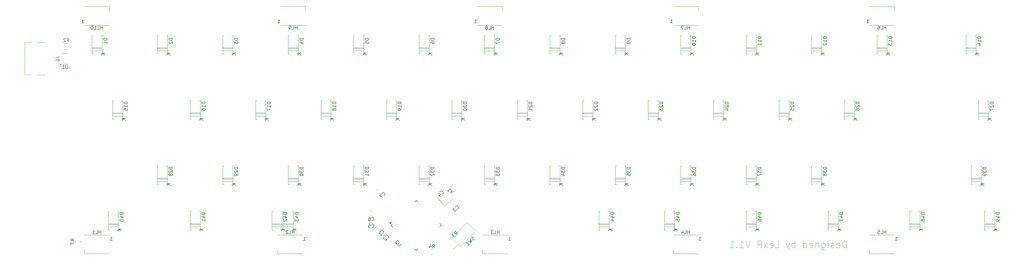
<source format=gbr>
%TF.GenerationSoftware,KiCad,Pcbnew,8.0.4*%
%TF.CreationDate,2024-10-16T20:42:44+03:00*%
%TF.ProjectId,4040,34303430-2e6b-4696-9361-645f70636258,rev?*%
%TF.SameCoordinates,Original*%
%TF.FileFunction,Legend,Bot*%
%TF.FilePolarity,Positive*%
%FSLAX46Y46*%
G04 Gerber Fmt 4.6, Leading zero omitted, Abs format (unit mm)*
G04 Created by KiCad (PCBNEW 8.0.4) date 2024-10-16 20:42:44*
%MOMM*%
%LPD*%
G01*
G04 APERTURE LIST*
%ADD10C,0.100000*%
%ADD11C,0.150000*%
%ADD12C,0.120000*%
G04 APERTURE END LIST*
D10*
X295368020Y-144352238D02*
X295368020Y-142352238D01*
X295368020Y-142352238D02*
X294891830Y-142352238D01*
X294891830Y-142352238D02*
X294606115Y-142447476D01*
X294606115Y-142447476D02*
X294415639Y-142637952D01*
X294415639Y-142637952D02*
X294320401Y-142828428D01*
X294320401Y-142828428D02*
X294225163Y-143209380D01*
X294225163Y-143209380D02*
X294225163Y-143495095D01*
X294225163Y-143495095D02*
X294320401Y-143876047D01*
X294320401Y-143876047D02*
X294415639Y-144066523D01*
X294415639Y-144066523D02*
X294606115Y-144257000D01*
X294606115Y-144257000D02*
X294891830Y-144352238D01*
X294891830Y-144352238D02*
X295368020Y-144352238D01*
X292606115Y-144257000D02*
X292796591Y-144352238D01*
X292796591Y-144352238D02*
X293177544Y-144352238D01*
X293177544Y-144352238D02*
X293368020Y-144257000D01*
X293368020Y-144257000D02*
X293463258Y-144066523D01*
X293463258Y-144066523D02*
X293463258Y-143304619D01*
X293463258Y-143304619D02*
X293368020Y-143114142D01*
X293368020Y-143114142D02*
X293177544Y-143018904D01*
X293177544Y-143018904D02*
X292796591Y-143018904D01*
X292796591Y-143018904D02*
X292606115Y-143114142D01*
X292606115Y-143114142D02*
X292510877Y-143304619D01*
X292510877Y-143304619D02*
X292510877Y-143495095D01*
X292510877Y-143495095D02*
X293463258Y-143685571D01*
X291748972Y-144257000D02*
X291558496Y-144352238D01*
X291558496Y-144352238D02*
X291177544Y-144352238D01*
X291177544Y-144352238D02*
X290987067Y-144257000D01*
X290987067Y-144257000D02*
X290891829Y-144066523D01*
X290891829Y-144066523D02*
X290891829Y-143971285D01*
X290891829Y-143971285D02*
X290987067Y-143780809D01*
X290987067Y-143780809D02*
X291177544Y-143685571D01*
X291177544Y-143685571D02*
X291463258Y-143685571D01*
X291463258Y-143685571D02*
X291653734Y-143590333D01*
X291653734Y-143590333D02*
X291748972Y-143399857D01*
X291748972Y-143399857D02*
X291748972Y-143304619D01*
X291748972Y-143304619D02*
X291653734Y-143114142D01*
X291653734Y-143114142D02*
X291463258Y-143018904D01*
X291463258Y-143018904D02*
X291177544Y-143018904D01*
X291177544Y-143018904D02*
X290987067Y-143114142D01*
X290034686Y-144352238D02*
X290034686Y-143018904D01*
X290034686Y-142352238D02*
X290129924Y-142447476D01*
X290129924Y-142447476D02*
X290034686Y-142542714D01*
X290034686Y-142542714D02*
X289939448Y-142447476D01*
X289939448Y-142447476D02*
X290034686Y-142352238D01*
X290034686Y-142352238D02*
X290034686Y-142542714D01*
X288225162Y-143018904D02*
X288225162Y-144637952D01*
X288225162Y-144637952D02*
X288320400Y-144828428D01*
X288320400Y-144828428D02*
X288415638Y-144923666D01*
X288415638Y-144923666D02*
X288606115Y-145018904D01*
X288606115Y-145018904D02*
X288891829Y-145018904D01*
X288891829Y-145018904D02*
X289082305Y-144923666D01*
X288225162Y-144257000D02*
X288415638Y-144352238D01*
X288415638Y-144352238D02*
X288796591Y-144352238D01*
X288796591Y-144352238D02*
X288987067Y-144257000D01*
X288987067Y-144257000D02*
X289082305Y-144161761D01*
X289082305Y-144161761D02*
X289177543Y-143971285D01*
X289177543Y-143971285D02*
X289177543Y-143399857D01*
X289177543Y-143399857D02*
X289082305Y-143209380D01*
X289082305Y-143209380D02*
X288987067Y-143114142D01*
X288987067Y-143114142D02*
X288796591Y-143018904D01*
X288796591Y-143018904D02*
X288415638Y-143018904D01*
X288415638Y-143018904D02*
X288225162Y-143114142D01*
X287272781Y-143018904D02*
X287272781Y-144352238D01*
X287272781Y-143209380D02*
X287177543Y-143114142D01*
X287177543Y-143114142D02*
X286987067Y-143018904D01*
X286987067Y-143018904D02*
X286701352Y-143018904D01*
X286701352Y-143018904D02*
X286510876Y-143114142D01*
X286510876Y-143114142D02*
X286415638Y-143304619D01*
X286415638Y-143304619D02*
X286415638Y-144352238D01*
X284701352Y-144257000D02*
X284891828Y-144352238D01*
X284891828Y-144352238D02*
X285272781Y-144352238D01*
X285272781Y-144352238D02*
X285463257Y-144257000D01*
X285463257Y-144257000D02*
X285558495Y-144066523D01*
X285558495Y-144066523D02*
X285558495Y-143304619D01*
X285558495Y-143304619D02*
X285463257Y-143114142D01*
X285463257Y-143114142D02*
X285272781Y-143018904D01*
X285272781Y-143018904D02*
X284891828Y-143018904D01*
X284891828Y-143018904D02*
X284701352Y-143114142D01*
X284701352Y-143114142D02*
X284606114Y-143304619D01*
X284606114Y-143304619D02*
X284606114Y-143495095D01*
X284606114Y-143495095D02*
X285558495Y-143685571D01*
X282891828Y-144352238D02*
X282891828Y-142352238D01*
X282891828Y-144257000D02*
X283082304Y-144352238D01*
X283082304Y-144352238D02*
X283463257Y-144352238D01*
X283463257Y-144352238D02*
X283653733Y-144257000D01*
X283653733Y-144257000D02*
X283748971Y-144161761D01*
X283748971Y-144161761D02*
X283844209Y-143971285D01*
X283844209Y-143971285D02*
X283844209Y-143399857D01*
X283844209Y-143399857D02*
X283748971Y-143209380D01*
X283748971Y-143209380D02*
X283653733Y-143114142D01*
X283653733Y-143114142D02*
X283463257Y-143018904D01*
X283463257Y-143018904D02*
X283082304Y-143018904D01*
X283082304Y-143018904D02*
X282891828Y-143114142D01*
X280415637Y-144352238D02*
X280415637Y-142352238D01*
X280415637Y-143114142D02*
X280225161Y-143018904D01*
X280225161Y-143018904D02*
X279844208Y-143018904D01*
X279844208Y-143018904D02*
X279653732Y-143114142D01*
X279653732Y-143114142D02*
X279558494Y-143209380D01*
X279558494Y-143209380D02*
X279463256Y-143399857D01*
X279463256Y-143399857D02*
X279463256Y-143971285D01*
X279463256Y-143971285D02*
X279558494Y-144161761D01*
X279558494Y-144161761D02*
X279653732Y-144257000D01*
X279653732Y-144257000D02*
X279844208Y-144352238D01*
X279844208Y-144352238D02*
X280225161Y-144352238D01*
X280225161Y-144352238D02*
X280415637Y-144257000D01*
X278796589Y-143018904D02*
X278320399Y-144352238D01*
X277844208Y-143018904D02*
X278320399Y-144352238D01*
X278320399Y-144352238D02*
X278510875Y-144828428D01*
X278510875Y-144828428D02*
X278606113Y-144923666D01*
X278606113Y-144923666D02*
X278796589Y-145018904D01*
X274606112Y-144352238D02*
X275558493Y-144352238D01*
X275558493Y-144352238D02*
X275558493Y-142352238D01*
X273177540Y-144257000D02*
X273368016Y-144352238D01*
X273368016Y-144352238D02*
X273748969Y-144352238D01*
X273748969Y-144352238D02*
X273939445Y-144257000D01*
X273939445Y-144257000D02*
X274034683Y-144066523D01*
X274034683Y-144066523D02*
X274034683Y-143304619D01*
X274034683Y-143304619D02*
X273939445Y-143114142D01*
X273939445Y-143114142D02*
X273748969Y-143018904D01*
X273748969Y-143018904D02*
X273368016Y-143018904D01*
X273368016Y-143018904D02*
X273177540Y-143114142D01*
X273177540Y-143114142D02*
X273082302Y-143304619D01*
X273082302Y-143304619D02*
X273082302Y-143495095D01*
X273082302Y-143495095D02*
X274034683Y-143685571D01*
X272415635Y-144352238D02*
X271368016Y-143018904D01*
X272415635Y-143018904D02*
X271368016Y-144352238D01*
X269463254Y-144352238D02*
X270129921Y-143399857D01*
X270606111Y-144352238D02*
X270606111Y-142352238D01*
X270606111Y-142352238D02*
X269844206Y-142352238D01*
X269844206Y-142352238D02*
X269653730Y-142447476D01*
X269653730Y-142447476D02*
X269558492Y-142542714D01*
X269558492Y-142542714D02*
X269463254Y-142733190D01*
X269463254Y-142733190D02*
X269463254Y-143018904D01*
X269463254Y-143018904D02*
X269558492Y-143209380D01*
X269558492Y-143209380D02*
X269653730Y-143304619D01*
X269653730Y-143304619D02*
X269844206Y-143399857D01*
X269844206Y-143399857D02*
X270606111Y-143399857D01*
X267368015Y-142352238D02*
X266701349Y-144352238D01*
X266701349Y-144352238D02*
X266034682Y-142352238D01*
X264320396Y-144352238D02*
X265463253Y-144352238D01*
X264891825Y-144352238D02*
X264891825Y-142352238D01*
X264891825Y-142352238D02*
X265082301Y-142637952D01*
X265082301Y-142637952D02*
X265272777Y-142828428D01*
X265272777Y-142828428D02*
X265463253Y-142923666D01*
X263463253Y-144161761D02*
X263368015Y-144257000D01*
X263368015Y-144257000D02*
X263463253Y-144352238D01*
X263463253Y-144352238D02*
X263558491Y-144257000D01*
X263558491Y-144257000D02*
X263463253Y-144161761D01*
X263463253Y-144161761D02*
X263463253Y-144352238D01*
X261463253Y-144352238D02*
X262606110Y-144352238D01*
X262034682Y-144352238D02*
X262034682Y-142352238D01*
X262034682Y-142352238D02*
X262225158Y-142637952D01*
X262225158Y-142637952D02*
X262415634Y-142828428D01*
X262415634Y-142828428D02*
X262606110Y-142923666D01*
D11*
X80090019Y-83281405D02*
X79090019Y-83281405D01*
X79090019Y-83281405D02*
X79090019Y-83519500D01*
X79090019Y-83519500D02*
X79137638Y-83662357D01*
X79137638Y-83662357D02*
X79232876Y-83757595D01*
X79232876Y-83757595D02*
X79328114Y-83805214D01*
X79328114Y-83805214D02*
X79518590Y-83852833D01*
X79518590Y-83852833D02*
X79661447Y-83852833D01*
X79661447Y-83852833D02*
X79851923Y-83805214D01*
X79851923Y-83805214D02*
X79947161Y-83757595D01*
X79947161Y-83757595D02*
X80042400Y-83662357D01*
X80042400Y-83662357D02*
X80090019Y-83519500D01*
X80090019Y-83519500D02*
X80090019Y-83281405D01*
X80090019Y-84805214D02*
X80090019Y-84233786D01*
X80090019Y-84519500D02*
X79090019Y-84519500D01*
X79090019Y-84519500D02*
X79232876Y-84424262D01*
X79232876Y-84424262D02*
X79328114Y-84329024D01*
X79328114Y-84329024D02*
X79375733Y-84233786D01*
X79520019Y-87567595D02*
X78520019Y-87567595D01*
X79520019Y-88139023D02*
X78948590Y-87710452D01*
X78520019Y-88139023D02*
X79091447Y-87567595D01*
X306906466Y-80662819D02*
X306906466Y-79662819D01*
X306906466Y-80139009D02*
X306335038Y-80139009D01*
X306335038Y-80662819D02*
X306335038Y-79662819D01*
X305382657Y-80662819D02*
X305858847Y-80662819D01*
X305858847Y-80662819D02*
X305858847Y-79662819D01*
X304620752Y-79662819D02*
X304811228Y-79662819D01*
X304811228Y-79662819D02*
X304906466Y-79710438D01*
X304906466Y-79710438D02*
X304954085Y-79758057D01*
X304954085Y-79758057D02*
X305049323Y-79900914D01*
X305049323Y-79900914D02*
X305096942Y-80091390D01*
X305096942Y-80091390D02*
X305096942Y-80472342D01*
X305096942Y-80472342D02*
X305049323Y-80567580D01*
X305049323Y-80567580D02*
X305001704Y-80615200D01*
X305001704Y-80615200D02*
X304906466Y-80662819D01*
X304906466Y-80662819D02*
X304715990Y-80662819D01*
X304715990Y-80662819D02*
X304620752Y-80615200D01*
X304620752Y-80615200D02*
X304573133Y-80567580D01*
X304573133Y-80567580D02*
X304525514Y-80472342D01*
X304525514Y-80472342D02*
X304525514Y-80234247D01*
X304525514Y-80234247D02*
X304573133Y-80139009D01*
X304573133Y-80139009D02*
X304620752Y-80091390D01*
X304620752Y-80091390D02*
X304715990Y-80043771D01*
X304715990Y-80043771D02*
X304906466Y-80043771D01*
X304906466Y-80043771D02*
X305001704Y-80091390D01*
X305001704Y-80091390D02*
X305049323Y-80139009D01*
X305049323Y-80139009D02*
X305096942Y-80234247D01*
X301304085Y-78762819D02*
X301875513Y-78762819D01*
X301589799Y-78762819D02*
X301589799Y-77762819D01*
X301589799Y-77762819D02*
X301685037Y-77905676D01*
X301685037Y-77905676D02*
X301780275Y-78000914D01*
X301780275Y-78000914D02*
X301875513Y-78048533D01*
X334572619Y-82805214D02*
X333572619Y-82805214D01*
X333572619Y-82805214D02*
X333572619Y-83043309D01*
X333572619Y-83043309D02*
X333620238Y-83186166D01*
X333620238Y-83186166D02*
X333715476Y-83281404D01*
X333715476Y-83281404D02*
X333810714Y-83329023D01*
X333810714Y-83329023D02*
X334001190Y-83376642D01*
X334001190Y-83376642D02*
X334144047Y-83376642D01*
X334144047Y-83376642D02*
X334334523Y-83329023D01*
X334334523Y-83329023D02*
X334429761Y-83281404D01*
X334429761Y-83281404D02*
X334525000Y-83186166D01*
X334525000Y-83186166D02*
X334572619Y-83043309D01*
X334572619Y-83043309D02*
X334572619Y-82805214D01*
X334572619Y-84329023D02*
X334572619Y-83757595D01*
X334572619Y-84043309D02*
X333572619Y-84043309D01*
X333572619Y-84043309D02*
X333715476Y-83948071D01*
X333715476Y-83948071D02*
X333810714Y-83852833D01*
X333810714Y-83852833D02*
X333858333Y-83757595D01*
X333905952Y-85186166D02*
X334572619Y-85186166D01*
X333525000Y-84948071D02*
X334239285Y-84709976D01*
X334239285Y-84709976D02*
X334239285Y-85329023D01*
X334002619Y-87567595D02*
X333002619Y-87567595D01*
X334002619Y-88139023D02*
X333431190Y-87710452D01*
X333002619Y-88139023D02*
X333574047Y-87567595D01*
X299139619Y-101855214D02*
X298139619Y-101855214D01*
X298139619Y-101855214D02*
X298139619Y-102093309D01*
X298139619Y-102093309D02*
X298187238Y-102236166D01*
X298187238Y-102236166D02*
X298282476Y-102331404D01*
X298282476Y-102331404D02*
X298377714Y-102379023D01*
X298377714Y-102379023D02*
X298568190Y-102426642D01*
X298568190Y-102426642D02*
X298711047Y-102426642D01*
X298711047Y-102426642D02*
X298901523Y-102379023D01*
X298901523Y-102379023D02*
X298996761Y-102331404D01*
X298996761Y-102331404D02*
X299092000Y-102236166D01*
X299092000Y-102236166D02*
X299139619Y-102093309D01*
X299139619Y-102093309D02*
X299139619Y-101855214D01*
X298234857Y-102807595D02*
X298187238Y-102855214D01*
X298187238Y-102855214D02*
X298139619Y-102950452D01*
X298139619Y-102950452D02*
X298139619Y-103188547D01*
X298139619Y-103188547D02*
X298187238Y-103283785D01*
X298187238Y-103283785D02*
X298234857Y-103331404D01*
X298234857Y-103331404D02*
X298330095Y-103379023D01*
X298330095Y-103379023D02*
X298425333Y-103379023D01*
X298425333Y-103379023D02*
X298568190Y-103331404D01*
X298568190Y-103331404D02*
X299139619Y-102759976D01*
X299139619Y-102759976D02*
X299139619Y-103379023D01*
X298139619Y-104236166D02*
X298139619Y-104045690D01*
X298139619Y-104045690D02*
X298187238Y-103950452D01*
X298187238Y-103950452D02*
X298234857Y-103902833D01*
X298234857Y-103902833D02*
X298377714Y-103807595D01*
X298377714Y-103807595D02*
X298568190Y-103759976D01*
X298568190Y-103759976D02*
X298949142Y-103759976D01*
X298949142Y-103759976D02*
X299044380Y-103807595D01*
X299044380Y-103807595D02*
X299092000Y-103855214D01*
X299092000Y-103855214D02*
X299139619Y-103950452D01*
X299139619Y-103950452D02*
X299139619Y-104140928D01*
X299139619Y-104140928D02*
X299092000Y-104236166D01*
X299092000Y-104236166D02*
X299044380Y-104283785D01*
X299044380Y-104283785D02*
X298949142Y-104331404D01*
X298949142Y-104331404D02*
X298711047Y-104331404D01*
X298711047Y-104331404D02*
X298615809Y-104283785D01*
X298615809Y-104283785D02*
X298568190Y-104236166D01*
X298568190Y-104236166D02*
X298520571Y-104140928D01*
X298520571Y-104140928D02*
X298520571Y-103950452D01*
X298520571Y-103950452D02*
X298568190Y-103855214D01*
X298568190Y-103855214D02*
X298615809Y-103807595D01*
X298615809Y-103807595D02*
X298711047Y-103759976D01*
X298569619Y-106617595D02*
X297569619Y-106617595D01*
X298569619Y-107189023D02*
X297998190Y-106760452D01*
X297569619Y-107189023D02*
X298141047Y-106617595D01*
X165810903Y-143292392D02*
X165238483Y-143864812D01*
X165238483Y-143864812D02*
X165137468Y-143898484D01*
X165137468Y-143898484D02*
X165070124Y-143898484D01*
X165070124Y-143898484D02*
X164969109Y-143864812D01*
X164969109Y-143864812D02*
X164834422Y-143730125D01*
X164834422Y-143730125D02*
X164800750Y-143629110D01*
X164800750Y-143629110D02*
X164800750Y-143561766D01*
X164800750Y-143561766D02*
X164834422Y-143460751D01*
X164834422Y-143460751D02*
X165406842Y-142888331D01*
X165036452Y-142652629D02*
X165036452Y-142585286D01*
X165036452Y-142585286D02*
X165002781Y-142484270D01*
X165002781Y-142484270D02*
X164834422Y-142315912D01*
X164834422Y-142315912D02*
X164733407Y-142282240D01*
X164733407Y-142282240D02*
X164666063Y-142282240D01*
X164666063Y-142282240D02*
X164565048Y-142315912D01*
X164565048Y-142315912D02*
X164497704Y-142383255D01*
X164497704Y-142383255D02*
X164430361Y-142517942D01*
X164430361Y-142517942D02*
X164430361Y-143326064D01*
X164430361Y-143326064D02*
X163992628Y-142888331D01*
X270590019Y-82805214D02*
X269590019Y-82805214D01*
X269590019Y-82805214D02*
X269590019Y-83043309D01*
X269590019Y-83043309D02*
X269637638Y-83186166D01*
X269637638Y-83186166D02*
X269732876Y-83281404D01*
X269732876Y-83281404D02*
X269828114Y-83329023D01*
X269828114Y-83329023D02*
X270018590Y-83376642D01*
X270018590Y-83376642D02*
X270161447Y-83376642D01*
X270161447Y-83376642D02*
X270351923Y-83329023D01*
X270351923Y-83329023D02*
X270447161Y-83281404D01*
X270447161Y-83281404D02*
X270542400Y-83186166D01*
X270542400Y-83186166D02*
X270590019Y-83043309D01*
X270590019Y-83043309D02*
X270590019Y-82805214D01*
X270590019Y-84329023D02*
X270590019Y-83757595D01*
X270590019Y-84043309D02*
X269590019Y-84043309D01*
X269590019Y-84043309D02*
X269732876Y-83948071D01*
X269732876Y-83948071D02*
X269828114Y-83852833D01*
X269828114Y-83852833D02*
X269875733Y-83757595D01*
X270590019Y-85281404D02*
X270590019Y-84709976D01*
X270590019Y-84995690D02*
X269590019Y-84995690D01*
X269590019Y-84995690D02*
X269732876Y-84900452D01*
X269732876Y-84900452D02*
X269828114Y-84805214D01*
X269828114Y-84805214D02*
X269875733Y-84709976D01*
X270020019Y-87567595D02*
X269020019Y-87567595D01*
X270020019Y-88139023D02*
X269448590Y-87710452D01*
X269020019Y-88139023D02*
X269591447Y-87567595D01*
X187135016Y-141834849D02*
X187067673Y-141969536D01*
X187067673Y-141969536D02*
X186899314Y-142137894D01*
X186899314Y-142137894D02*
X186798299Y-142171566D01*
X186798299Y-142171566D02*
X186730955Y-142171566D01*
X186730955Y-142171566D02*
X186629940Y-142137894D01*
X186629940Y-142137894D02*
X186562596Y-142070551D01*
X186562596Y-142070551D02*
X186528925Y-141969536D01*
X186528925Y-141969536D02*
X186528925Y-141902192D01*
X186528925Y-141902192D02*
X186562596Y-141801177D01*
X186562596Y-141801177D02*
X186663612Y-141632818D01*
X186663612Y-141632818D02*
X186697283Y-141531803D01*
X186697283Y-141531803D02*
X186697283Y-141464459D01*
X186697283Y-141464459D02*
X186663612Y-141363444D01*
X186663612Y-141363444D02*
X186596268Y-141296101D01*
X186596268Y-141296101D02*
X186495253Y-141262429D01*
X186495253Y-141262429D02*
X186427909Y-141262429D01*
X186427909Y-141262429D02*
X186326894Y-141296101D01*
X186326894Y-141296101D02*
X186158535Y-141464459D01*
X186158535Y-141464459D02*
X186091192Y-141599146D01*
X185821818Y-141801177D02*
X186360566Y-142676643D01*
X186360566Y-142676643D02*
X185720802Y-142306253D01*
X185720802Y-142306253D02*
X186091192Y-142946017D01*
X186091192Y-142946017D02*
X185215726Y-142407269D01*
X185283070Y-143754138D02*
X185687131Y-143350077D01*
X185485100Y-143552108D02*
X184777994Y-142845001D01*
X184777994Y-142845001D02*
X184946352Y-142878673D01*
X184946352Y-142878673D02*
X185081039Y-142878673D01*
X185081039Y-142878673D02*
X185182055Y-142845001D01*
X68636204Y-91069818D02*
X68636204Y-91879341D01*
X68636204Y-91879341D02*
X68588585Y-91974579D01*
X68588585Y-91974579D02*
X68540966Y-92022199D01*
X68540966Y-92022199D02*
X68445728Y-92069818D01*
X68445728Y-92069818D02*
X68255252Y-92069818D01*
X68255252Y-92069818D02*
X68160014Y-92022199D01*
X68160014Y-92022199D02*
X68112395Y-91974579D01*
X68112395Y-91974579D02*
X68064776Y-91879341D01*
X68064776Y-91879341D02*
X68064776Y-91069818D01*
X67064776Y-92069818D02*
X67636204Y-92069818D01*
X67350490Y-92069818D02*
X67350490Y-91069818D01*
X67350490Y-91069818D02*
X67445728Y-91212675D01*
X67445728Y-91212675D02*
X67540966Y-91307913D01*
X67540966Y-91307913D02*
X67636204Y-91355532D01*
X108690419Y-101855214D02*
X107690419Y-101855214D01*
X107690419Y-101855214D02*
X107690419Y-102093309D01*
X107690419Y-102093309D02*
X107738038Y-102236166D01*
X107738038Y-102236166D02*
X107833276Y-102331404D01*
X107833276Y-102331404D02*
X107928514Y-102379023D01*
X107928514Y-102379023D02*
X108118990Y-102426642D01*
X108118990Y-102426642D02*
X108261847Y-102426642D01*
X108261847Y-102426642D02*
X108452323Y-102379023D01*
X108452323Y-102379023D02*
X108547561Y-102331404D01*
X108547561Y-102331404D02*
X108642800Y-102236166D01*
X108642800Y-102236166D02*
X108690419Y-102093309D01*
X108690419Y-102093309D02*
X108690419Y-101855214D01*
X108690419Y-103379023D02*
X108690419Y-102807595D01*
X108690419Y-103093309D02*
X107690419Y-103093309D01*
X107690419Y-103093309D02*
X107833276Y-102998071D01*
X107833276Y-102998071D02*
X107928514Y-102902833D01*
X107928514Y-102902833D02*
X107976133Y-102807595D01*
X107690419Y-104236166D02*
X107690419Y-104045690D01*
X107690419Y-104045690D02*
X107738038Y-103950452D01*
X107738038Y-103950452D02*
X107785657Y-103902833D01*
X107785657Y-103902833D02*
X107928514Y-103807595D01*
X107928514Y-103807595D02*
X108118990Y-103759976D01*
X108118990Y-103759976D02*
X108499942Y-103759976D01*
X108499942Y-103759976D02*
X108595180Y-103807595D01*
X108595180Y-103807595D02*
X108642800Y-103855214D01*
X108642800Y-103855214D02*
X108690419Y-103950452D01*
X108690419Y-103950452D02*
X108690419Y-104140928D01*
X108690419Y-104140928D02*
X108642800Y-104236166D01*
X108642800Y-104236166D02*
X108595180Y-104283785D01*
X108595180Y-104283785D02*
X108499942Y-104331404D01*
X108499942Y-104331404D02*
X108261847Y-104331404D01*
X108261847Y-104331404D02*
X108166609Y-104283785D01*
X108166609Y-104283785D02*
X108118990Y-104236166D01*
X108118990Y-104236166D02*
X108071371Y-104140928D01*
X108071371Y-104140928D02*
X108071371Y-103950452D01*
X108071371Y-103950452D02*
X108118990Y-103855214D01*
X108118990Y-103855214D02*
X108166609Y-103807595D01*
X108166609Y-103807595D02*
X108261847Y-103759976D01*
X108120419Y-106617595D02*
X107120419Y-106617595D01*
X108120419Y-107189023D02*
X107548990Y-106760452D01*
X107120419Y-107189023D02*
X107691847Y-106617595D01*
X289640019Y-120905214D02*
X288640019Y-120905214D01*
X288640019Y-120905214D02*
X288640019Y-121143309D01*
X288640019Y-121143309D02*
X288687638Y-121286166D01*
X288687638Y-121286166D02*
X288782876Y-121381404D01*
X288782876Y-121381404D02*
X288878114Y-121429023D01*
X288878114Y-121429023D02*
X289068590Y-121476642D01*
X289068590Y-121476642D02*
X289211447Y-121476642D01*
X289211447Y-121476642D02*
X289401923Y-121429023D01*
X289401923Y-121429023D02*
X289497161Y-121381404D01*
X289497161Y-121381404D02*
X289592400Y-121286166D01*
X289592400Y-121286166D02*
X289640019Y-121143309D01*
X289640019Y-121143309D02*
X289640019Y-120905214D01*
X288640019Y-121809976D02*
X288640019Y-122429023D01*
X288640019Y-122429023D02*
X289020971Y-122095690D01*
X289020971Y-122095690D02*
X289020971Y-122238547D01*
X289020971Y-122238547D02*
X289068590Y-122333785D01*
X289068590Y-122333785D02*
X289116209Y-122381404D01*
X289116209Y-122381404D02*
X289211447Y-122429023D01*
X289211447Y-122429023D02*
X289449542Y-122429023D01*
X289449542Y-122429023D02*
X289544780Y-122381404D01*
X289544780Y-122381404D02*
X289592400Y-122333785D01*
X289592400Y-122333785D02*
X289640019Y-122238547D01*
X289640019Y-122238547D02*
X289640019Y-121952833D01*
X289640019Y-121952833D02*
X289592400Y-121857595D01*
X289592400Y-121857595D02*
X289544780Y-121809976D01*
X289068590Y-123000452D02*
X289020971Y-122905214D01*
X289020971Y-122905214D02*
X288973352Y-122857595D01*
X288973352Y-122857595D02*
X288878114Y-122809976D01*
X288878114Y-122809976D02*
X288830495Y-122809976D01*
X288830495Y-122809976D02*
X288735257Y-122857595D01*
X288735257Y-122857595D02*
X288687638Y-122905214D01*
X288687638Y-122905214D02*
X288640019Y-123000452D01*
X288640019Y-123000452D02*
X288640019Y-123190928D01*
X288640019Y-123190928D02*
X288687638Y-123286166D01*
X288687638Y-123286166D02*
X288735257Y-123333785D01*
X288735257Y-123333785D02*
X288830495Y-123381404D01*
X288830495Y-123381404D02*
X288878114Y-123381404D01*
X288878114Y-123381404D02*
X288973352Y-123333785D01*
X288973352Y-123333785D02*
X289020971Y-123286166D01*
X289020971Y-123286166D02*
X289068590Y-123190928D01*
X289068590Y-123190928D02*
X289068590Y-123000452D01*
X289068590Y-123000452D02*
X289116209Y-122905214D01*
X289116209Y-122905214D02*
X289163828Y-122857595D01*
X289163828Y-122857595D02*
X289259066Y-122809976D01*
X289259066Y-122809976D02*
X289449542Y-122809976D01*
X289449542Y-122809976D02*
X289544780Y-122857595D01*
X289544780Y-122857595D02*
X289592400Y-122905214D01*
X289592400Y-122905214D02*
X289640019Y-123000452D01*
X289640019Y-123000452D02*
X289640019Y-123190928D01*
X289640019Y-123190928D02*
X289592400Y-123286166D01*
X289592400Y-123286166D02*
X289544780Y-123333785D01*
X289544780Y-123333785D02*
X289449542Y-123381404D01*
X289449542Y-123381404D02*
X289259066Y-123381404D01*
X289259066Y-123381404D02*
X289163828Y-123333785D01*
X289163828Y-123333785D02*
X289116209Y-123286166D01*
X289116209Y-123286166D02*
X289068590Y-123190928D01*
X289070019Y-125667595D02*
X288070019Y-125667595D01*
X289070019Y-126239023D02*
X288498590Y-125810452D01*
X288070019Y-126239023D02*
X288641447Y-125667595D01*
X270590019Y-134164014D02*
X269590019Y-134164014D01*
X269590019Y-134164014D02*
X269590019Y-134402109D01*
X269590019Y-134402109D02*
X269637638Y-134544966D01*
X269637638Y-134544966D02*
X269732876Y-134640204D01*
X269732876Y-134640204D02*
X269828114Y-134687823D01*
X269828114Y-134687823D02*
X270018590Y-134735442D01*
X270018590Y-134735442D02*
X270161447Y-134735442D01*
X270161447Y-134735442D02*
X270351923Y-134687823D01*
X270351923Y-134687823D02*
X270447161Y-134640204D01*
X270447161Y-134640204D02*
X270542400Y-134544966D01*
X270542400Y-134544966D02*
X270590019Y-134402109D01*
X270590019Y-134402109D02*
X270590019Y-134164014D01*
X269923352Y-135592585D02*
X270590019Y-135592585D01*
X269542400Y-135354490D02*
X270256685Y-135116395D01*
X270256685Y-135116395D02*
X270256685Y-135735442D01*
X269590019Y-136544966D02*
X269590019Y-136354490D01*
X269590019Y-136354490D02*
X269637638Y-136259252D01*
X269637638Y-136259252D02*
X269685257Y-136211633D01*
X269685257Y-136211633D02*
X269828114Y-136116395D01*
X269828114Y-136116395D02*
X270018590Y-136068776D01*
X270018590Y-136068776D02*
X270399542Y-136068776D01*
X270399542Y-136068776D02*
X270494780Y-136116395D01*
X270494780Y-136116395D02*
X270542400Y-136164014D01*
X270542400Y-136164014D02*
X270590019Y-136259252D01*
X270590019Y-136259252D02*
X270590019Y-136449728D01*
X270590019Y-136449728D02*
X270542400Y-136544966D01*
X270542400Y-136544966D02*
X270494780Y-136592585D01*
X270494780Y-136592585D02*
X270399542Y-136640204D01*
X270399542Y-136640204D02*
X270161447Y-136640204D01*
X270161447Y-136640204D02*
X270066209Y-136592585D01*
X270066209Y-136592585D02*
X270018590Y-136544966D01*
X270018590Y-136544966D02*
X269970971Y-136449728D01*
X269970971Y-136449728D02*
X269970971Y-136259252D01*
X269970971Y-136259252D02*
X270018590Y-136164014D01*
X270018590Y-136164014D02*
X270066209Y-136116395D01*
X270066209Y-136116395D02*
X270161447Y-136068776D01*
X270020019Y-138926395D02*
X269020019Y-138926395D01*
X270020019Y-139497823D02*
X269448590Y-139069252D01*
X269020019Y-139497823D02*
X269591447Y-138926395D01*
X78782656Y-80662819D02*
X78782656Y-79662819D01*
X78782656Y-80139009D02*
X78211228Y-80139009D01*
X78211228Y-80662819D02*
X78211228Y-79662819D01*
X77258847Y-80662819D02*
X77735037Y-80662819D01*
X77735037Y-80662819D02*
X77735037Y-79662819D01*
X76401704Y-80662819D02*
X76973132Y-80662819D01*
X76687418Y-80662819D02*
X76687418Y-79662819D01*
X76687418Y-79662819D02*
X76782656Y-79805676D01*
X76782656Y-79805676D02*
X76877894Y-79900914D01*
X76877894Y-79900914D02*
X76973132Y-79948533D01*
X75782656Y-79662819D02*
X75687418Y-79662819D01*
X75687418Y-79662819D02*
X75592180Y-79710438D01*
X75592180Y-79710438D02*
X75544561Y-79758057D01*
X75544561Y-79758057D02*
X75496942Y-79853295D01*
X75496942Y-79853295D02*
X75449323Y-80043771D01*
X75449323Y-80043771D02*
X75449323Y-80281866D01*
X75449323Y-80281866D02*
X75496942Y-80472342D01*
X75496942Y-80472342D02*
X75544561Y-80567580D01*
X75544561Y-80567580D02*
X75592180Y-80615200D01*
X75592180Y-80615200D02*
X75687418Y-80662819D01*
X75687418Y-80662819D02*
X75782656Y-80662819D01*
X75782656Y-80662819D02*
X75877894Y-80615200D01*
X75877894Y-80615200D02*
X75925513Y-80567580D01*
X75925513Y-80567580D02*
X75973132Y-80472342D01*
X75973132Y-80472342D02*
X76020751Y-80281866D01*
X76020751Y-80281866D02*
X76020751Y-80043771D01*
X76020751Y-80043771D02*
X75973132Y-79853295D01*
X75973132Y-79853295D02*
X75925513Y-79758057D01*
X75925513Y-79758057D02*
X75877894Y-79710438D01*
X75877894Y-79710438D02*
X75782656Y-79662819D01*
X72704085Y-78762819D02*
X73275513Y-78762819D01*
X72989799Y-78762819D02*
X72989799Y-77762819D01*
X72989799Y-77762819D02*
X73085037Y-77905676D01*
X73085037Y-77905676D02*
X73180275Y-78000914D01*
X73180275Y-78000914D02*
X73275513Y-78048533D01*
X289640019Y-82805214D02*
X288640019Y-82805214D01*
X288640019Y-82805214D02*
X288640019Y-83043309D01*
X288640019Y-83043309D02*
X288687638Y-83186166D01*
X288687638Y-83186166D02*
X288782876Y-83281404D01*
X288782876Y-83281404D02*
X288878114Y-83329023D01*
X288878114Y-83329023D02*
X289068590Y-83376642D01*
X289068590Y-83376642D02*
X289211447Y-83376642D01*
X289211447Y-83376642D02*
X289401923Y-83329023D01*
X289401923Y-83329023D02*
X289497161Y-83281404D01*
X289497161Y-83281404D02*
X289592400Y-83186166D01*
X289592400Y-83186166D02*
X289640019Y-83043309D01*
X289640019Y-83043309D02*
X289640019Y-82805214D01*
X289640019Y-84329023D02*
X289640019Y-83757595D01*
X289640019Y-84043309D02*
X288640019Y-84043309D01*
X288640019Y-84043309D02*
X288782876Y-83948071D01*
X288782876Y-83948071D02*
X288878114Y-83852833D01*
X288878114Y-83852833D02*
X288925733Y-83757595D01*
X288735257Y-84709976D02*
X288687638Y-84757595D01*
X288687638Y-84757595D02*
X288640019Y-84852833D01*
X288640019Y-84852833D02*
X288640019Y-85090928D01*
X288640019Y-85090928D02*
X288687638Y-85186166D01*
X288687638Y-85186166D02*
X288735257Y-85233785D01*
X288735257Y-85233785D02*
X288830495Y-85281404D01*
X288830495Y-85281404D02*
X288925733Y-85281404D01*
X288925733Y-85281404D02*
X289068590Y-85233785D01*
X289068590Y-85233785D02*
X289640019Y-84662357D01*
X289640019Y-84662357D02*
X289640019Y-85281404D01*
X289070019Y-87567595D02*
X288070019Y-87567595D01*
X289070019Y-88139023D02*
X288498590Y-87710452D01*
X288070019Y-88139023D02*
X288641447Y-87567595D01*
X135456466Y-80662819D02*
X135456466Y-79662819D01*
X135456466Y-80139009D02*
X134885038Y-80139009D01*
X134885038Y-80662819D02*
X134885038Y-79662819D01*
X133932657Y-80662819D02*
X134408847Y-80662819D01*
X134408847Y-80662819D02*
X134408847Y-79662819D01*
X133551704Y-80662819D02*
X133361228Y-80662819D01*
X133361228Y-80662819D02*
X133265990Y-80615200D01*
X133265990Y-80615200D02*
X133218371Y-80567580D01*
X133218371Y-80567580D02*
X133123133Y-80424723D01*
X133123133Y-80424723D02*
X133075514Y-80234247D01*
X133075514Y-80234247D02*
X133075514Y-79853295D01*
X133075514Y-79853295D02*
X133123133Y-79758057D01*
X133123133Y-79758057D02*
X133170752Y-79710438D01*
X133170752Y-79710438D02*
X133265990Y-79662819D01*
X133265990Y-79662819D02*
X133456466Y-79662819D01*
X133456466Y-79662819D02*
X133551704Y-79710438D01*
X133551704Y-79710438D02*
X133599323Y-79758057D01*
X133599323Y-79758057D02*
X133646942Y-79853295D01*
X133646942Y-79853295D02*
X133646942Y-80091390D01*
X133646942Y-80091390D02*
X133599323Y-80186628D01*
X133599323Y-80186628D02*
X133551704Y-80234247D01*
X133551704Y-80234247D02*
X133456466Y-80281866D01*
X133456466Y-80281866D02*
X133265990Y-80281866D01*
X133265990Y-80281866D02*
X133170752Y-80234247D01*
X133170752Y-80234247D02*
X133123133Y-80186628D01*
X133123133Y-80186628D02*
X133075514Y-80091390D01*
X129854085Y-78762819D02*
X130425513Y-78762819D01*
X130139799Y-78762819D02*
X130139799Y-77762819D01*
X130139799Y-77762819D02*
X130235037Y-77905676D01*
X130235037Y-77905676D02*
X130330275Y-78000914D01*
X130330275Y-78000914D02*
X130425513Y-78048533D01*
X175314619Y-120905214D02*
X174314619Y-120905214D01*
X174314619Y-120905214D02*
X174314619Y-121143309D01*
X174314619Y-121143309D02*
X174362238Y-121286166D01*
X174362238Y-121286166D02*
X174457476Y-121381404D01*
X174457476Y-121381404D02*
X174552714Y-121429023D01*
X174552714Y-121429023D02*
X174743190Y-121476642D01*
X174743190Y-121476642D02*
X174886047Y-121476642D01*
X174886047Y-121476642D02*
X175076523Y-121429023D01*
X175076523Y-121429023D02*
X175171761Y-121381404D01*
X175171761Y-121381404D02*
X175267000Y-121286166D01*
X175267000Y-121286166D02*
X175314619Y-121143309D01*
X175314619Y-121143309D02*
X175314619Y-120905214D01*
X174314619Y-121809976D02*
X174314619Y-122429023D01*
X174314619Y-122429023D02*
X174695571Y-122095690D01*
X174695571Y-122095690D02*
X174695571Y-122238547D01*
X174695571Y-122238547D02*
X174743190Y-122333785D01*
X174743190Y-122333785D02*
X174790809Y-122381404D01*
X174790809Y-122381404D02*
X174886047Y-122429023D01*
X174886047Y-122429023D02*
X175124142Y-122429023D01*
X175124142Y-122429023D02*
X175219380Y-122381404D01*
X175219380Y-122381404D02*
X175267000Y-122333785D01*
X175267000Y-122333785D02*
X175314619Y-122238547D01*
X175314619Y-122238547D02*
X175314619Y-121952833D01*
X175314619Y-121952833D02*
X175267000Y-121857595D01*
X175267000Y-121857595D02*
X175219380Y-121809976D01*
X174409857Y-122809976D02*
X174362238Y-122857595D01*
X174362238Y-122857595D02*
X174314619Y-122952833D01*
X174314619Y-122952833D02*
X174314619Y-123190928D01*
X174314619Y-123190928D02*
X174362238Y-123286166D01*
X174362238Y-123286166D02*
X174409857Y-123333785D01*
X174409857Y-123333785D02*
X174505095Y-123381404D01*
X174505095Y-123381404D02*
X174600333Y-123381404D01*
X174600333Y-123381404D02*
X174743190Y-123333785D01*
X174743190Y-123333785D02*
X175314619Y-122762357D01*
X175314619Y-122762357D02*
X175314619Y-123381404D01*
X174744619Y-125667595D02*
X173744619Y-125667595D01*
X174744619Y-126239023D02*
X174173190Y-125810452D01*
X173744619Y-126239023D02*
X174316047Y-125667595D01*
X306906466Y-140337819D02*
X306906466Y-139337819D01*
X306906466Y-139814009D02*
X306335038Y-139814009D01*
X306335038Y-140337819D02*
X306335038Y-139337819D01*
X305382657Y-140337819D02*
X305858847Y-140337819D01*
X305858847Y-140337819D02*
X305858847Y-139337819D01*
X304573133Y-139337819D02*
X305049323Y-139337819D01*
X305049323Y-139337819D02*
X305096942Y-139814009D01*
X305096942Y-139814009D02*
X305049323Y-139766390D01*
X305049323Y-139766390D02*
X304954085Y-139718771D01*
X304954085Y-139718771D02*
X304715990Y-139718771D01*
X304715990Y-139718771D02*
X304620752Y-139766390D01*
X304620752Y-139766390D02*
X304573133Y-139814009D01*
X304573133Y-139814009D02*
X304525514Y-139909247D01*
X304525514Y-139909247D02*
X304525514Y-140147342D01*
X304525514Y-140147342D02*
X304573133Y-140242580D01*
X304573133Y-140242580D02*
X304620752Y-140290200D01*
X304620752Y-140290200D02*
X304715990Y-140337819D01*
X304715990Y-140337819D02*
X304954085Y-140337819D01*
X304954085Y-140337819D02*
X305049323Y-140290200D01*
X305049323Y-140290200D02*
X305096942Y-140242580D01*
X309604085Y-142237819D02*
X310175513Y-142237819D01*
X309889799Y-142237819D02*
X309889799Y-141237819D01*
X309889799Y-141237819D02*
X309985037Y-141380676D01*
X309985037Y-141380676D02*
X310080275Y-141475914D01*
X310080275Y-141475914D02*
X310175513Y-141523533D01*
X84839819Y-134181314D02*
X83839819Y-134181314D01*
X83839819Y-134181314D02*
X83839819Y-134419409D01*
X83839819Y-134419409D02*
X83887438Y-134562266D01*
X83887438Y-134562266D02*
X83982676Y-134657504D01*
X83982676Y-134657504D02*
X84077914Y-134705123D01*
X84077914Y-134705123D02*
X84268390Y-134752742D01*
X84268390Y-134752742D02*
X84411247Y-134752742D01*
X84411247Y-134752742D02*
X84601723Y-134705123D01*
X84601723Y-134705123D02*
X84696961Y-134657504D01*
X84696961Y-134657504D02*
X84792200Y-134562266D01*
X84792200Y-134562266D02*
X84839819Y-134419409D01*
X84839819Y-134419409D02*
X84839819Y-134181314D01*
X84173152Y-135609885D02*
X84839819Y-135609885D01*
X83792200Y-135371790D02*
X84506485Y-135133695D01*
X84506485Y-135133695D02*
X84506485Y-135752742D01*
X83839819Y-136324171D02*
X83839819Y-136419409D01*
X83839819Y-136419409D02*
X83887438Y-136514647D01*
X83887438Y-136514647D02*
X83935057Y-136562266D01*
X83935057Y-136562266D02*
X84030295Y-136609885D01*
X84030295Y-136609885D02*
X84220771Y-136657504D01*
X84220771Y-136657504D02*
X84458866Y-136657504D01*
X84458866Y-136657504D02*
X84649342Y-136609885D01*
X84649342Y-136609885D02*
X84744580Y-136562266D01*
X84744580Y-136562266D02*
X84792200Y-136514647D01*
X84792200Y-136514647D02*
X84839819Y-136419409D01*
X84839819Y-136419409D02*
X84839819Y-136324171D01*
X84839819Y-136324171D02*
X84792200Y-136228933D01*
X84792200Y-136228933D02*
X84744580Y-136181314D01*
X84744580Y-136181314D02*
X84649342Y-136133695D01*
X84649342Y-136133695D02*
X84458866Y-136086076D01*
X84458866Y-136086076D02*
X84220771Y-136086076D01*
X84220771Y-136086076D02*
X84030295Y-136133695D01*
X84030295Y-136133695D02*
X83935057Y-136181314D01*
X83935057Y-136181314D02*
X83887438Y-136228933D01*
X83887438Y-136228933D02*
X83839819Y-136324171D01*
X84269819Y-138943695D02*
X83269819Y-138943695D01*
X84269819Y-139515123D02*
X83698390Y-139086552D01*
X83269819Y-139515123D02*
X83841247Y-138943695D01*
X261065019Y-101855214D02*
X260065019Y-101855214D01*
X260065019Y-101855214D02*
X260065019Y-102093309D01*
X260065019Y-102093309D02*
X260112638Y-102236166D01*
X260112638Y-102236166D02*
X260207876Y-102331404D01*
X260207876Y-102331404D02*
X260303114Y-102379023D01*
X260303114Y-102379023D02*
X260493590Y-102426642D01*
X260493590Y-102426642D02*
X260636447Y-102426642D01*
X260636447Y-102426642D02*
X260826923Y-102379023D01*
X260826923Y-102379023D02*
X260922161Y-102331404D01*
X260922161Y-102331404D02*
X261017400Y-102236166D01*
X261017400Y-102236166D02*
X261065019Y-102093309D01*
X261065019Y-102093309D02*
X261065019Y-101855214D01*
X260160257Y-102807595D02*
X260112638Y-102855214D01*
X260112638Y-102855214D02*
X260065019Y-102950452D01*
X260065019Y-102950452D02*
X260065019Y-103188547D01*
X260065019Y-103188547D02*
X260112638Y-103283785D01*
X260112638Y-103283785D02*
X260160257Y-103331404D01*
X260160257Y-103331404D02*
X260255495Y-103379023D01*
X260255495Y-103379023D02*
X260350733Y-103379023D01*
X260350733Y-103379023D02*
X260493590Y-103331404D01*
X260493590Y-103331404D02*
X261065019Y-102759976D01*
X261065019Y-102759976D02*
X261065019Y-103379023D01*
X260398352Y-104236166D02*
X261065019Y-104236166D01*
X260017400Y-103998071D02*
X260731685Y-103759976D01*
X260731685Y-103759976D02*
X260731685Y-104379023D01*
X260495019Y-106617595D02*
X259495019Y-106617595D01*
X260495019Y-107189023D02*
X259923590Y-106760452D01*
X259495019Y-107189023D02*
X260066447Y-106617595D01*
X65094619Y-88922266D02*
X65808904Y-88922266D01*
X65808904Y-88922266D02*
X65951761Y-88874647D01*
X65951761Y-88874647D02*
X66047000Y-88779409D01*
X66047000Y-88779409D02*
X66094619Y-88636552D01*
X66094619Y-88636552D02*
X66094619Y-88541314D01*
X66094619Y-89922266D02*
X66094619Y-89350838D01*
X66094619Y-89636552D02*
X65094619Y-89636552D01*
X65094619Y-89636552D02*
X65237476Y-89541314D01*
X65237476Y-89541314D02*
X65332714Y-89446076D01*
X65332714Y-89446076D02*
X65380333Y-89350838D01*
X108665019Y-134164014D02*
X107665019Y-134164014D01*
X107665019Y-134164014D02*
X107665019Y-134402109D01*
X107665019Y-134402109D02*
X107712638Y-134544966D01*
X107712638Y-134544966D02*
X107807876Y-134640204D01*
X107807876Y-134640204D02*
X107903114Y-134687823D01*
X107903114Y-134687823D02*
X108093590Y-134735442D01*
X108093590Y-134735442D02*
X108236447Y-134735442D01*
X108236447Y-134735442D02*
X108426923Y-134687823D01*
X108426923Y-134687823D02*
X108522161Y-134640204D01*
X108522161Y-134640204D02*
X108617400Y-134544966D01*
X108617400Y-134544966D02*
X108665019Y-134402109D01*
X108665019Y-134402109D02*
X108665019Y-134164014D01*
X107998352Y-135592585D02*
X108665019Y-135592585D01*
X107617400Y-135354490D02*
X108331685Y-135116395D01*
X108331685Y-135116395D02*
X108331685Y-135735442D01*
X108665019Y-136640204D02*
X108665019Y-136068776D01*
X108665019Y-136354490D02*
X107665019Y-136354490D01*
X107665019Y-136354490D02*
X107807876Y-136259252D01*
X107807876Y-136259252D02*
X107903114Y-136164014D01*
X107903114Y-136164014D02*
X107950733Y-136068776D01*
X108095019Y-138926395D02*
X107095019Y-138926395D01*
X108095019Y-139497823D02*
X107523590Y-139069252D01*
X107095019Y-139497823D02*
X107666447Y-138926395D01*
X137240019Y-83281405D02*
X136240019Y-83281405D01*
X136240019Y-83281405D02*
X136240019Y-83519500D01*
X136240019Y-83519500D02*
X136287638Y-83662357D01*
X136287638Y-83662357D02*
X136382876Y-83757595D01*
X136382876Y-83757595D02*
X136478114Y-83805214D01*
X136478114Y-83805214D02*
X136668590Y-83852833D01*
X136668590Y-83852833D02*
X136811447Y-83852833D01*
X136811447Y-83852833D02*
X137001923Y-83805214D01*
X137001923Y-83805214D02*
X137097161Y-83757595D01*
X137097161Y-83757595D02*
X137192400Y-83662357D01*
X137192400Y-83662357D02*
X137240019Y-83519500D01*
X137240019Y-83519500D02*
X137240019Y-83281405D01*
X136573352Y-84709976D02*
X137240019Y-84709976D01*
X136192400Y-84471881D02*
X136906685Y-84233786D01*
X136906685Y-84233786D02*
X136906685Y-84852833D01*
X136670019Y-87567595D02*
X135670019Y-87567595D01*
X136670019Y-88139023D02*
X136098590Y-87710452D01*
X135670019Y-88139023D02*
X136241447Y-87567595D01*
X249756466Y-140337819D02*
X249756466Y-139337819D01*
X249756466Y-139814009D02*
X249185038Y-139814009D01*
X249185038Y-140337819D02*
X249185038Y-139337819D01*
X248232657Y-140337819D02*
X248708847Y-140337819D01*
X248708847Y-140337819D02*
X248708847Y-139337819D01*
X247470752Y-139671152D02*
X247470752Y-140337819D01*
X247708847Y-139290200D02*
X247946942Y-140004485D01*
X247946942Y-140004485D02*
X247327895Y-140004485D01*
X252454085Y-142237819D02*
X253025513Y-142237819D01*
X252739799Y-142237819D02*
X252739799Y-141237819D01*
X252739799Y-141237819D02*
X252835037Y-141380676D01*
X252835037Y-141380676D02*
X252930275Y-141475914D01*
X252930275Y-141475914D02*
X253025513Y-141523533D01*
X157179267Y-138386779D02*
X157226886Y-138434399D01*
X157226886Y-138434399D02*
X157369743Y-138482018D01*
X157369743Y-138482018D02*
X157464981Y-138482018D01*
X157464981Y-138482018D02*
X157607838Y-138434399D01*
X157607838Y-138434399D02*
X157703076Y-138339160D01*
X157703076Y-138339160D02*
X157750695Y-138243922D01*
X157750695Y-138243922D02*
X157798314Y-138053446D01*
X157798314Y-138053446D02*
X157798314Y-137910589D01*
X157798314Y-137910589D02*
X157750695Y-137720113D01*
X157750695Y-137720113D02*
X157703076Y-137624875D01*
X157703076Y-137624875D02*
X157607838Y-137529637D01*
X157607838Y-137529637D02*
X157464981Y-137482018D01*
X157464981Y-137482018D02*
X157369743Y-137482018D01*
X157369743Y-137482018D02*
X157226886Y-137529637D01*
X157226886Y-137529637D02*
X157179267Y-137577256D01*
X156274505Y-137482018D02*
X156750695Y-137482018D01*
X156750695Y-137482018D02*
X156798314Y-137958208D01*
X156798314Y-137958208D02*
X156750695Y-137910589D01*
X156750695Y-137910589D02*
X156655457Y-137862970D01*
X156655457Y-137862970D02*
X156417362Y-137862970D01*
X156417362Y-137862970D02*
X156322124Y-137910589D01*
X156322124Y-137910589D02*
X156274505Y-137958208D01*
X156274505Y-137958208D02*
X156226886Y-138053446D01*
X156226886Y-138053446D02*
X156226886Y-138291541D01*
X156226886Y-138291541D02*
X156274505Y-138386779D01*
X156274505Y-138386779D02*
X156322124Y-138434399D01*
X156322124Y-138434399D02*
X156417362Y-138482018D01*
X156417362Y-138482018D02*
X156655457Y-138482018D01*
X156655457Y-138482018D02*
X156750695Y-138434399D01*
X156750695Y-138434399D02*
X156798314Y-138386779D01*
X118190019Y-120905214D02*
X117190019Y-120905214D01*
X117190019Y-120905214D02*
X117190019Y-121143309D01*
X117190019Y-121143309D02*
X117237638Y-121286166D01*
X117237638Y-121286166D02*
X117332876Y-121381404D01*
X117332876Y-121381404D02*
X117428114Y-121429023D01*
X117428114Y-121429023D02*
X117618590Y-121476642D01*
X117618590Y-121476642D02*
X117761447Y-121476642D01*
X117761447Y-121476642D02*
X117951923Y-121429023D01*
X117951923Y-121429023D02*
X118047161Y-121381404D01*
X118047161Y-121381404D02*
X118142400Y-121286166D01*
X118142400Y-121286166D02*
X118190019Y-121143309D01*
X118190019Y-121143309D02*
X118190019Y-120905214D01*
X117285257Y-121857595D02*
X117237638Y-121905214D01*
X117237638Y-121905214D02*
X117190019Y-122000452D01*
X117190019Y-122000452D02*
X117190019Y-122238547D01*
X117190019Y-122238547D02*
X117237638Y-122333785D01*
X117237638Y-122333785D02*
X117285257Y-122381404D01*
X117285257Y-122381404D02*
X117380495Y-122429023D01*
X117380495Y-122429023D02*
X117475733Y-122429023D01*
X117475733Y-122429023D02*
X117618590Y-122381404D01*
X117618590Y-122381404D02*
X118190019Y-121809976D01*
X118190019Y-121809976D02*
X118190019Y-122429023D01*
X118190019Y-122905214D02*
X118190019Y-123095690D01*
X118190019Y-123095690D02*
X118142400Y-123190928D01*
X118142400Y-123190928D02*
X118094780Y-123238547D01*
X118094780Y-123238547D02*
X117951923Y-123333785D01*
X117951923Y-123333785D02*
X117761447Y-123381404D01*
X117761447Y-123381404D02*
X117380495Y-123381404D01*
X117380495Y-123381404D02*
X117285257Y-123333785D01*
X117285257Y-123333785D02*
X117237638Y-123286166D01*
X117237638Y-123286166D02*
X117190019Y-123190928D01*
X117190019Y-123190928D02*
X117190019Y-123000452D01*
X117190019Y-123000452D02*
X117237638Y-122905214D01*
X117237638Y-122905214D02*
X117285257Y-122857595D01*
X117285257Y-122857595D02*
X117380495Y-122809976D01*
X117380495Y-122809976D02*
X117618590Y-122809976D01*
X117618590Y-122809976D02*
X117713828Y-122857595D01*
X117713828Y-122857595D02*
X117761447Y-122905214D01*
X117761447Y-122905214D02*
X117809066Y-123000452D01*
X117809066Y-123000452D02*
X117809066Y-123190928D01*
X117809066Y-123190928D02*
X117761447Y-123286166D01*
X117761447Y-123286166D02*
X117713828Y-123333785D01*
X117713828Y-123333785D02*
X117618590Y-123381404D01*
X117620019Y-125667595D02*
X116620019Y-125667595D01*
X117620019Y-126239023D02*
X117048590Y-125810452D01*
X116620019Y-126239023D02*
X117191447Y-125667595D01*
X213440019Y-120905214D02*
X212440019Y-120905214D01*
X212440019Y-120905214D02*
X212440019Y-121143309D01*
X212440019Y-121143309D02*
X212487638Y-121286166D01*
X212487638Y-121286166D02*
X212582876Y-121381404D01*
X212582876Y-121381404D02*
X212678114Y-121429023D01*
X212678114Y-121429023D02*
X212868590Y-121476642D01*
X212868590Y-121476642D02*
X213011447Y-121476642D01*
X213011447Y-121476642D02*
X213201923Y-121429023D01*
X213201923Y-121429023D02*
X213297161Y-121381404D01*
X213297161Y-121381404D02*
X213392400Y-121286166D01*
X213392400Y-121286166D02*
X213440019Y-121143309D01*
X213440019Y-121143309D02*
X213440019Y-120905214D01*
X212440019Y-121809976D02*
X212440019Y-122429023D01*
X212440019Y-122429023D02*
X212820971Y-122095690D01*
X212820971Y-122095690D02*
X212820971Y-122238547D01*
X212820971Y-122238547D02*
X212868590Y-122333785D01*
X212868590Y-122333785D02*
X212916209Y-122381404D01*
X212916209Y-122381404D02*
X213011447Y-122429023D01*
X213011447Y-122429023D02*
X213249542Y-122429023D01*
X213249542Y-122429023D02*
X213344780Y-122381404D01*
X213344780Y-122381404D02*
X213392400Y-122333785D01*
X213392400Y-122333785D02*
X213440019Y-122238547D01*
X213440019Y-122238547D02*
X213440019Y-121952833D01*
X213440019Y-121952833D02*
X213392400Y-121857595D01*
X213392400Y-121857595D02*
X213344780Y-121809976D01*
X212773352Y-123286166D02*
X213440019Y-123286166D01*
X212392400Y-123048071D02*
X213106685Y-122809976D01*
X213106685Y-122809976D02*
X213106685Y-123429023D01*
X212870019Y-125667595D02*
X211870019Y-125667595D01*
X212870019Y-126239023D02*
X212298590Y-125810452D01*
X211870019Y-126239023D02*
X212441447Y-125667595D01*
X165815019Y-101855214D02*
X164815019Y-101855214D01*
X164815019Y-101855214D02*
X164815019Y-102093309D01*
X164815019Y-102093309D02*
X164862638Y-102236166D01*
X164862638Y-102236166D02*
X164957876Y-102331404D01*
X164957876Y-102331404D02*
X165053114Y-102379023D01*
X165053114Y-102379023D02*
X165243590Y-102426642D01*
X165243590Y-102426642D02*
X165386447Y-102426642D01*
X165386447Y-102426642D02*
X165576923Y-102379023D01*
X165576923Y-102379023D02*
X165672161Y-102331404D01*
X165672161Y-102331404D02*
X165767400Y-102236166D01*
X165767400Y-102236166D02*
X165815019Y-102093309D01*
X165815019Y-102093309D02*
X165815019Y-101855214D01*
X165815019Y-103379023D02*
X165815019Y-102807595D01*
X165815019Y-103093309D02*
X164815019Y-103093309D01*
X164815019Y-103093309D02*
X164957876Y-102998071D01*
X164957876Y-102998071D02*
X165053114Y-102902833D01*
X165053114Y-102902833D02*
X165100733Y-102807595D01*
X165815019Y-103855214D02*
X165815019Y-104045690D01*
X165815019Y-104045690D02*
X165767400Y-104140928D01*
X165767400Y-104140928D02*
X165719780Y-104188547D01*
X165719780Y-104188547D02*
X165576923Y-104283785D01*
X165576923Y-104283785D02*
X165386447Y-104331404D01*
X165386447Y-104331404D02*
X165005495Y-104331404D01*
X165005495Y-104331404D02*
X164910257Y-104283785D01*
X164910257Y-104283785D02*
X164862638Y-104236166D01*
X164862638Y-104236166D02*
X164815019Y-104140928D01*
X164815019Y-104140928D02*
X164815019Y-103950452D01*
X164815019Y-103950452D02*
X164862638Y-103855214D01*
X164862638Y-103855214D02*
X164910257Y-103807595D01*
X164910257Y-103807595D02*
X165005495Y-103759976D01*
X165005495Y-103759976D02*
X165243590Y-103759976D01*
X165243590Y-103759976D02*
X165338828Y-103807595D01*
X165338828Y-103807595D02*
X165386447Y-103855214D01*
X165386447Y-103855214D02*
X165434066Y-103950452D01*
X165434066Y-103950452D02*
X165434066Y-104140928D01*
X165434066Y-104140928D02*
X165386447Y-104236166D01*
X165386447Y-104236166D02*
X165338828Y-104283785D01*
X165338828Y-104283785D02*
X165243590Y-104331404D01*
X165245019Y-106617595D02*
X164245019Y-106617595D01*
X165245019Y-107189023D02*
X164673590Y-106760452D01*
X164245019Y-107189023D02*
X164816447Y-106617595D01*
X246790219Y-134164014D02*
X245790219Y-134164014D01*
X245790219Y-134164014D02*
X245790219Y-134402109D01*
X245790219Y-134402109D02*
X245837838Y-134544966D01*
X245837838Y-134544966D02*
X245933076Y-134640204D01*
X245933076Y-134640204D02*
X246028314Y-134687823D01*
X246028314Y-134687823D02*
X246218790Y-134735442D01*
X246218790Y-134735442D02*
X246361647Y-134735442D01*
X246361647Y-134735442D02*
X246552123Y-134687823D01*
X246552123Y-134687823D02*
X246647361Y-134640204D01*
X246647361Y-134640204D02*
X246742600Y-134544966D01*
X246742600Y-134544966D02*
X246790219Y-134402109D01*
X246790219Y-134402109D02*
X246790219Y-134164014D01*
X246123552Y-135592585D02*
X246790219Y-135592585D01*
X245742600Y-135354490D02*
X246456885Y-135116395D01*
X246456885Y-135116395D02*
X246456885Y-135735442D01*
X245790219Y-136592585D02*
X245790219Y-136116395D01*
X245790219Y-136116395D02*
X246266409Y-136068776D01*
X246266409Y-136068776D02*
X246218790Y-136116395D01*
X246218790Y-136116395D02*
X246171171Y-136211633D01*
X246171171Y-136211633D02*
X246171171Y-136449728D01*
X246171171Y-136449728D02*
X246218790Y-136544966D01*
X246218790Y-136544966D02*
X246266409Y-136592585D01*
X246266409Y-136592585D02*
X246361647Y-136640204D01*
X246361647Y-136640204D02*
X246599742Y-136640204D01*
X246599742Y-136640204D02*
X246694980Y-136592585D01*
X246694980Y-136592585D02*
X246742600Y-136544966D01*
X246742600Y-136544966D02*
X246790219Y-136449728D01*
X246790219Y-136449728D02*
X246790219Y-136211633D01*
X246790219Y-136211633D02*
X246742600Y-136116395D01*
X246742600Y-136116395D02*
X246694980Y-136068776D01*
X246220219Y-138926395D02*
X245220219Y-138926395D01*
X246220219Y-139497823D02*
X245648790Y-139069252D01*
X245220219Y-139497823D02*
X245791647Y-138926395D01*
X99114619Y-120905214D02*
X98114619Y-120905214D01*
X98114619Y-120905214D02*
X98114619Y-121143309D01*
X98114619Y-121143309D02*
X98162238Y-121286166D01*
X98162238Y-121286166D02*
X98257476Y-121381404D01*
X98257476Y-121381404D02*
X98352714Y-121429023D01*
X98352714Y-121429023D02*
X98543190Y-121476642D01*
X98543190Y-121476642D02*
X98686047Y-121476642D01*
X98686047Y-121476642D02*
X98876523Y-121429023D01*
X98876523Y-121429023D02*
X98971761Y-121381404D01*
X98971761Y-121381404D02*
X99067000Y-121286166D01*
X99067000Y-121286166D02*
X99114619Y-121143309D01*
X99114619Y-121143309D02*
X99114619Y-120905214D01*
X98209857Y-121857595D02*
X98162238Y-121905214D01*
X98162238Y-121905214D02*
X98114619Y-122000452D01*
X98114619Y-122000452D02*
X98114619Y-122238547D01*
X98114619Y-122238547D02*
X98162238Y-122333785D01*
X98162238Y-122333785D02*
X98209857Y-122381404D01*
X98209857Y-122381404D02*
X98305095Y-122429023D01*
X98305095Y-122429023D02*
X98400333Y-122429023D01*
X98400333Y-122429023D02*
X98543190Y-122381404D01*
X98543190Y-122381404D02*
X99114619Y-121809976D01*
X99114619Y-121809976D02*
X99114619Y-122429023D01*
X98543190Y-123000452D02*
X98495571Y-122905214D01*
X98495571Y-122905214D02*
X98447952Y-122857595D01*
X98447952Y-122857595D02*
X98352714Y-122809976D01*
X98352714Y-122809976D02*
X98305095Y-122809976D01*
X98305095Y-122809976D02*
X98209857Y-122857595D01*
X98209857Y-122857595D02*
X98162238Y-122905214D01*
X98162238Y-122905214D02*
X98114619Y-123000452D01*
X98114619Y-123000452D02*
X98114619Y-123190928D01*
X98114619Y-123190928D02*
X98162238Y-123286166D01*
X98162238Y-123286166D02*
X98209857Y-123333785D01*
X98209857Y-123333785D02*
X98305095Y-123381404D01*
X98305095Y-123381404D02*
X98352714Y-123381404D01*
X98352714Y-123381404D02*
X98447952Y-123333785D01*
X98447952Y-123333785D02*
X98495571Y-123286166D01*
X98495571Y-123286166D02*
X98543190Y-123190928D01*
X98543190Y-123190928D02*
X98543190Y-123000452D01*
X98543190Y-123000452D02*
X98590809Y-122905214D01*
X98590809Y-122905214D02*
X98638428Y-122857595D01*
X98638428Y-122857595D02*
X98733666Y-122809976D01*
X98733666Y-122809976D02*
X98924142Y-122809976D01*
X98924142Y-122809976D02*
X99019380Y-122857595D01*
X99019380Y-122857595D02*
X99067000Y-122905214D01*
X99067000Y-122905214D02*
X99114619Y-123000452D01*
X99114619Y-123000452D02*
X99114619Y-123190928D01*
X99114619Y-123190928D02*
X99067000Y-123286166D01*
X99067000Y-123286166D02*
X99019380Y-123333785D01*
X99019380Y-123333785D02*
X98924142Y-123381404D01*
X98924142Y-123381404D02*
X98733666Y-123381404D01*
X98733666Y-123381404D02*
X98638428Y-123333785D01*
X98638428Y-123333785D02*
X98590809Y-123286166D01*
X98590809Y-123286166D02*
X98543190Y-123190928D01*
X98544619Y-125667595D02*
X97544619Y-125667595D01*
X98544619Y-126239023D02*
X97973190Y-125810452D01*
X97544619Y-126239023D02*
X98116047Y-125667595D01*
X194364619Y-83281405D02*
X193364619Y-83281405D01*
X193364619Y-83281405D02*
X193364619Y-83519500D01*
X193364619Y-83519500D02*
X193412238Y-83662357D01*
X193412238Y-83662357D02*
X193507476Y-83757595D01*
X193507476Y-83757595D02*
X193602714Y-83805214D01*
X193602714Y-83805214D02*
X193793190Y-83852833D01*
X193793190Y-83852833D02*
X193936047Y-83852833D01*
X193936047Y-83852833D02*
X194126523Y-83805214D01*
X194126523Y-83805214D02*
X194221761Y-83757595D01*
X194221761Y-83757595D02*
X194317000Y-83662357D01*
X194317000Y-83662357D02*
X194364619Y-83519500D01*
X194364619Y-83519500D02*
X194364619Y-83281405D01*
X193364619Y-84186167D02*
X193364619Y-84852833D01*
X193364619Y-84852833D02*
X194364619Y-84424262D01*
X193794619Y-87567595D02*
X192794619Y-87567595D01*
X193794619Y-88139023D02*
X193223190Y-87710452D01*
X192794619Y-88139023D02*
X193366047Y-87567595D01*
X118190019Y-83281405D02*
X117190019Y-83281405D01*
X117190019Y-83281405D02*
X117190019Y-83519500D01*
X117190019Y-83519500D02*
X117237638Y-83662357D01*
X117237638Y-83662357D02*
X117332876Y-83757595D01*
X117332876Y-83757595D02*
X117428114Y-83805214D01*
X117428114Y-83805214D02*
X117618590Y-83852833D01*
X117618590Y-83852833D02*
X117761447Y-83852833D01*
X117761447Y-83852833D02*
X117951923Y-83805214D01*
X117951923Y-83805214D02*
X118047161Y-83757595D01*
X118047161Y-83757595D02*
X118142400Y-83662357D01*
X118142400Y-83662357D02*
X118190019Y-83519500D01*
X118190019Y-83519500D02*
X118190019Y-83281405D01*
X117190019Y-84186167D02*
X117190019Y-84805214D01*
X117190019Y-84805214D02*
X117570971Y-84471881D01*
X117570971Y-84471881D02*
X117570971Y-84614738D01*
X117570971Y-84614738D02*
X117618590Y-84709976D01*
X117618590Y-84709976D02*
X117666209Y-84757595D01*
X117666209Y-84757595D02*
X117761447Y-84805214D01*
X117761447Y-84805214D02*
X117999542Y-84805214D01*
X117999542Y-84805214D02*
X118094780Y-84757595D01*
X118094780Y-84757595D02*
X118142400Y-84709976D01*
X118142400Y-84709976D02*
X118190019Y-84614738D01*
X118190019Y-84614738D02*
X118190019Y-84329024D01*
X118190019Y-84329024D02*
X118142400Y-84233786D01*
X118142400Y-84233786D02*
X118094780Y-84186167D01*
X117620019Y-87567595D02*
X116620019Y-87567595D01*
X117620019Y-88139023D02*
X117048590Y-87710452D01*
X116620019Y-88139023D02*
X117191447Y-87567595D01*
X160730500Y-129199301D02*
X160797844Y-129199301D01*
X160797844Y-129199301D02*
X160932531Y-129131957D01*
X160932531Y-129131957D02*
X160999874Y-129064614D01*
X160999874Y-129064614D02*
X161067218Y-128929927D01*
X161067218Y-128929927D02*
X161067218Y-128795240D01*
X161067218Y-128795240D02*
X161033546Y-128694225D01*
X161033546Y-128694225D02*
X160932531Y-128525866D01*
X160932531Y-128525866D02*
X160831516Y-128424851D01*
X160831516Y-128424851D02*
X160663157Y-128323835D01*
X160663157Y-128323835D02*
X160562142Y-128290164D01*
X160562142Y-128290164D02*
X160427455Y-128290164D01*
X160427455Y-128290164D02*
X160292768Y-128357507D01*
X160292768Y-128357507D02*
X160225424Y-128424851D01*
X160225424Y-128424851D02*
X160158081Y-128559538D01*
X160158081Y-128559538D02*
X160158081Y-128626881D01*
X159855035Y-128795240D02*
X159383630Y-129266644D01*
X159383630Y-129266644D02*
X160393783Y-129670705D01*
X68529333Y-83759809D02*
X68862666Y-83759809D01*
X68862666Y-84283619D02*
X68862666Y-83283619D01*
X68862666Y-83283619D02*
X68386476Y-83283619D01*
X68053142Y-83378857D02*
X68005523Y-83331238D01*
X68005523Y-83331238D02*
X67910285Y-83283619D01*
X67910285Y-83283619D02*
X67672190Y-83283619D01*
X67672190Y-83283619D02*
X67576952Y-83331238D01*
X67576952Y-83331238D02*
X67529333Y-83378857D01*
X67529333Y-83378857D02*
X67481714Y-83474095D01*
X67481714Y-83474095D02*
X67481714Y-83569333D01*
X67481714Y-83569333D02*
X67529333Y-83712190D01*
X67529333Y-83712190D02*
X68100761Y-84283619D01*
X68100761Y-84283619D02*
X67481714Y-84283619D01*
X308664619Y-82805214D02*
X307664619Y-82805214D01*
X307664619Y-82805214D02*
X307664619Y-83043309D01*
X307664619Y-83043309D02*
X307712238Y-83186166D01*
X307712238Y-83186166D02*
X307807476Y-83281404D01*
X307807476Y-83281404D02*
X307902714Y-83329023D01*
X307902714Y-83329023D02*
X308093190Y-83376642D01*
X308093190Y-83376642D02*
X308236047Y-83376642D01*
X308236047Y-83376642D02*
X308426523Y-83329023D01*
X308426523Y-83329023D02*
X308521761Y-83281404D01*
X308521761Y-83281404D02*
X308617000Y-83186166D01*
X308617000Y-83186166D02*
X308664619Y-83043309D01*
X308664619Y-83043309D02*
X308664619Y-82805214D01*
X308664619Y-84329023D02*
X308664619Y-83757595D01*
X308664619Y-84043309D02*
X307664619Y-84043309D01*
X307664619Y-84043309D02*
X307807476Y-83948071D01*
X307807476Y-83948071D02*
X307902714Y-83852833D01*
X307902714Y-83852833D02*
X307950333Y-83757595D01*
X307664619Y-84662357D02*
X307664619Y-85281404D01*
X307664619Y-85281404D02*
X308045571Y-84948071D01*
X308045571Y-84948071D02*
X308045571Y-85090928D01*
X308045571Y-85090928D02*
X308093190Y-85186166D01*
X308093190Y-85186166D02*
X308140809Y-85233785D01*
X308140809Y-85233785D02*
X308236047Y-85281404D01*
X308236047Y-85281404D02*
X308474142Y-85281404D01*
X308474142Y-85281404D02*
X308569380Y-85233785D01*
X308569380Y-85233785D02*
X308617000Y-85186166D01*
X308617000Y-85186166D02*
X308664619Y-85090928D01*
X308664619Y-85090928D02*
X308664619Y-84805214D01*
X308664619Y-84805214D02*
X308617000Y-84709976D01*
X308617000Y-84709976D02*
X308569380Y-84662357D01*
X308094619Y-87567595D02*
X307094619Y-87567595D01*
X308094619Y-88139023D02*
X307523190Y-87710452D01*
X307094619Y-88139023D02*
X307666047Y-87567595D01*
X318215019Y-134164014D02*
X317215019Y-134164014D01*
X317215019Y-134164014D02*
X317215019Y-134402109D01*
X317215019Y-134402109D02*
X317262638Y-134544966D01*
X317262638Y-134544966D02*
X317357876Y-134640204D01*
X317357876Y-134640204D02*
X317453114Y-134687823D01*
X317453114Y-134687823D02*
X317643590Y-134735442D01*
X317643590Y-134735442D02*
X317786447Y-134735442D01*
X317786447Y-134735442D02*
X317976923Y-134687823D01*
X317976923Y-134687823D02*
X318072161Y-134640204D01*
X318072161Y-134640204D02*
X318167400Y-134544966D01*
X318167400Y-134544966D02*
X318215019Y-134402109D01*
X318215019Y-134402109D02*
X318215019Y-134164014D01*
X317548352Y-135592585D02*
X318215019Y-135592585D01*
X317167400Y-135354490D02*
X317881685Y-135116395D01*
X317881685Y-135116395D02*
X317881685Y-135735442D01*
X317643590Y-136259252D02*
X317595971Y-136164014D01*
X317595971Y-136164014D02*
X317548352Y-136116395D01*
X317548352Y-136116395D02*
X317453114Y-136068776D01*
X317453114Y-136068776D02*
X317405495Y-136068776D01*
X317405495Y-136068776D02*
X317310257Y-136116395D01*
X317310257Y-136116395D02*
X317262638Y-136164014D01*
X317262638Y-136164014D02*
X317215019Y-136259252D01*
X317215019Y-136259252D02*
X317215019Y-136449728D01*
X317215019Y-136449728D02*
X317262638Y-136544966D01*
X317262638Y-136544966D02*
X317310257Y-136592585D01*
X317310257Y-136592585D02*
X317405495Y-136640204D01*
X317405495Y-136640204D02*
X317453114Y-136640204D01*
X317453114Y-136640204D02*
X317548352Y-136592585D01*
X317548352Y-136592585D02*
X317595971Y-136544966D01*
X317595971Y-136544966D02*
X317643590Y-136449728D01*
X317643590Y-136449728D02*
X317643590Y-136259252D01*
X317643590Y-136259252D02*
X317691209Y-136164014D01*
X317691209Y-136164014D02*
X317738828Y-136116395D01*
X317738828Y-136116395D02*
X317834066Y-136068776D01*
X317834066Y-136068776D02*
X318024542Y-136068776D01*
X318024542Y-136068776D02*
X318119780Y-136116395D01*
X318119780Y-136116395D02*
X318167400Y-136164014D01*
X318167400Y-136164014D02*
X318215019Y-136259252D01*
X318215019Y-136259252D02*
X318215019Y-136449728D01*
X318215019Y-136449728D02*
X318167400Y-136544966D01*
X318167400Y-136544966D02*
X318119780Y-136592585D01*
X318119780Y-136592585D02*
X318024542Y-136640204D01*
X318024542Y-136640204D02*
X317834066Y-136640204D01*
X317834066Y-136640204D02*
X317738828Y-136592585D01*
X317738828Y-136592585D02*
X317691209Y-136544966D01*
X317691209Y-136544966D02*
X317643590Y-136449728D01*
X317645019Y-138926395D02*
X316645019Y-138926395D01*
X317645019Y-139497823D02*
X317073590Y-139069252D01*
X316645019Y-139497823D02*
X317216447Y-138926395D01*
X99140019Y-83281405D02*
X98140019Y-83281405D01*
X98140019Y-83281405D02*
X98140019Y-83519500D01*
X98140019Y-83519500D02*
X98187638Y-83662357D01*
X98187638Y-83662357D02*
X98282876Y-83757595D01*
X98282876Y-83757595D02*
X98378114Y-83805214D01*
X98378114Y-83805214D02*
X98568590Y-83852833D01*
X98568590Y-83852833D02*
X98711447Y-83852833D01*
X98711447Y-83852833D02*
X98901923Y-83805214D01*
X98901923Y-83805214D02*
X98997161Y-83757595D01*
X98997161Y-83757595D02*
X99092400Y-83662357D01*
X99092400Y-83662357D02*
X99140019Y-83519500D01*
X99140019Y-83519500D02*
X99140019Y-83281405D01*
X98235257Y-84233786D02*
X98187638Y-84281405D01*
X98187638Y-84281405D02*
X98140019Y-84376643D01*
X98140019Y-84376643D02*
X98140019Y-84614738D01*
X98140019Y-84614738D02*
X98187638Y-84709976D01*
X98187638Y-84709976D02*
X98235257Y-84757595D01*
X98235257Y-84757595D02*
X98330495Y-84805214D01*
X98330495Y-84805214D02*
X98425733Y-84805214D01*
X98425733Y-84805214D02*
X98568590Y-84757595D01*
X98568590Y-84757595D02*
X99140019Y-84186167D01*
X99140019Y-84186167D02*
X99140019Y-84805214D01*
X98570019Y-87567595D02*
X97570019Y-87567595D01*
X98570019Y-88139023D02*
X97998590Y-87710452D01*
X97570019Y-88139023D02*
X98141447Y-87567595D01*
X160349500Y-140197501D02*
X160416844Y-140197501D01*
X160416844Y-140197501D02*
X160551531Y-140130157D01*
X160551531Y-140130157D02*
X160618874Y-140062814D01*
X160618874Y-140062814D02*
X160686218Y-139928127D01*
X160686218Y-139928127D02*
X160686218Y-139793440D01*
X160686218Y-139793440D02*
X160652546Y-139692425D01*
X160652546Y-139692425D02*
X160551531Y-139524066D01*
X160551531Y-139524066D02*
X160450516Y-139423051D01*
X160450516Y-139423051D02*
X160282157Y-139322035D01*
X160282157Y-139322035D02*
X160181142Y-139288364D01*
X160181142Y-139288364D02*
X160046455Y-139288364D01*
X160046455Y-139288364D02*
X159911768Y-139355707D01*
X159911768Y-139355707D02*
X159844424Y-139423051D01*
X159844424Y-139423051D02*
X159777081Y-139557738D01*
X159777081Y-139557738D02*
X159777081Y-139625081D01*
X159743409Y-140938279D02*
X160147470Y-140534218D01*
X159945439Y-140736249D02*
X159238333Y-140029142D01*
X159238333Y-140029142D02*
X159406691Y-140062814D01*
X159406691Y-140062814D02*
X159541378Y-140062814D01*
X159541378Y-140062814D02*
X159642394Y-140029142D01*
X161771900Y-141619901D02*
X161839244Y-141619901D01*
X161839244Y-141619901D02*
X161973931Y-141552557D01*
X161973931Y-141552557D02*
X162041274Y-141485214D01*
X162041274Y-141485214D02*
X162108618Y-141350527D01*
X162108618Y-141350527D02*
X162108618Y-141215840D01*
X162108618Y-141215840D02*
X162074946Y-141114825D01*
X162074946Y-141114825D02*
X161973931Y-140946466D01*
X161973931Y-140946466D02*
X161872916Y-140845451D01*
X161872916Y-140845451D02*
X161704557Y-140744435D01*
X161704557Y-140744435D02*
X161603542Y-140710764D01*
X161603542Y-140710764D02*
X161468855Y-140710764D01*
X161468855Y-140710764D02*
X161334168Y-140778107D01*
X161334168Y-140778107D02*
X161266824Y-140845451D01*
X161266824Y-140845451D02*
X161199481Y-140980138D01*
X161199481Y-140980138D02*
X161199481Y-141047481D01*
X160930107Y-141316855D02*
X160862763Y-141316855D01*
X160862763Y-141316855D02*
X160761748Y-141350527D01*
X160761748Y-141350527D02*
X160593389Y-141518886D01*
X160593389Y-141518886D02*
X160559717Y-141619901D01*
X160559717Y-141619901D02*
X160559717Y-141687244D01*
X160559717Y-141687244D02*
X160593389Y-141788260D01*
X160593389Y-141788260D02*
X160660733Y-141855603D01*
X160660733Y-141855603D02*
X160795420Y-141922947D01*
X160795420Y-141922947D02*
X161603542Y-141922947D01*
X161603542Y-141922947D02*
X161165809Y-142360679D01*
X194333666Y-140337819D02*
X194333666Y-139337819D01*
X194333666Y-139814009D02*
X193762238Y-139814009D01*
X193762238Y-140337819D02*
X193762238Y-139337819D01*
X192809857Y-140337819D02*
X193286047Y-140337819D01*
X193286047Y-140337819D02*
X193286047Y-139337819D01*
X192571761Y-139337819D02*
X191952714Y-139337819D01*
X191952714Y-139337819D02*
X192286047Y-139718771D01*
X192286047Y-139718771D02*
X192143190Y-139718771D01*
X192143190Y-139718771D02*
X192047952Y-139766390D01*
X192047952Y-139766390D02*
X192000333Y-139814009D01*
X192000333Y-139814009D02*
X191952714Y-139909247D01*
X191952714Y-139909247D02*
X191952714Y-140147342D01*
X191952714Y-140147342D02*
X192000333Y-140242580D01*
X192000333Y-140242580D02*
X192047952Y-140290200D01*
X192047952Y-140290200D02*
X192143190Y-140337819D01*
X192143190Y-140337819D02*
X192428904Y-140337819D01*
X192428904Y-140337819D02*
X192524142Y-140290200D01*
X192524142Y-140290200D02*
X192571761Y-140242580D01*
X197031285Y-142237819D02*
X197602713Y-142237819D01*
X197316999Y-142237819D02*
X197316999Y-141237819D01*
X197316999Y-141237819D02*
X197412237Y-141380676D01*
X197412237Y-141380676D02*
X197507475Y-141475914D01*
X197507475Y-141475914D02*
X197602713Y-141523533D01*
X222965019Y-101855214D02*
X221965019Y-101855214D01*
X221965019Y-101855214D02*
X221965019Y-102093309D01*
X221965019Y-102093309D02*
X222012638Y-102236166D01*
X222012638Y-102236166D02*
X222107876Y-102331404D01*
X222107876Y-102331404D02*
X222203114Y-102379023D01*
X222203114Y-102379023D02*
X222393590Y-102426642D01*
X222393590Y-102426642D02*
X222536447Y-102426642D01*
X222536447Y-102426642D02*
X222726923Y-102379023D01*
X222726923Y-102379023D02*
X222822161Y-102331404D01*
X222822161Y-102331404D02*
X222917400Y-102236166D01*
X222917400Y-102236166D02*
X222965019Y-102093309D01*
X222965019Y-102093309D02*
X222965019Y-101855214D01*
X222060257Y-102807595D02*
X222012638Y-102855214D01*
X222012638Y-102855214D02*
X221965019Y-102950452D01*
X221965019Y-102950452D02*
X221965019Y-103188547D01*
X221965019Y-103188547D02*
X222012638Y-103283785D01*
X222012638Y-103283785D02*
X222060257Y-103331404D01*
X222060257Y-103331404D02*
X222155495Y-103379023D01*
X222155495Y-103379023D02*
X222250733Y-103379023D01*
X222250733Y-103379023D02*
X222393590Y-103331404D01*
X222393590Y-103331404D02*
X222965019Y-102759976D01*
X222965019Y-102759976D02*
X222965019Y-103379023D01*
X222060257Y-103759976D02*
X222012638Y-103807595D01*
X222012638Y-103807595D02*
X221965019Y-103902833D01*
X221965019Y-103902833D02*
X221965019Y-104140928D01*
X221965019Y-104140928D02*
X222012638Y-104236166D01*
X222012638Y-104236166D02*
X222060257Y-104283785D01*
X222060257Y-104283785D02*
X222155495Y-104331404D01*
X222155495Y-104331404D02*
X222250733Y-104331404D01*
X222250733Y-104331404D02*
X222393590Y-104283785D01*
X222393590Y-104283785D02*
X222965019Y-103712357D01*
X222965019Y-103712357D02*
X222965019Y-104331404D01*
X222395019Y-106617595D02*
X221395019Y-106617595D01*
X222395019Y-107189023D02*
X221823590Y-106760452D01*
X221395019Y-107189023D02*
X221966447Y-106617595D01*
X184839619Y-101855214D02*
X183839619Y-101855214D01*
X183839619Y-101855214D02*
X183839619Y-102093309D01*
X183839619Y-102093309D02*
X183887238Y-102236166D01*
X183887238Y-102236166D02*
X183982476Y-102331404D01*
X183982476Y-102331404D02*
X184077714Y-102379023D01*
X184077714Y-102379023D02*
X184268190Y-102426642D01*
X184268190Y-102426642D02*
X184411047Y-102426642D01*
X184411047Y-102426642D02*
X184601523Y-102379023D01*
X184601523Y-102379023D02*
X184696761Y-102331404D01*
X184696761Y-102331404D02*
X184792000Y-102236166D01*
X184792000Y-102236166D02*
X184839619Y-102093309D01*
X184839619Y-102093309D02*
X184839619Y-101855214D01*
X183934857Y-102807595D02*
X183887238Y-102855214D01*
X183887238Y-102855214D02*
X183839619Y-102950452D01*
X183839619Y-102950452D02*
X183839619Y-103188547D01*
X183839619Y-103188547D02*
X183887238Y-103283785D01*
X183887238Y-103283785D02*
X183934857Y-103331404D01*
X183934857Y-103331404D02*
X184030095Y-103379023D01*
X184030095Y-103379023D02*
X184125333Y-103379023D01*
X184125333Y-103379023D02*
X184268190Y-103331404D01*
X184268190Y-103331404D02*
X184839619Y-102759976D01*
X184839619Y-102759976D02*
X184839619Y-103379023D01*
X183839619Y-103998071D02*
X183839619Y-104093309D01*
X183839619Y-104093309D02*
X183887238Y-104188547D01*
X183887238Y-104188547D02*
X183934857Y-104236166D01*
X183934857Y-104236166D02*
X184030095Y-104283785D01*
X184030095Y-104283785D02*
X184220571Y-104331404D01*
X184220571Y-104331404D02*
X184458666Y-104331404D01*
X184458666Y-104331404D02*
X184649142Y-104283785D01*
X184649142Y-104283785D02*
X184744380Y-104236166D01*
X184744380Y-104236166D02*
X184792000Y-104188547D01*
X184792000Y-104188547D02*
X184839619Y-104093309D01*
X184839619Y-104093309D02*
X184839619Y-103998071D01*
X184839619Y-103998071D02*
X184792000Y-103902833D01*
X184792000Y-103902833D02*
X184744380Y-103855214D01*
X184744380Y-103855214D02*
X184649142Y-103807595D01*
X184649142Y-103807595D02*
X184458666Y-103759976D01*
X184458666Y-103759976D02*
X184220571Y-103759976D01*
X184220571Y-103759976D02*
X184030095Y-103807595D01*
X184030095Y-103807595D02*
X183934857Y-103855214D01*
X183934857Y-103855214D02*
X183887238Y-103902833D01*
X183887238Y-103902833D02*
X183839619Y-103998071D01*
X184269619Y-106617595D02*
X183269619Y-106617595D01*
X184269619Y-107189023D02*
X183698190Y-106760452D01*
X183269619Y-107189023D02*
X183841047Y-106617595D01*
X182080065Y-133099066D02*
X182147409Y-133099066D01*
X182147409Y-133099066D02*
X182282096Y-133031722D01*
X182282096Y-133031722D02*
X182349439Y-132964379D01*
X182349439Y-132964379D02*
X182416783Y-132829692D01*
X182416783Y-132829692D02*
X182416783Y-132695005D01*
X182416783Y-132695005D02*
X182383111Y-132593990D01*
X182383111Y-132593990D02*
X182282096Y-132425631D01*
X182282096Y-132425631D02*
X182181081Y-132324616D01*
X182181081Y-132324616D02*
X182012722Y-132223600D01*
X182012722Y-132223600D02*
X181911707Y-132189929D01*
X181911707Y-132189929D02*
X181777020Y-132189929D01*
X181777020Y-132189929D02*
X181642333Y-132257272D01*
X181642333Y-132257272D02*
X181574989Y-132324616D01*
X181574989Y-132324616D02*
X181507646Y-132459303D01*
X181507646Y-132459303D02*
X181507646Y-132526646D01*
X181204600Y-132695005D02*
X180766867Y-133132738D01*
X180766867Y-133132738D02*
X181271943Y-133166409D01*
X181271943Y-133166409D02*
X181170928Y-133267425D01*
X181170928Y-133267425D02*
X181137256Y-133368440D01*
X181137256Y-133368440D02*
X181137256Y-133435783D01*
X181137256Y-133435783D02*
X181170928Y-133536799D01*
X181170928Y-133536799D02*
X181339287Y-133705157D01*
X181339287Y-133705157D02*
X181440302Y-133738829D01*
X181440302Y-133738829D02*
X181507646Y-133738829D01*
X181507646Y-133738829D02*
X181608661Y-133705157D01*
X181608661Y-133705157D02*
X181810691Y-133503127D01*
X181810691Y-133503127D02*
X181844363Y-133402112D01*
X181844363Y-133402112D02*
X181844363Y-133334768D01*
X336122019Y-120905214D02*
X335122019Y-120905214D01*
X335122019Y-120905214D02*
X335122019Y-121143309D01*
X335122019Y-121143309D02*
X335169638Y-121286166D01*
X335169638Y-121286166D02*
X335264876Y-121381404D01*
X335264876Y-121381404D02*
X335360114Y-121429023D01*
X335360114Y-121429023D02*
X335550590Y-121476642D01*
X335550590Y-121476642D02*
X335693447Y-121476642D01*
X335693447Y-121476642D02*
X335883923Y-121429023D01*
X335883923Y-121429023D02*
X335979161Y-121381404D01*
X335979161Y-121381404D02*
X336074400Y-121286166D01*
X336074400Y-121286166D02*
X336122019Y-121143309D01*
X336122019Y-121143309D02*
X336122019Y-120905214D01*
X335122019Y-121809976D02*
X335122019Y-122429023D01*
X335122019Y-122429023D02*
X335502971Y-122095690D01*
X335502971Y-122095690D02*
X335502971Y-122238547D01*
X335502971Y-122238547D02*
X335550590Y-122333785D01*
X335550590Y-122333785D02*
X335598209Y-122381404D01*
X335598209Y-122381404D02*
X335693447Y-122429023D01*
X335693447Y-122429023D02*
X335931542Y-122429023D01*
X335931542Y-122429023D02*
X336026780Y-122381404D01*
X336026780Y-122381404D02*
X336074400Y-122333785D01*
X336074400Y-122333785D02*
X336122019Y-122238547D01*
X336122019Y-122238547D02*
X336122019Y-121952833D01*
X336122019Y-121952833D02*
X336074400Y-121857595D01*
X336074400Y-121857595D02*
X336026780Y-121809976D01*
X336122019Y-122905214D02*
X336122019Y-123095690D01*
X336122019Y-123095690D02*
X336074400Y-123190928D01*
X336074400Y-123190928D02*
X336026780Y-123238547D01*
X336026780Y-123238547D02*
X335883923Y-123333785D01*
X335883923Y-123333785D02*
X335693447Y-123381404D01*
X335693447Y-123381404D02*
X335312495Y-123381404D01*
X335312495Y-123381404D02*
X335217257Y-123333785D01*
X335217257Y-123333785D02*
X335169638Y-123286166D01*
X335169638Y-123286166D02*
X335122019Y-123190928D01*
X335122019Y-123190928D02*
X335122019Y-123000452D01*
X335122019Y-123000452D02*
X335169638Y-122905214D01*
X335169638Y-122905214D02*
X335217257Y-122857595D01*
X335217257Y-122857595D02*
X335312495Y-122809976D01*
X335312495Y-122809976D02*
X335550590Y-122809976D01*
X335550590Y-122809976D02*
X335645828Y-122857595D01*
X335645828Y-122857595D02*
X335693447Y-122905214D01*
X335693447Y-122905214D02*
X335741066Y-123000452D01*
X335741066Y-123000452D02*
X335741066Y-123190928D01*
X335741066Y-123190928D02*
X335693447Y-123286166D01*
X335693447Y-123286166D02*
X335645828Y-123333785D01*
X335645828Y-123333785D02*
X335550590Y-123381404D01*
X335552019Y-125667595D02*
X334552019Y-125667595D01*
X335552019Y-126239023D02*
X334980590Y-125810452D01*
X334552019Y-126239023D02*
X335123447Y-125667595D01*
X280115019Y-101855214D02*
X279115019Y-101855214D01*
X279115019Y-101855214D02*
X279115019Y-102093309D01*
X279115019Y-102093309D02*
X279162638Y-102236166D01*
X279162638Y-102236166D02*
X279257876Y-102331404D01*
X279257876Y-102331404D02*
X279353114Y-102379023D01*
X279353114Y-102379023D02*
X279543590Y-102426642D01*
X279543590Y-102426642D02*
X279686447Y-102426642D01*
X279686447Y-102426642D02*
X279876923Y-102379023D01*
X279876923Y-102379023D02*
X279972161Y-102331404D01*
X279972161Y-102331404D02*
X280067400Y-102236166D01*
X280067400Y-102236166D02*
X280115019Y-102093309D01*
X280115019Y-102093309D02*
X280115019Y-101855214D01*
X279210257Y-102807595D02*
X279162638Y-102855214D01*
X279162638Y-102855214D02*
X279115019Y-102950452D01*
X279115019Y-102950452D02*
X279115019Y-103188547D01*
X279115019Y-103188547D02*
X279162638Y-103283785D01*
X279162638Y-103283785D02*
X279210257Y-103331404D01*
X279210257Y-103331404D02*
X279305495Y-103379023D01*
X279305495Y-103379023D02*
X279400733Y-103379023D01*
X279400733Y-103379023D02*
X279543590Y-103331404D01*
X279543590Y-103331404D02*
X280115019Y-102759976D01*
X280115019Y-102759976D02*
X280115019Y-103379023D01*
X279115019Y-104283785D02*
X279115019Y-103807595D01*
X279115019Y-103807595D02*
X279591209Y-103759976D01*
X279591209Y-103759976D02*
X279543590Y-103807595D01*
X279543590Y-103807595D02*
X279495971Y-103902833D01*
X279495971Y-103902833D02*
X279495971Y-104140928D01*
X279495971Y-104140928D02*
X279543590Y-104236166D01*
X279543590Y-104236166D02*
X279591209Y-104283785D01*
X279591209Y-104283785D02*
X279686447Y-104331404D01*
X279686447Y-104331404D02*
X279924542Y-104331404D01*
X279924542Y-104331404D02*
X280019780Y-104283785D01*
X280019780Y-104283785D02*
X280067400Y-104236166D01*
X280067400Y-104236166D02*
X280115019Y-104140928D01*
X280115019Y-104140928D02*
X280115019Y-103902833D01*
X280115019Y-103902833D02*
X280067400Y-103807595D01*
X280067400Y-103807595D02*
X280019780Y-103759976D01*
X279545019Y-106617595D02*
X278545019Y-106617595D01*
X279545019Y-107189023D02*
X278973590Y-106760452D01*
X278545019Y-107189023D02*
X279116447Y-106617595D01*
X181854817Y-140704645D02*
X181753802Y-140132226D01*
X182258878Y-140300584D02*
X181551771Y-139593478D01*
X181551771Y-139593478D02*
X181282397Y-139862852D01*
X181282397Y-139862852D02*
X181248725Y-139963867D01*
X181248725Y-139963867D02*
X181248725Y-140031210D01*
X181248725Y-140031210D02*
X181282397Y-140132226D01*
X181282397Y-140132226D02*
X181383412Y-140233241D01*
X181383412Y-140233241D02*
X181484428Y-140266913D01*
X181484428Y-140266913D02*
X181551771Y-140266913D01*
X181551771Y-140266913D02*
X181652786Y-140233241D01*
X181652786Y-140233241D02*
X181922160Y-139963867D01*
X180912008Y-140233241D02*
X180474275Y-140670974D01*
X180474275Y-140670974D02*
X180979351Y-140704645D01*
X180979351Y-140704645D02*
X180878336Y-140805661D01*
X180878336Y-140805661D02*
X180844664Y-140906676D01*
X180844664Y-140906676D02*
X180844664Y-140974019D01*
X180844664Y-140974019D02*
X180878336Y-141075035D01*
X180878336Y-141075035D02*
X181046695Y-141243393D01*
X181046695Y-141243393D02*
X181147710Y-141277065D01*
X181147710Y-141277065D02*
X181215054Y-141277065D01*
X181215054Y-141277065D02*
X181316069Y-141243393D01*
X181316069Y-141243393D02*
X181518099Y-141041363D01*
X181518099Y-141041363D02*
X181551771Y-140940348D01*
X181551771Y-140940348D02*
X181551771Y-140873004D01*
X203915019Y-101855214D02*
X202915019Y-101855214D01*
X202915019Y-101855214D02*
X202915019Y-102093309D01*
X202915019Y-102093309D02*
X202962638Y-102236166D01*
X202962638Y-102236166D02*
X203057876Y-102331404D01*
X203057876Y-102331404D02*
X203153114Y-102379023D01*
X203153114Y-102379023D02*
X203343590Y-102426642D01*
X203343590Y-102426642D02*
X203486447Y-102426642D01*
X203486447Y-102426642D02*
X203676923Y-102379023D01*
X203676923Y-102379023D02*
X203772161Y-102331404D01*
X203772161Y-102331404D02*
X203867400Y-102236166D01*
X203867400Y-102236166D02*
X203915019Y-102093309D01*
X203915019Y-102093309D02*
X203915019Y-101855214D01*
X203010257Y-102807595D02*
X202962638Y-102855214D01*
X202962638Y-102855214D02*
X202915019Y-102950452D01*
X202915019Y-102950452D02*
X202915019Y-103188547D01*
X202915019Y-103188547D02*
X202962638Y-103283785D01*
X202962638Y-103283785D02*
X203010257Y-103331404D01*
X203010257Y-103331404D02*
X203105495Y-103379023D01*
X203105495Y-103379023D02*
X203200733Y-103379023D01*
X203200733Y-103379023D02*
X203343590Y-103331404D01*
X203343590Y-103331404D02*
X203915019Y-102759976D01*
X203915019Y-102759976D02*
X203915019Y-103379023D01*
X203915019Y-104331404D02*
X203915019Y-103759976D01*
X203915019Y-104045690D02*
X202915019Y-104045690D01*
X202915019Y-104045690D02*
X203057876Y-103950452D01*
X203057876Y-103950452D02*
X203153114Y-103855214D01*
X203153114Y-103855214D02*
X203200733Y-103759976D01*
X203345019Y-106617595D02*
X202345019Y-106617595D01*
X203345019Y-107189023D02*
X202773590Y-106760452D01*
X202345019Y-107189023D02*
X202916447Y-106617595D01*
X157179267Y-136405579D02*
X157226886Y-136453199D01*
X157226886Y-136453199D02*
X157369743Y-136500818D01*
X157369743Y-136500818D02*
X157464981Y-136500818D01*
X157464981Y-136500818D02*
X157607838Y-136453199D01*
X157607838Y-136453199D02*
X157703076Y-136357960D01*
X157703076Y-136357960D02*
X157750695Y-136262722D01*
X157750695Y-136262722D02*
X157798314Y-136072246D01*
X157798314Y-136072246D02*
X157798314Y-135929389D01*
X157798314Y-135929389D02*
X157750695Y-135738913D01*
X157750695Y-135738913D02*
X157703076Y-135643675D01*
X157703076Y-135643675D02*
X157607838Y-135548437D01*
X157607838Y-135548437D02*
X157464981Y-135500818D01*
X157464981Y-135500818D02*
X157369743Y-135500818D01*
X157369743Y-135500818D02*
X157226886Y-135548437D01*
X157226886Y-135548437D02*
X157179267Y-135596056D01*
X156322124Y-135500818D02*
X156512600Y-135500818D01*
X156512600Y-135500818D02*
X156607838Y-135548437D01*
X156607838Y-135548437D02*
X156655457Y-135596056D01*
X156655457Y-135596056D02*
X156750695Y-135738913D01*
X156750695Y-135738913D02*
X156798314Y-135929389D01*
X156798314Y-135929389D02*
X156798314Y-136310341D01*
X156798314Y-136310341D02*
X156750695Y-136405579D01*
X156750695Y-136405579D02*
X156703076Y-136453199D01*
X156703076Y-136453199D02*
X156607838Y-136500818D01*
X156607838Y-136500818D02*
X156417362Y-136500818D01*
X156417362Y-136500818D02*
X156322124Y-136453199D01*
X156322124Y-136453199D02*
X156274505Y-136405579D01*
X156274505Y-136405579D02*
X156226886Y-136310341D01*
X156226886Y-136310341D02*
X156226886Y-136072246D01*
X156226886Y-136072246D02*
X156274505Y-135977008D01*
X156274505Y-135977008D02*
X156322124Y-135929389D01*
X156322124Y-135929389D02*
X156417362Y-135881770D01*
X156417362Y-135881770D02*
X156607838Y-135881770D01*
X156607838Y-135881770D02*
X156703076Y-135929389D01*
X156703076Y-135929389D02*
X156750695Y-135977008D01*
X156750695Y-135977008D02*
X156798314Y-136072246D01*
X251540019Y-120905214D02*
X250540019Y-120905214D01*
X250540019Y-120905214D02*
X250540019Y-121143309D01*
X250540019Y-121143309D02*
X250587638Y-121286166D01*
X250587638Y-121286166D02*
X250682876Y-121381404D01*
X250682876Y-121381404D02*
X250778114Y-121429023D01*
X250778114Y-121429023D02*
X250968590Y-121476642D01*
X250968590Y-121476642D02*
X251111447Y-121476642D01*
X251111447Y-121476642D02*
X251301923Y-121429023D01*
X251301923Y-121429023D02*
X251397161Y-121381404D01*
X251397161Y-121381404D02*
X251492400Y-121286166D01*
X251492400Y-121286166D02*
X251540019Y-121143309D01*
X251540019Y-121143309D02*
X251540019Y-120905214D01*
X250540019Y-121809976D02*
X250540019Y-122429023D01*
X250540019Y-122429023D02*
X250920971Y-122095690D01*
X250920971Y-122095690D02*
X250920971Y-122238547D01*
X250920971Y-122238547D02*
X250968590Y-122333785D01*
X250968590Y-122333785D02*
X251016209Y-122381404D01*
X251016209Y-122381404D02*
X251111447Y-122429023D01*
X251111447Y-122429023D02*
X251349542Y-122429023D01*
X251349542Y-122429023D02*
X251444780Y-122381404D01*
X251444780Y-122381404D02*
X251492400Y-122333785D01*
X251492400Y-122333785D02*
X251540019Y-122238547D01*
X251540019Y-122238547D02*
X251540019Y-121952833D01*
X251540019Y-121952833D02*
X251492400Y-121857595D01*
X251492400Y-121857595D02*
X251444780Y-121809976D01*
X250540019Y-123286166D02*
X250540019Y-123095690D01*
X250540019Y-123095690D02*
X250587638Y-123000452D01*
X250587638Y-123000452D02*
X250635257Y-122952833D01*
X250635257Y-122952833D02*
X250778114Y-122857595D01*
X250778114Y-122857595D02*
X250968590Y-122809976D01*
X250968590Y-122809976D02*
X251349542Y-122809976D01*
X251349542Y-122809976D02*
X251444780Y-122857595D01*
X251444780Y-122857595D02*
X251492400Y-122905214D01*
X251492400Y-122905214D02*
X251540019Y-123000452D01*
X251540019Y-123000452D02*
X251540019Y-123190928D01*
X251540019Y-123190928D02*
X251492400Y-123286166D01*
X251492400Y-123286166D02*
X251444780Y-123333785D01*
X251444780Y-123333785D02*
X251349542Y-123381404D01*
X251349542Y-123381404D02*
X251111447Y-123381404D01*
X251111447Y-123381404D02*
X251016209Y-123333785D01*
X251016209Y-123333785D02*
X250968590Y-123286166D01*
X250968590Y-123286166D02*
X250920971Y-123190928D01*
X250920971Y-123190928D02*
X250920971Y-123000452D01*
X250920971Y-123000452D02*
X250968590Y-122905214D01*
X250968590Y-122905214D02*
X251016209Y-122857595D01*
X251016209Y-122857595D02*
X251111447Y-122809976D01*
X250970019Y-125667595D02*
X249970019Y-125667595D01*
X250970019Y-126239023D02*
X250398590Y-125810452D01*
X249970019Y-126239023D02*
X250541447Y-125667595D01*
X134581266Y-140337819D02*
X134581266Y-139337819D01*
X134581266Y-139814009D02*
X134009838Y-139814009D01*
X134009838Y-140337819D02*
X134009838Y-139337819D01*
X133057457Y-140337819D02*
X133533647Y-140337819D01*
X133533647Y-140337819D02*
X133533647Y-139337819D01*
X132771742Y-139433057D02*
X132724123Y-139385438D01*
X132724123Y-139385438D02*
X132628885Y-139337819D01*
X132628885Y-139337819D02*
X132390790Y-139337819D01*
X132390790Y-139337819D02*
X132295552Y-139385438D01*
X132295552Y-139385438D02*
X132247933Y-139433057D01*
X132247933Y-139433057D02*
X132200314Y-139528295D01*
X132200314Y-139528295D02*
X132200314Y-139623533D01*
X132200314Y-139623533D02*
X132247933Y-139766390D01*
X132247933Y-139766390D02*
X132819361Y-140337819D01*
X132819361Y-140337819D02*
X132200314Y-140337819D01*
X137278885Y-142237819D02*
X137850313Y-142237819D01*
X137564599Y-142237819D02*
X137564599Y-141237819D01*
X137564599Y-141237819D02*
X137659837Y-141380676D01*
X137659837Y-141380676D02*
X137755075Y-141475914D01*
X137755075Y-141475914D02*
X137850313Y-141523533D01*
X232490019Y-83281405D02*
X231490019Y-83281405D01*
X231490019Y-83281405D02*
X231490019Y-83519500D01*
X231490019Y-83519500D02*
X231537638Y-83662357D01*
X231537638Y-83662357D02*
X231632876Y-83757595D01*
X231632876Y-83757595D02*
X231728114Y-83805214D01*
X231728114Y-83805214D02*
X231918590Y-83852833D01*
X231918590Y-83852833D02*
X232061447Y-83852833D01*
X232061447Y-83852833D02*
X232251923Y-83805214D01*
X232251923Y-83805214D02*
X232347161Y-83757595D01*
X232347161Y-83757595D02*
X232442400Y-83662357D01*
X232442400Y-83662357D02*
X232490019Y-83519500D01*
X232490019Y-83519500D02*
X232490019Y-83281405D01*
X232490019Y-84329024D02*
X232490019Y-84519500D01*
X232490019Y-84519500D02*
X232442400Y-84614738D01*
X232442400Y-84614738D02*
X232394780Y-84662357D01*
X232394780Y-84662357D02*
X232251923Y-84757595D01*
X232251923Y-84757595D02*
X232061447Y-84805214D01*
X232061447Y-84805214D02*
X231680495Y-84805214D01*
X231680495Y-84805214D02*
X231585257Y-84757595D01*
X231585257Y-84757595D02*
X231537638Y-84709976D01*
X231537638Y-84709976D02*
X231490019Y-84614738D01*
X231490019Y-84614738D02*
X231490019Y-84424262D01*
X231490019Y-84424262D02*
X231537638Y-84329024D01*
X231537638Y-84329024D02*
X231585257Y-84281405D01*
X231585257Y-84281405D02*
X231680495Y-84233786D01*
X231680495Y-84233786D02*
X231918590Y-84233786D01*
X231918590Y-84233786D02*
X232013828Y-84281405D01*
X232013828Y-84281405D02*
X232061447Y-84329024D01*
X232061447Y-84329024D02*
X232109066Y-84424262D01*
X232109066Y-84424262D02*
X232109066Y-84614738D01*
X232109066Y-84614738D02*
X232061447Y-84709976D01*
X232061447Y-84709976D02*
X232013828Y-84757595D01*
X232013828Y-84757595D02*
X231918590Y-84805214D01*
X231920019Y-87567595D02*
X230920019Y-87567595D01*
X231920019Y-88139023D02*
X231348590Y-87710452D01*
X230920019Y-88139023D02*
X231491447Y-87567595D01*
X213440019Y-83281405D02*
X212440019Y-83281405D01*
X212440019Y-83281405D02*
X212440019Y-83519500D01*
X212440019Y-83519500D02*
X212487638Y-83662357D01*
X212487638Y-83662357D02*
X212582876Y-83757595D01*
X212582876Y-83757595D02*
X212678114Y-83805214D01*
X212678114Y-83805214D02*
X212868590Y-83852833D01*
X212868590Y-83852833D02*
X213011447Y-83852833D01*
X213011447Y-83852833D02*
X213201923Y-83805214D01*
X213201923Y-83805214D02*
X213297161Y-83757595D01*
X213297161Y-83757595D02*
X213392400Y-83662357D01*
X213392400Y-83662357D02*
X213440019Y-83519500D01*
X213440019Y-83519500D02*
X213440019Y-83281405D01*
X212868590Y-84424262D02*
X212820971Y-84329024D01*
X212820971Y-84329024D02*
X212773352Y-84281405D01*
X212773352Y-84281405D02*
X212678114Y-84233786D01*
X212678114Y-84233786D02*
X212630495Y-84233786D01*
X212630495Y-84233786D02*
X212535257Y-84281405D01*
X212535257Y-84281405D02*
X212487638Y-84329024D01*
X212487638Y-84329024D02*
X212440019Y-84424262D01*
X212440019Y-84424262D02*
X212440019Y-84614738D01*
X212440019Y-84614738D02*
X212487638Y-84709976D01*
X212487638Y-84709976D02*
X212535257Y-84757595D01*
X212535257Y-84757595D02*
X212630495Y-84805214D01*
X212630495Y-84805214D02*
X212678114Y-84805214D01*
X212678114Y-84805214D02*
X212773352Y-84757595D01*
X212773352Y-84757595D02*
X212820971Y-84709976D01*
X212820971Y-84709976D02*
X212868590Y-84614738D01*
X212868590Y-84614738D02*
X212868590Y-84424262D01*
X212868590Y-84424262D02*
X212916209Y-84329024D01*
X212916209Y-84329024D02*
X212963828Y-84281405D01*
X212963828Y-84281405D02*
X213059066Y-84233786D01*
X213059066Y-84233786D02*
X213249542Y-84233786D01*
X213249542Y-84233786D02*
X213344780Y-84281405D01*
X213344780Y-84281405D02*
X213392400Y-84329024D01*
X213392400Y-84329024D02*
X213440019Y-84424262D01*
X213440019Y-84424262D02*
X213440019Y-84614738D01*
X213440019Y-84614738D02*
X213392400Y-84709976D01*
X213392400Y-84709976D02*
X213344780Y-84757595D01*
X213344780Y-84757595D02*
X213249542Y-84805214D01*
X213249542Y-84805214D02*
X213059066Y-84805214D01*
X213059066Y-84805214D02*
X212963828Y-84757595D01*
X212963828Y-84757595D02*
X212916209Y-84709976D01*
X212916209Y-84709976D02*
X212868590Y-84614738D01*
X212870019Y-87567595D02*
X211870019Y-87567595D01*
X212870019Y-88139023D02*
X212298590Y-87710452D01*
X211870019Y-88139023D02*
X212441447Y-87567595D01*
X175340019Y-83281405D02*
X174340019Y-83281405D01*
X174340019Y-83281405D02*
X174340019Y-83519500D01*
X174340019Y-83519500D02*
X174387638Y-83662357D01*
X174387638Y-83662357D02*
X174482876Y-83757595D01*
X174482876Y-83757595D02*
X174578114Y-83805214D01*
X174578114Y-83805214D02*
X174768590Y-83852833D01*
X174768590Y-83852833D02*
X174911447Y-83852833D01*
X174911447Y-83852833D02*
X175101923Y-83805214D01*
X175101923Y-83805214D02*
X175197161Y-83757595D01*
X175197161Y-83757595D02*
X175292400Y-83662357D01*
X175292400Y-83662357D02*
X175340019Y-83519500D01*
X175340019Y-83519500D02*
X175340019Y-83281405D01*
X174340019Y-84709976D02*
X174340019Y-84519500D01*
X174340019Y-84519500D02*
X174387638Y-84424262D01*
X174387638Y-84424262D02*
X174435257Y-84376643D01*
X174435257Y-84376643D02*
X174578114Y-84281405D01*
X174578114Y-84281405D02*
X174768590Y-84233786D01*
X174768590Y-84233786D02*
X175149542Y-84233786D01*
X175149542Y-84233786D02*
X175244780Y-84281405D01*
X175244780Y-84281405D02*
X175292400Y-84329024D01*
X175292400Y-84329024D02*
X175340019Y-84424262D01*
X175340019Y-84424262D02*
X175340019Y-84614738D01*
X175340019Y-84614738D02*
X175292400Y-84709976D01*
X175292400Y-84709976D02*
X175244780Y-84757595D01*
X175244780Y-84757595D02*
X175149542Y-84805214D01*
X175149542Y-84805214D02*
X174911447Y-84805214D01*
X174911447Y-84805214D02*
X174816209Y-84757595D01*
X174816209Y-84757595D02*
X174768590Y-84709976D01*
X174768590Y-84709976D02*
X174720971Y-84614738D01*
X174720971Y-84614738D02*
X174720971Y-84424262D01*
X174720971Y-84424262D02*
X174768590Y-84329024D01*
X174768590Y-84329024D02*
X174816209Y-84281405D01*
X174816209Y-84281405D02*
X174911447Y-84233786D01*
X174770019Y-87567595D02*
X173770019Y-87567595D01*
X174770019Y-88139023D02*
X174198590Y-87710452D01*
X173770019Y-88139023D02*
X174341447Y-87567595D01*
X70509019Y-142403533D02*
X70032828Y-142070200D01*
X70509019Y-141832105D02*
X69509019Y-141832105D01*
X69509019Y-141832105D02*
X69509019Y-142213057D01*
X69509019Y-142213057D02*
X69556638Y-142308295D01*
X69556638Y-142308295D02*
X69604257Y-142355914D01*
X69604257Y-142355914D02*
X69699495Y-142403533D01*
X69699495Y-142403533D02*
X69842352Y-142403533D01*
X69842352Y-142403533D02*
X69937590Y-142355914D01*
X69937590Y-142355914D02*
X69985209Y-142308295D01*
X69985209Y-142308295D02*
X70032828Y-142213057D01*
X70032828Y-142213057D02*
X70032828Y-141832105D01*
X69509019Y-142736867D02*
X69509019Y-143403533D01*
X69509019Y-143403533D02*
X70509019Y-142974962D01*
X137240019Y-120905214D02*
X136240019Y-120905214D01*
X136240019Y-120905214D02*
X136240019Y-121143309D01*
X136240019Y-121143309D02*
X136287638Y-121286166D01*
X136287638Y-121286166D02*
X136382876Y-121381404D01*
X136382876Y-121381404D02*
X136478114Y-121429023D01*
X136478114Y-121429023D02*
X136668590Y-121476642D01*
X136668590Y-121476642D02*
X136811447Y-121476642D01*
X136811447Y-121476642D02*
X137001923Y-121429023D01*
X137001923Y-121429023D02*
X137097161Y-121381404D01*
X137097161Y-121381404D02*
X137192400Y-121286166D01*
X137192400Y-121286166D02*
X137240019Y-121143309D01*
X137240019Y-121143309D02*
X137240019Y-120905214D01*
X136240019Y-121809976D02*
X136240019Y-122429023D01*
X136240019Y-122429023D02*
X136620971Y-122095690D01*
X136620971Y-122095690D02*
X136620971Y-122238547D01*
X136620971Y-122238547D02*
X136668590Y-122333785D01*
X136668590Y-122333785D02*
X136716209Y-122381404D01*
X136716209Y-122381404D02*
X136811447Y-122429023D01*
X136811447Y-122429023D02*
X137049542Y-122429023D01*
X137049542Y-122429023D02*
X137144780Y-122381404D01*
X137144780Y-122381404D02*
X137192400Y-122333785D01*
X137192400Y-122333785D02*
X137240019Y-122238547D01*
X137240019Y-122238547D02*
X137240019Y-121952833D01*
X137240019Y-121952833D02*
X137192400Y-121857595D01*
X137192400Y-121857595D02*
X137144780Y-121809976D01*
X136240019Y-123048071D02*
X136240019Y-123143309D01*
X136240019Y-123143309D02*
X136287638Y-123238547D01*
X136287638Y-123238547D02*
X136335257Y-123286166D01*
X136335257Y-123286166D02*
X136430495Y-123333785D01*
X136430495Y-123333785D02*
X136620971Y-123381404D01*
X136620971Y-123381404D02*
X136859066Y-123381404D01*
X136859066Y-123381404D02*
X137049542Y-123333785D01*
X137049542Y-123333785D02*
X137144780Y-123286166D01*
X137144780Y-123286166D02*
X137192400Y-123238547D01*
X137192400Y-123238547D02*
X137240019Y-123143309D01*
X137240019Y-123143309D02*
X137240019Y-123048071D01*
X137240019Y-123048071D02*
X137192400Y-122952833D01*
X137192400Y-122952833D02*
X137144780Y-122905214D01*
X137144780Y-122905214D02*
X137049542Y-122857595D01*
X137049542Y-122857595D02*
X136859066Y-122809976D01*
X136859066Y-122809976D02*
X136620971Y-122809976D01*
X136620971Y-122809976D02*
X136430495Y-122857595D01*
X136430495Y-122857595D02*
X136335257Y-122905214D01*
X136335257Y-122905214D02*
X136287638Y-122952833D01*
X136287638Y-122952833D02*
X136240019Y-123048071D01*
X136670019Y-125667595D02*
X135670019Y-125667595D01*
X136670019Y-126239023D02*
X136098590Y-125810452D01*
X135670019Y-126239023D02*
X136241447Y-125667595D01*
X194390019Y-120905214D02*
X193390019Y-120905214D01*
X193390019Y-120905214D02*
X193390019Y-121143309D01*
X193390019Y-121143309D02*
X193437638Y-121286166D01*
X193437638Y-121286166D02*
X193532876Y-121381404D01*
X193532876Y-121381404D02*
X193628114Y-121429023D01*
X193628114Y-121429023D02*
X193818590Y-121476642D01*
X193818590Y-121476642D02*
X193961447Y-121476642D01*
X193961447Y-121476642D02*
X194151923Y-121429023D01*
X194151923Y-121429023D02*
X194247161Y-121381404D01*
X194247161Y-121381404D02*
X194342400Y-121286166D01*
X194342400Y-121286166D02*
X194390019Y-121143309D01*
X194390019Y-121143309D02*
X194390019Y-120905214D01*
X193390019Y-121809976D02*
X193390019Y-122429023D01*
X193390019Y-122429023D02*
X193770971Y-122095690D01*
X193770971Y-122095690D02*
X193770971Y-122238547D01*
X193770971Y-122238547D02*
X193818590Y-122333785D01*
X193818590Y-122333785D02*
X193866209Y-122381404D01*
X193866209Y-122381404D02*
X193961447Y-122429023D01*
X193961447Y-122429023D02*
X194199542Y-122429023D01*
X194199542Y-122429023D02*
X194294780Y-122381404D01*
X194294780Y-122381404D02*
X194342400Y-122333785D01*
X194342400Y-122333785D02*
X194390019Y-122238547D01*
X194390019Y-122238547D02*
X194390019Y-121952833D01*
X194390019Y-121952833D02*
X194342400Y-121857595D01*
X194342400Y-121857595D02*
X194294780Y-121809976D01*
X193390019Y-122762357D02*
X193390019Y-123381404D01*
X193390019Y-123381404D02*
X193770971Y-123048071D01*
X193770971Y-123048071D02*
X193770971Y-123190928D01*
X193770971Y-123190928D02*
X193818590Y-123286166D01*
X193818590Y-123286166D02*
X193866209Y-123333785D01*
X193866209Y-123333785D02*
X193961447Y-123381404D01*
X193961447Y-123381404D02*
X194199542Y-123381404D01*
X194199542Y-123381404D02*
X194294780Y-123333785D01*
X194294780Y-123333785D02*
X194342400Y-123286166D01*
X194342400Y-123286166D02*
X194390019Y-123190928D01*
X194390019Y-123190928D02*
X194390019Y-122905214D01*
X194390019Y-122905214D02*
X194342400Y-122809976D01*
X194342400Y-122809976D02*
X194294780Y-122762357D01*
X193820019Y-125667595D02*
X192820019Y-125667595D01*
X193820019Y-126239023D02*
X193248590Y-125810452D01*
X192820019Y-126239023D02*
X193391447Y-125667595D01*
X156290019Y-120905214D02*
X155290019Y-120905214D01*
X155290019Y-120905214D02*
X155290019Y-121143309D01*
X155290019Y-121143309D02*
X155337638Y-121286166D01*
X155337638Y-121286166D02*
X155432876Y-121381404D01*
X155432876Y-121381404D02*
X155528114Y-121429023D01*
X155528114Y-121429023D02*
X155718590Y-121476642D01*
X155718590Y-121476642D02*
X155861447Y-121476642D01*
X155861447Y-121476642D02*
X156051923Y-121429023D01*
X156051923Y-121429023D02*
X156147161Y-121381404D01*
X156147161Y-121381404D02*
X156242400Y-121286166D01*
X156242400Y-121286166D02*
X156290019Y-121143309D01*
X156290019Y-121143309D02*
X156290019Y-120905214D01*
X155290019Y-121809976D02*
X155290019Y-122429023D01*
X155290019Y-122429023D02*
X155670971Y-122095690D01*
X155670971Y-122095690D02*
X155670971Y-122238547D01*
X155670971Y-122238547D02*
X155718590Y-122333785D01*
X155718590Y-122333785D02*
X155766209Y-122381404D01*
X155766209Y-122381404D02*
X155861447Y-122429023D01*
X155861447Y-122429023D02*
X156099542Y-122429023D01*
X156099542Y-122429023D02*
X156194780Y-122381404D01*
X156194780Y-122381404D02*
X156242400Y-122333785D01*
X156242400Y-122333785D02*
X156290019Y-122238547D01*
X156290019Y-122238547D02*
X156290019Y-121952833D01*
X156290019Y-121952833D02*
X156242400Y-121857595D01*
X156242400Y-121857595D02*
X156194780Y-121809976D01*
X156290019Y-123381404D02*
X156290019Y-122809976D01*
X156290019Y-123095690D02*
X155290019Y-123095690D01*
X155290019Y-123095690D02*
X155432876Y-123000452D01*
X155432876Y-123000452D02*
X155528114Y-122905214D01*
X155528114Y-122905214D02*
X155575733Y-122809976D01*
X155720019Y-125667595D02*
X154720019Y-125667595D01*
X155720019Y-126239023D02*
X155148590Y-125810452D01*
X154720019Y-126239023D02*
X155291447Y-125667595D01*
X135792219Y-134164014D02*
X134792219Y-134164014D01*
X134792219Y-134164014D02*
X134792219Y-134402109D01*
X134792219Y-134402109D02*
X134839838Y-134544966D01*
X134839838Y-134544966D02*
X134935076Y-134640204D01*
X134935076Y-134640204D02*
X135030314Y-134687823D01*
X135030314Y-134687823D02*
X135220790Y-134735442D01*
X135220790Y-134735442D02*
X135363647Y-134735442D01*
X135363647Y-134735442D02*
X135554123Y-134687823D01*
X135554123Y-134687823D02*
X135649361Y-134640204D01*
X135649361Y-134640204D02*
X135744600Y-134544966D01*
X135744600Y-134544966D02*
X135792219Y-134402109D01*
X135792219Y-134402109D02*
X135792219Y-134164014D01*
X135125552Y-135592585D02*
X135792219Y-135592585D01*
X134744600Y-135354490D02*
X135458885Y-135116395D01*
X135458885Y-135116395D02*
X135458885Y-135735442D01*
X134792219Y-136021157D02*
X134792219Y-136640204D01*
X134792219Y-136640204D02*
X135173171Y-136306871D01*
X135173171Y-136306871D02*
X135173171Y-136449728D01*
X135173171Y-136449728D02*
X135220790Y-136544966D01*
X135220790Y-136544966D02*
X135268409Y-136592585D01*
X135268409Y-136592585D02*
X135363647Y-136640204D01*
X135363647Y-136640204D02*
X135601742Y-136640204D01*
X135601742Y-136640204D02*
X135696980Y-136592585D01*
X135696980Y-136592585D02*
X135744600Y-136544966D01*
X135744600Y-136544966D02*
X135792219Y-136449728D01*
X135792219Y-136449728D02*
X135792219Y-136164014D01*
X135792219Y-136164014D02*
X135744600Y-136068776D01*
X135744600Y-136068776D02*
X135696980Y-136021157D01*
X135222219Y-138926395D02*
X134222219Y-138926395D01*
X135222219Y-139497823D02*
X134650790Y-139069252D01*
X134222219Y-139497823D02*
X134793647Y-138926395D01*
X232490019Y-120905214D02*
X231490019Y-120905214D01*
X231490019Y-120905214D02*
X231490019Y-121143309D01*
X231490019Y-121143309D02*
X231537638Y-121286166D01*
X231537638Y-121286166D02*
X231632876Y-121381404D01*
X231632876Y-121381404D02*
X231728114Y-121429023D01*
X231728114Y-121429023D02*
X231918590Y-121476642D01*
X231918590Y-121476642D02*
X232061447Y-121476642D01*
X232061447Y-121476642D02*
X232251923Y-121429023D01*
X232251923Y-121429023D02*
X232347161Y-121381404D01*
X232347161Y-121381404D02*
X232442400Y-121286166D01*
X232442400Y-121286166D02*
X232490019Y-121143309D01*
X232490019Y-121143309D02*
X232490019Y-120905214D01*
X231490019Y-121809976D02*
X231490019Y-122429023D01*
X231490019Y-122429023D02*
X231870971Y-122095690D01*
X231870971Y-122095690D02*
X231870971Y-122238547D01*
X231870971Y-122238547D02*
X231918590Y-122333785D01*
X231918590Y-122333785D02*
X231966209Y-122381404D01*
X231966209Y-122381404D02*
X232061447Y-122429023D01*
X232061447Y-122429023D02*
X232299542Y-122429023D01*
X232299542Y-122429023D02*
X232394780Y-122381404D01*
X232394780Y-122381404D02*
X232442400Y-122333785D01*
X232442400Y-122333785D02*
X232490019Y-122238547D01*
X232490019Y-122238547D02*
X232490019Y-121952833D01*
X232490019Y-121952833D02*
X232442400Y-121857595D01*
X232442400Y-121857595D02*
X232394780Y-121809976D01*
X231490019Y-123333785D02*
X231490019Y-122857595D01*
X231490019Y-122857595D02*
X231966209Y-122809976D01*
X231966209Y-122809976D02*
X231918590Y-122857595D01*
X231918590Y-122857595D02*
X231870971Y-122952833D01*
X231870971Y-122952833D02*
X231870971Y-123190928D01*
X231870971Y-123190928D02*
X231918590Y-123286166D01*
X231918590Y-123286166D02*
X231966209Y-123333785D01*
X231966209Y-123333785D02*
X232061447Y-123381404D01*
X232061447Y-123381404D02*
X232299542Y-123381404D01*
X232299542Y-123381404D02*
X232394780Y-123333785D01*
X232394780Y-123333785D02*
X232442400Y-123286166D01*
X232442400Y-123286166D02*
X232490019Y-123190928D01*
X232490019Y-123190928D02*
X232490019Y-122952833D01*
X232490019Y-122952833D02*
X232442400Y-122857595D01*
X232442400Y-122857595D02*
X232394780Y-122809976D01*
X231920019Y-125667595D02*
X230920019Y-125667595D01*
X231920019Y-126239023D02*
X231348590Y-125810452D01*
X230920019Y-126239023D02*
X231491447Y-125667595D01*
X192708066Y-80688219D02*
X192708066Y-79688219D01*
X192708066Y-80164409D02*
X192136638Y-80164409D01*
X192136638Y-80688219D02*
X192136638Y-79688219D01*
X191184257Y-80688219D02*
X191660447Y-80688219D01*
X191660447Y-80688219D02*
X191660447Y-79688219D01*
X190708066Y-80116790D02*
X190803304Y-80069171D01*
X190803304Y-80069171D02*
X190850923Y-80021552D01*
X190850923Y-80021552D02*
X190898542Y-79926314D01*
X190898542Y-79926314D02*
X190898542Y-79878695D01*
X190898542Y-79878695D02*
X190850923Y-79783457D01*
X190850923Y-79783457D02*
X190803304Y-79735838D01*
X190803304Y-79735838D02*
X190708066Y-79688219D01*
X190708066Y-79688219D02*
X190517590Y-79688219D01*
X190517590Y-79688219D02*
X190422352Y-79735838D01*
X190422352Y-79735838D02*
X190374733Y-79783457D01*
X190374733Y-79783457D02*
X190327114Y-79878695D01*
X190327114Y-79878695D02*
X190327114Y-79926314D01*
X190327114Y-79926314D02*
X190374733Y-80021552D01*
X190374733Y-80021552D02*
X190422352Y-80069171D01*
X190422352Y-80069171D02*
X190517590Y-80116790D01*
X190517590Y-80116790D02*
X190708066Y-80116790D01*
X190708066Y-80116790D02*
X190803304Y-80164409D01*
X190803304Y-80164409D02*
X190850923Y-80212028D01*
X190850923Y-80212028D02*
X190898542Y-80307266D01*
X190898542Y-80307266D02*
X190898542Y-80497742D01*
X190898542Y-80497742D02*
X190850923Y-80592980D01*
X190850923Y-80592980D02*
X190803304Y-80640600D01*
X190803304Y-80640600D02*
X190708066Y-80688219D01*
X190708066Y-80688219D02*
X190517590Y-80688219D01*
X190517590Y-80688219D02*
X190422352Y-80640600D01*
X190422352Y-80640600D02*
X190374733Y-80592980D01*
X190374733Y-80592980D02*
X190327114Y-80497742D01*
X190327114Y-80497742D02*
X190327114Y-80307266D01*
X190327114Y-80307266D02*
X190374733Y-80212028D01*
X190374733Y-80212028D02*
X190422352Y-80164409D01*
X190422352Y-80164409D02*
X190517590Y-80116790D01*
X187105685Y-78788219D02*
X187677113Y-78788219D01*
X187391399Y-78788219D02*
X187391399Y-77788219D01*
X187391399Y-77788219D02*
X187486637Y-77931076D01*
X187486637Y-77931076D02*
X187581875Y-78026314D01*
X187581875Y-78026314D02*
X187677113Y-78073933D01*
X156290019Y-83281405D02*
X155290019Y-83281405D01*
X155290019Y-83281405D02*
X155290019Y-83519500D01*
X155290019Y-83519500D02*
X155337638Y-83662357D01*
X155337638Y-83662357D02*
X155432876Y-83757595D01*
X155432876Y-83757595D02*
X155528114Y-83805214D01*
X155528114Y-83805214D02*
X155718590Y-83852833D01*
X155718590Y-83852833D02*
X155861447Y-83852833D01*
X155861447Y-83852833D02*
X156051923Y-83805214D01*
X156051923Y-83805214D02*
X156147161Y-83757595D01*
X156147161Y-83757595D02*
X156242400Y-83662357D01*
X156242400Y-83662357D02*
X156290019Y-83519500D01*
X156290019Y-83519500D02*
X156290019Y-83281405D01*
X155290019Y-84757595D02*
X155290019Y-84281405D01*
X155290019Y-84281405D02*
X155766209Y-84233786D01*
X155766209Y-84233786D02*
X155718590Y-84281405D01*
X155718590Y-84281405D02*
X155670971Y-84376643D01*
X155670971Y-84376643D02*
X155670971Y-84614738D01*
X155670971Y-84614738D02*
X155718590Y-84709976D01*
X155718590Y-84709976D02*
X155766209Y-84757595D01*
X155766209Y-84757595D02*
X155861447Y-84805214D01*
X155861447Y-84805214D02*
X156099542Y-84805214D01*
X156099542Y-84805214D02*
X156194780Y-84757595D01*
X156194780Y-84757595D02*
X156242400Y-84709976D01*
X156242400Y-84709976D02*
X156290019Y-84614738D01*
X156290019Y-84614738D02*
X156290019Y-84376643D01*
X156290019Y-84376643D02*
X156242400Y-84281405D01*
X156242400Y-84281405D02*
X156194780Y-84233786D01*
X155720019Y-87567595D02*
X154720019Y-87567595D01*
X155720019Y-88139023D02*
X155148590Y-87710452D01*
X154720019Y-88139023D02*
X155291447Y-87567595D01*
X294415219Y-134164014D02*
X293415219Y-134164014D01*
X293415219Y-134164014D02*
X293415219Y-134402109D01*
X293415219Y-134402109D02*
X293462838Y-134544966D01*
X293462838Y-134544966D02*
X293558076Y-134640204D01*
X293558076Y-134640204D02*
X293653314Y-134687823D01*
X293653314Y-134687823D02*
X293843790Y-134735442D01*
X293843790Y-134735442D02*
X293986647Y-134735442D01*
X293986647Y-134735442D02*
X294177123Y-134687823D01*
X294177123Y-134687823D02*
X294272361Y-134640204D01*
X294272361Y-134640204D02*
X294367600Y-134544966D01*
X294367600Y-134544966D02*
X294415219Y-134402109D01*
X294415219Y-134402109D02*
X294415219Y-134164014D01*
X293748552Y-135592585D02*
X294415219Y-135592585D01*
X293367600Y-135354490D02*
X294081885Y-135116395D01*
X294081885Y-135116395D02*
X294081885Y-135735442D01*
X293415219Y-136021157D02*
X293415219Y-136687823D01*
X293415219Y-136687823D02*
X294415219Y-136259252D01*
X293845219Y-138926395D02*
X292845219Y-138926395D01*
X293845219Y-139497823D02*
X293273790Y-139069252D01*
X292845219Y-139497823D02*
X293416647Y-138926395D01*
X242015019Y-101855214D02*
X241015019Y-101855214D01*
X241015019Y-101855214D02*
X241015019Y-102093309D01*
X241015019Y-102093309D02*
X241062638Y-102236166D01*
X241062638Y-102236166D02*
X241157876Y-102331404D01*
X241157876Y-102331404D02*
X241253114Y-102379023D01*
X241253114Y-102379023D02*
X241443590Y-102426642D01*
X241443590Y-102426642D02*
X241586447Y-102426642D01*
X241586447Y-102426642D02*
X241776923Y-102379023D01*
X241776923Y-102379023D02*
X241872161Y-102331404D01*
X241872161Y-102331404D02*
X241967400Y-102236166D01*
X241967400Y-102236166D02*
X242015019Y-102093309D01*
X242015019Y-102093309D02*
X242015019Y-101855214D01*
X241110257Y-102807595D02*
X241062638Y-102855214D01*
X241062638Y-102855214D02*
X241015019Y-102950452D01*
X241015019Y-102950452D02*
X241015019Y-103188547D01*
X241015019Y-103188547D02*
X241062638Y-103283785D01*
X241062638Y-103283785D02*
X241110257Y-103331404D01*
X241110257Y-103331404D02*
X241205495Y-103379023D01*
X241205495Y-103379023D02*
X241300733Y-103379023D01*
X241300733Y-103379023D02*
X241443590Y-103331404D01*
X241443590Y-103331404D02*
X242015019Y-102759976D01*
X242015019Y-102759976D02*
X242015019Y-103379023D01*
X241015019Y-103712357D02*
X241015019Y-104331404D01*
X241015019Y-104331404D02*
X241395971Y-103998071D01*
X241395971Y-103998071D02*
X241395971Y-104140928D01*
X241395971Y-104140928D02*
X241443590Y-104236166D01*
X241443590Y-104236166D02*
X241491209Y-104283785D01*
X241491209Y-104283785D02*
X241586447Y-104331404D01*
X241586447Y-104331404D02*
X241824542Y-104331404D01*
X241824542Y-104331404D02*
X241919780Y-104283785D01*
X241919780Y-104283785D02*
X241967400Y-104236166D01*
X241967400Y-104236166D02*
X242015019Y-104140928D01*
X242015019Y-104140928D02*
X242015019Y-103855214D01*
X242015019Y-103855214D02*
X241967400Y-103759976D01*
X241967400Y-103759976D02*
X241919780Y-103712357D01*
X241445019Y-106617595D02*
X240445019Y-106617595D01*
X241445019Y-107189023D02*
X240873590Y-106760452D01*
X240445019Y-107189023D02*
X241016447Y-106617595D01*
X338204819Y-101855214D02*
X337204819Y-101855214D01*
X337204819Y-101855214D02*
X337204819Y-102093309D01*
X337204819Y-102093309D02*
X337252438Y-102236166D01*
X337252438Y-102236166D02*
X337347676Y-102331404D01*
X337347676Y-102331404D02*
X337442914Y-102379023D01*
X337442914Y-102379023D02*
X337633390Y-102426642D01*
X337633390Y-102426642D02*
X337776247Y-102426642D01*
X337776247Y-102426642D02*
X337966723Y-102379023D01*
X337966723Y-102379023D02*
X338061961Y-102331404D01*
X338061961Y-102331404D02*
X338157200Y-102236166D01*
X338157200Y-102236166D02*
X338204819Y-102093309D01*
X338204819Y-102093309D02*
X338204819Y-101855214D01*
X337300057Y-102807595D02*
X337252438Y-102855214D01*
X337252438Y-102855214D02*
X337204819Y-102950452D01*
X337204819Y-102950452D02*
X337204819Y-103188547D01*
X337204819Y-103188547D02*
X337252438Y-103283785D01*
X337252438Y-103283785D02*
X337300057Y-103331404D01*
X337300057Y-103331404D02*
X337395295Y-103379023D01*
X337395295Y-103379023D02*
X337490533Y-103379023D01*
X337490533Y-103379023D02*
X337633390Y-103331404D01*
X337633390Y-103331404D02*
X338204819Y-102759976D01*
X338204819Y-102759976D02*
X338204819Y-103379023D01*
X337204819Y-103712357D02*
X337204819Y-104379023D01*
X337204819Y-104379023D02*
X338204819Y-103950452D01*
X337634819Y-106617595D02*
X336634819Y-106617595D01*
X337634819Y-107189023D02*
X337063390Y-106760452D01*
X336634819Y-107189023D02*
X337206247Y-106617595D01*
X132464819Y-134164014D02*
X131464819Y-134164014D01*
X131464819Y-134164014D02*
X131464819Y-134402109D01*
X131464819Y-134402109D02*
X131512438Y-134544966D01*
X131512438Y-134544966D02*
X131607676Y-134640204D01*
X131607676Y-134640204D02*
X131702914Y-134687823D01*
X131702914Y-134687823D02*
X131893390Y-134735442D01*
X131893390Y-134735442D02*
X132036247Y-134735442D01*
X132036247Y-134735442D02*
X132226723Y-134687823D01*
X132226723Y-134687823D02*
X132321961Y-134640204D01*
X132321961Y-134640204D02*
X132417200Y-134544966D01*
X132417200Y-134544966D02*
X132464819Y-134402109D01*
X132464819Y-134402109D02*
X132464819Y-134164014D01*
X131798152Y-135592585D02*
X132464819Y-135592585D01*
X131417200Y-135354490D02*
X132131485Y-135116395D01*
X132131485Y-135116395D02*
X132131485Y-135735442D01*
X131560057Y-136068776D02*
X131512438Y-136116395D01*
X131512438Y-136116395D02*
X131464819Y-136211633D01*
X131464819Y-136211633D02*
X131464819Y-136449728D01*
X131464819Y-136449728D02*
X131512438Y-136544966D01*
X131512438Y-136544966D02*
X131560057Y-136592585D01*
X131560057Y-136592585D02*
X131655295Y-136640204D01*
X131655295Y-136640204D02*
X131750533Y-136640204D01*
X131750533Y-136640204D02*
X131893390Y-136592585D01*
X131893390Y-136592585D02*
X132464819Y-136021157D01*
X132464819Y-136021157D02*
X132464819Y-136640204D01*
X131894819Y-138926395D02*
X130894819Y-138926395D01*
X131894819Y-139497823D02*
X131323390Y-139069252D01*
X130894819Y-139497823D02*
X131466247Y-138926395D01*
X146739619Y-101855214D02*
X145739619Y-101855214D01*
X145739619Y-101855214D02*
X145739619Y-102093309D01*
X145739619Y-102093309D02*
X145787238Y-102236166D01*
X145787238Y-102236166D02*
X145882476Y-102331404D01*
X145882476Y-102331404D02*
X145977714Y-102379023D01*
X145977714Y-102379023D02*
X146168190Y-102426642D01*
X146168190Y-102426642D02*
X146311047Y-102426642D01*
X146311047Y-102426642D02*
X146501523Y-102379023D01*
X146501523Y-102379023D02*
X146596761Y-102331404D01*
X146596761Y-102331404D02*
X146692000Y-102236166D01*
X146692000Y-102236166D02*
X146739619Y-102093309D01*
X146739619Y-102093309D02*
X146739619Y-101855214D01*
X146739619Y-103379023D02*
X146739619Y-102807595D01*
X146739619Y-103093309D02*
X145739619Y-103093309D01*
X145739619Y-103093309D02*
X145882476Y-102998071D01*
X145882476Y-102998071D02*
X145977714Y-102902833D01*
X145977714Y-102902833D02*
X146025333Y-102807595D01*
X146168190Y-103950452D02*
X146120571Y-103855214D01*
X146120571Y-103855214D02*
X146072952Y-103807595D01*
X146072952Y-103807595D02*
X145977714Y-103759976D01*
X145977714Y-103759976D02*
X145930095Y-103759976D01*
X145930095Y-103759976D02*
X145834857Y-103807595D01*
X145834857Y-103807595D02*
X145787238Y-103855214D01*
X145787238Y-103855214D02*
X145739619Y-103950452D01*
X145739619Y-103950452D02*
X145739619Y-104140928D01*
X145739619Y-104140928D02*
X145787238Y-104236166D01*
X145787238Y-104236166D02*
X145834857Y-104283785D01*
X145834857Y-104283785D02*
X145930095Y-104331404D01*
X145930095Y-104331404D02*
X145977714Y-104331404D01*
X145977714Y-104331404D02*
X146072952Y-104283785D01*
X146072952Y-104283785D02*
X146120571Y-104236166D01*
X146120571Y-104236166D02*
X146168190Y-104140928D01*
X146168190Y-104140928D02*
X146168190Y-103950452D01*
X146168190Y-103950452D02*
X146215809Y-103855214D01*
X146215809Y-103855214D02*
X146263428Y-103807595D01*
X146263428Y-103807595D02*
X146358666Y-103759976D01*
X146358666Y-103759976D02*
X146549142Y-103759976D01*
X146549142Y-103759976D02*
X146644380Y-103807595D01*
X146644380Y-103807595D02*
X146692000Y-103855214D01*
X146692000Y-103855214D02*
X146739619Y-103950452D01*
X146739619Y-103950452D02*
X146739619Y-104140928D01*
X146739619Y-104140928D02*
X146692000Y-104236166D01*
X146692000Y-104236166D02*
X146644380Y-104283785D01*
X146644380Y-104283785D02*
X146549142Y-104331404D01*
X146549142Y-104331404D02*
X146358666Y-104331404D01*
X146358666Y-104331404D02*
X146263428Y-104283785D01*
X146263428Y-104283785D02*
X146215809Y-104236166D01*
X146215809Y-104236166D02*
X146168190Y-104140928D01*
X146169619Y-106617595D02*
X145169619Y-106617595D01*
X146169619Y-107189023D02*
X145598190Y-106760452D01*
X145169619Y-107189023D02*
X145741047Y-106617595D01*
X174842466Y-144473819D02*
X175175799Y-143997628D01*
X175413894Y-144473819D02*
X175413894Y-143473819D01*
X175413894Y-143473819D02*
X175032942Y-143473819D01*
X175032942Y-143473819D02*
X174937704Y-143521438D01*
X174937704Y-143521438D02*
X174890085Y-143569057D01*
X174890085Y-143569057D02*
X174842466Y-143664295D01*
X174842466Y-143664295D02*
X174842466Y-143807152D01*
X174842466Y-143807152D02*
X174890085Y-143902390D01*
X174890085Y-143902390D02*
X174937704Y-143950009D01*
X174937704Y-143950009D02*
X175032942Y-143997628D01*
X175032942Y-143997628D02*
X175413894Y-143997628D01*
X173985323Y-143807152D02*
X173985323Y-144473819D01*
X174223418Y-143426200D02*
X174461513Y-144140485D01*
X174461513Y-144140485D02*
X173842466Y-144140485D01*
X177697700Y-128716701D02*
X177765044Y-128716701D01*
X177765044Y-128716701D02*
X177899731Y-128649357D01*
X177899731Y-128649357D02*
X177967074Y-128582014D01*
X177967074Y-128582014D02*
X178034418Y-128447327D01*
X178034418Y-128447327D02*
X178034418Y-128312640D01*
X178034418Y-128312640D02*
X178000746Y-128211625D01*
X178000746Y-128211625D02*
X177899731Y-128043266D01*
X177899731Y-128043266D02*
X177798716Y-127942251D01*
X177798716Y-127942251D02*
X177630357Y-127841235D01*
X177630357Y-127841235D02*
X177529342Y-127807564D01*
X177529342Y-127807564D02*
X177394655Y-127807564D01*
X177394655Y-127807564D02*
X177259968Y-127874907D01*
X177259968Y-127874907D02*
X177192624Y-127942251D01*
X177192624Y-127942251D02*
X177125281Y-128076938D01*
X177125281Y-128076938D02*
X177125281Y-128144281D01*
X176687548Y-128918731D02*
X177158952Y-129390136D01*
X176586533Y-128480999D02*
X177259968Y-128817716D01*
X177259968Y-128817716D02*
X176822235Y-129255449D01*
X180409962Y-128164806D02*
X180073244Y-128501524D01*
X181016053Y-128030119D02*
X180409962Y-128164806D01*
X180409962Y-128164806D02*
X180544649Y-127558715D01*
X179231451Y-127659730D02*
X179635512Y-128063791D01*
X179433481Y-127861760D02*
X180140588Y-127154654D01*
X180140588Y-127154654D02*
X180106916Y-127323012D01*
X180106916Y-127323012D02*
X180106916Y-127457699D01*
X180106916Y-127457699D02*
X180140588Y-127558715D01*
X249756466Y-80662819D02*
X249756466Y-79662819D01*
X249756466Y-80139009D02*
X249185038Y-80139009D01*
X249185038Y-80662819D02*
X249185038Y-79662819D01*
X248232657Y-80662819D02*
X248708847Y-80662819D01*
X248708847Y-80662819D02*
X248708847Y-79662819D01*
X247994561Y-79662819D02*
X247327895Y-79662819D01*
X247327895Y-79662819D02*
X247756466Y-80662819D01*
X244154085Y-78762819D02*
X244725513Y-78762819D01*
X244439799Y-78762819D02*
X244439799Y-77762819D01*
X244439799Y-77762819D02*
X244535037Y-77905676D01*
X244535037Y-77905676D02*
X244630275Y-78000914D01*
X244630275Y-78000914D02*
X244725513Y-78048533D01*
X270564619Y-120905214D02*
X269564619Y-120905214D01*
X269564619Y-120905214D02*
X269564619Y-121143309D01*
X269564619Y-121143309D02*
X269612238Y-121286166D01*
X269612238Y-121286166D02*
X269707476Y-121381404D01*
X269707476Y-121381404D02*
X269802714Y-121429023D01*
X269802714Y-121429023D02*
X269993190Y-121476642D01*
X269993190Y-121476642D02*
X270136047Y-121476642D01*
X270136047Y-121476642D02*
X270326523Y-121429023D01*
X270326523Y-121429023D02*
X270421761Y-121381404D01*
X270421761Y-121381404D02*
X270517000Y-121286166D01*
X270517000Y-121286166D02*
X270564619Y-121143309D01*
X270564619Y-121143309D02*
X270564619Y-120905214D01*
X269564619Y-121809976D02*
X269564619Y-122429023D01*
X269564619Y-122429023D02*
X269945571Y-122095690D01*
X269945571Y-122095690D02*
X269945571Y-122238547D01*
X269945571Y-122238547D02*
X269993190Y-122333785D01*
X269993190Y-122333785D02*
X270040809Y-122381404D01*
X270040809Y-122381404D02*
X270136047Y-122429023D01*
X270136047Y-122429023D02*
X270374142Y-122429023D01*
X270374142Y-122429023D02*
X270469380Y-122381404D01*
X270469380Y-122381404D02*
X270517000Y-122333785D01*
X270517000Y-122333785D02*
X270564619Y-122238547D01*
X270564619Y-122238547D02*
X270564619Y-121952833D01*
X270564619Y-121952833D02*
X270517000Y-121857595D01*
X270517000Y-121857595D02*
X270469380Y-121809976D01*
X269564619Y-122762357D02*
X269564619Y-123429023D01*
X269564619Y-123429023D02*
X270564619Y-123000452D01*
X269994619Y-125667595D02*
X268994619Y-125667595D01*
X269994619Y-126239023D02*
X269423190Y-125810452D01*
X268994619Y-126239023D02*
X269566047Y-125667595D01*
X86059019Y-101855214D02*
X85059019Y-101855214D01*
X85059019Y-101855214D02*
X85059019Y-102093309D01*
X85059019Y-102093309D02*
X85106638Y-102236166D01*
X85106638Y-102236166D02*
X85201876Y-102331404D01*
X85201876Y-102331404D02*
X85297114Y-102379023D01*
X85297114Y-102379023D02*
X85487590Y-102426642D01*
X85487590Y-102426642D02*
X85630447Y-102426642D01*
X85630447Y-102426642D02*
X85820923Y-102379023D01*
X85820923Y-102379023D02*
X85916161Y-102331404D01*
X85916161Y-102331404D02*
X86011400Y-102236166D01*
X86011400Y-102236166D02*
X86059019Y-102093309D01*
X86059019Y-102093309D02*
X86059019Y-101855214D01*
X86059019Y-103379023D02*
X86059019Y-102807595D01*
X86059019Y-103093309D02*
X85059019Y-103093309D01*
X85059019Y-103093309D02*
X85201876Y-102998071D01*
X85201876Y-102998071D02*
X85297114Y-102902833D01*
X85297114Y-102902833D02*
X85344733Y-102807595D01*
X85059019Y-104283785D02*
X85059019Y-103807595D01*
X85059019Y-103807595D02*
X85535209Y-103759976D01*
X85535209Y-103759976D02*
X85487590Y-103807595D01*
X85487590Y-103807595D02*
X85439971Y-103902833D01*
X85439971Y-103902833D02*
X85439971Y-104140928D01*
X85439971Y-104140928D02*
X85487590Y-104236166D01*
X85487590Y-104236166D02*
X85535209Y-104283785D01*
X85535209Y-104283785D02*
X85630447Y-104331404D01*
X85630447Y-104331404D02*
X85868542Y-104331404D01*
X85868542Y-104331404D02*
X85963780Y-104283785D01*
X85963780Y-104283785D02*
X86011400Y-104236166D01*
X86011400Y-104236166D02*
X86059019Y-104140928D01*
X86059019Y-104140928D02*
X86059019Y-103902833D01*
X86059019Y-103902833D02*
X86011400Y-103807595D01*
X86011400Y-103807595D02*
X85963780Y-103759976D01*
X85489019Y-106617595D02*
X84489019Y-106617595D01*
X85489019Y-107189023D02*
X84917590Y-106760452D01*
X84489019Y-107189023D02*
X85060447Y-106617595D01*
X227740219Y-134164014D02*
X226740219Y-134164014D01*
X226740219Y-134164014D02*
X226740219Y-134402109D01*
X226740219Y-134402109D02*
X226787838Y-134544966D01*
X226787838Y-134544966D02*
X226883076Y-134640204D01*
X226883076Y-134640204D02*
X226978314Y-134687823D01*
X226978314Y-134687823D02*
X227168790Y-134735442D01*
X227168790Y-134735442D02*
X227311647Y-134735442D01*
X227311647Y-134735442D02*
X227502123Y-134687823D01*
X227502123Y-134687823D02*
X227597361Y-134640204D01*
X227597361Y-134640204D02*
X227692600Y-134544966D01*
X227692600Y-134544966D02*
X227740219Y-134402109D01*
X227740219Y-134402109D02*
X227740219Y-134164014D01*
X227073552Y-135592585D02*
X227740219Y-135592585D01*
X226692600Y-135354490D02*
X227406885Y-135116395D01*
X227406885Y-135116395D02*
X227406885Y-135735442D01*
X227073552Y-136544966D02*
X227740219Y-136544966D01*
X226692600Y-136306871D02*
X227406885Y-136068776D01*
X227406885Y-136068776D02*
X227406885Y-136687823D01*
X227170219Y-138926395D02*
X226170219Y-138926395D01*
X227170219Y-139497823D02*
X226598790Y-139069252D01*
X226170219Y-139497823D02*
X226741647Y-138926395D01*
X339982819Y-134164014D02*
X338982819Y-134164014D01*
X338982819Y-134164014D02*
X338982819Y-134402109D01*
X338982819Y-134402109D02*
X339030438Y-134544966D01*
X339030438Y-134544966D02*
X339125676Y-134640204D01*
X339125676Y-134640204D02*
X339220914Y-134687823D01*
X339220914Y-134687823D02*
X339411390Y-134735442D01*
X339411390Y-134735442D02*
X339554247Y-134735442D01*
X339554247Y-134735442D02*
X339744723Y-134687823D01*
X339744723Y-134687823D02*
X339839961Y-134640204D01*
X339839961Y-134640204D02*
X339935200Y-134544966D01*
X339935200Y-134544966D02*
X339982819Y-134402109D01*
X339982819Y-134402109D02*
X339982819Y-134164014D01*
X339316152Y-135592585D02*
X339982819Y-135592585D01*
X338935200Y-135354490D02*
X339649485Y-135116395D01*
X339649485Y-135116395D02*
X339649485Y-135735442D01*
X339982819Y-136164014D02*
X339982819Y-136354490D01*
X339982819Y-136354490D02*
X339935200Y-136449728D01*
X339935200Y-136449728D02*
X339887580Y-136497347D01*
X339887580Y-136497347D02*
X339744723Y-136592585D01*
X339744723Y-136592585D02*
X339554247Y-136640204D01*
X339554247Y-136640204D02*
X339173295Y-136640204D01*
X339173295Y-136640204D02*
X339078057Y-136592585D01*
X339078057Y-136592585D02*
X339030438Y-136544966D01*
X339030438Y-136544966D02*
X338982819Y-136449728D01*
X338982819Y-136449728D02*
X338982819Y-136259252D01*
X338982819Y-136259252D02*
X339030438Y-136164014D01*
X339030438Y-136164014D02*
X339078057Y-136116395D01*
X339078057Y-136116395D02*
X339173295Y-136068776D01*
X339173295Y-136068776D02*
X339411390Y-136068776D01*
X339411390Y-136068776D02*
X339506628Y-136116395D01*
X339506628Y-136116395D02*
X339554247Y-136164014D01*
X339554247Y-136164014D02*
X339601866Y-136259252D01*
X339601866Y-136259252D02*
X339601866Y-136449728D01*
X339601866Y-136449728D02*
X339554247Y-136544966D01*
X339554247Y-136544966D02*
X339506628Y-136592585D01*
X339506628Y-136592585D02*
X339411390Y-136640204D01*
X339412819Y-138926395D02*
X338412819Y-138926395D01*
X339412819Y-139497823D02*
X338841390Y-139069252D01*
X338412819Y-139497823D02*
X338984247Y-138926395D01*
X251540019Y-82805214D02*
X250540019Y-82805214D01*
X250540019Y-82805214D02*
X250540019Y-83043309D01*
X250540019Y-83043309D02*
X250587638Y-83186166D01*
X250587638Y-83186166D02*
X250682876Y-83281404D01*
X250682876Y-83281404D02*
X250778114Y-83329023D01*
X250778114Y-83329023D02*
X250968590Y-83376642D01*
X250968590Y-83376642D02*
X251111447Y-83376642D01*
X251111447Y-83376642D02*
X251301923Y-83329023D01*
X251301923Y-83329023D02*
X251397161Y-83281404D01*
X251397161Y-83281404D02*
X251492400Y-83186166D01*
X251492400Y-83186166D02*
X251540019Y-83043309D01*
X251540019Y-83043309D02*
X251540019Y-82805214D01*
X251540019Y-84329023D02*
X251540019Y-83757595D01*
X251540019Y-84043309D02*
X250540019Y-84043309D01*
X250540019Y-84043309D02*
X250682876Y-83948071D01*
X250682876Y-83948071D02*
X250778114Y-83852833D01*
X250778114Y-83852833D02*
X250825733Y-83757595D01*
X250540019Y-84948071D02*
X250540019Y-85043309D01*
X250540019Y-85043309D02*
X250587638Y-85138547D01*
X250587638Y-85138547D02*
X250635257Y-85186166D01*
X250635257Y-85186166D02*
X250730495Y-85233785D01*
X250730495Y-85233785D02*
X250920971Y-85281404D01*
X250920971Y-85281404D02*
X251159066Y-85281404D01*
X251159066Y-85281404D02*
X251349542Y-85233785D01*
X251349542Y-85233785D02*
X251444780Y-85186166D01*
X251444780Y-85186166D02*
X251492400Y-85138547D01*
X251492400Y-85138547D02*
X251540019Y-85043309D01*
X251540019Y-85043309D02*
X251540019Y-84948071D01*
X251540019Y-84948071D02*
X251492400Y-84852833D01*
X251492400Y-84852833D02*
X251444780Y-84805214D01*
X251444780Y-84805214D02*
X251349542Y-84757595D01*
X251349542Y-84757595D02*
X251159066Y-84709976D01*
X251159066Y-84709976D02*
X250920971Y-84709976D01*
X250920971Y-84709976D02*
X250730495Y-84757595D01*
X250730495Y-84757595D02*
X250635257Y-84805214D01*
X250635257Y-84805214D02*
X250587638Y-84852833D01*
X250587638Y-84852833D02*
X250540019Y-84948071D01*
X250970019Y-87567595D02*
X249970019Y-87567595D01*
X250970019Y-88139023D02*
X250398590Y-87710452D01*
X249970019Y-88139023D02*
X250541447Y-87567595D01*
X78306466Y-140337819D02*
X78306466Y-139337819D01*
X78306466Y-139814009D02*
X77735038Y-139814009D01*
X77735038Y-140337819D02*
X77735038Y-139337819D01*
X76782657Y-140337819D02*
X77258847Y-140337819D01*
X77258847Y-140337819D02*
X77258847Y-139337819D01*
X75925514Y-140337819D02*
X76496942Y-140337819D01*
X76211228Y-140337819D02*
X76211228Y-139337819D01*
X76211228Y-139337819D02*
X76306466Y-139480676D01*
X76306466Y-139480676D02*
X76401704Y-139575914D01*
X76401704Y-139575914D02*
X76496942Y-139623533D01*
X81004085Y-142237819D02*
X81575513Y-142237819D01*
X81289799Y-142237819D02*
X81289799Y-141237819D01*
X81289799Y-141237819D02*
X81385037Y-141380676D01*
X81385037Y-141380676D02*
X81480275Y-141475914D01*
X81480275Y-141475914D02*
X81575513Y-141523533D01*
X127715019Y-101855214D02*
X126715019Y-101855214D01*
X126715019Y-101855214D02*
X126715019Y-102093309D01*
X126715019Y-102093309D02*
X126762638Y-102236166D01*
X126762638Y-102236166D02*
X126857876Y-102331404D01*
X126857876Y-102331404D02*
X126953114Y-102379023D01*
X126953114Y-102379023D02*
X127143590Y-102426642D01*
X127143590Y-102426642D02*
X127286447Y-102426642D01*
X127286447Y-102426642D02*
X127476923Y-102379023D01*
X127476923Y-102379023D02*
X127572161Y-102331404D01*
X127572161Y-102331404D02*
X127667400Y-102236166D01*
X127667400Y-102236166D02*
X127715019Y-102093309D01*
X127715019Y-102093309D02*
X127715019Y-101855214D01*
X127715019Y-103379023D02*
X127715019Y-102807595D01*
X127715019Y-103093309D02*
X126715019Y-103093309D01*
X126715019Y-103093309D02*
X126857876Y-102998071D01*
X126857876Y-102998071D02*
X126953114Y-102902833D01*
X126953114Y-102902833D02*
X127000733Y-102807595D01*
X126715019Y-103712357D02*
X126715019Y-104379023D01*
X126715019Y-104379023D02*
X127715019Y-103950452D01*
X127145019Y-106617595D02*
X126145019Y-106617595D01*
X127145019Y-107189023D02*
X126573590Y-106760452D01*
X126145019Y-107189023D02*
X126716447Y-106617595D01*
D12*
%TO.C,D1*%
X75725200Y-82379500D02*
X75725200Y-87819500D01*
X75725200Y-85989500D02*
X78665200Y-85989500D01*
X75725200Y-86229500D02*
X78665200Y-86229500D01*
X75725200Y-86919500D02*
X78665200Y-86919500D01*
X75725200Y-87819500D02*
X76055200Y-87819499D01*
X76055200Y-82379501D02*
X75725200Y-82379500D01*
X78365200Y-82379500D02*
X78695199Y-82379500D01*
X78665200Y-82379500D02*
X78665200Y-87819500D01*
X78665200Y-87819500D02*
X78335200Y-87819500D01*
%TO.C,HL6*%
X309389800Y-73958000D02*
X302089800Y-73958000D01*
X309389800Y-75108000D02*
X309389800Y-73958000D01*
X309389800Y-79458000D02*
X302089800Y-79458000D01*
%TO.C,D14*%
X330207800Y-82379500D02*
X330207800Y-87819500D01*
X330207800Y-85989500D02*
X333147800Y-85989500D01*
X330207800Y-86229500D02*
X333147800Y-86229500D01*
X330207800Y-86919500D02*
X333147800Y-86919500D01*
X330207800Y-87819500D02*
X330537800Y-87819499D01*
X330537800Y-82379501D02*
X330207800Y-82379500D01*
X332847800Y-82379500D02*
X333177799Y-82379500D01*
X333147800Y-82379500D02*
X333147800Y-87819500D01*
X333147800Y-87819500D02*
X332817800Y-87819500D01*
%TO.C,D26*%
X294774800Y-101429500D02*
X294774800Y-106869500D01*
X294774800Y-105039500D02*
X297714800Y-105039500D01*
X294774800Y-105279500D02*
X297714800Y-105279500D01*
X294774800Y-105969500D02*
X297714800Y-105969500D01*
X294774800Y-106869500D02*
X295104800Y-106869499D01*
X295104800Y-101429501D02*
X294774800Y-101429500D01*
X297414800Y-101429500D02*
X297744799Y-101429500D01*
X297714800Y-101429500D02*
X297714800Y-106869500D01*
X297714800Y-106869500D02*
X297384800Y-106869500D01*
D11*
%TO.C,U2*%
X163270915Y-137436329D02*
X162836045Y-137871200D01*
X163313342Y-138348497D02*
X162836045Y-137871200D01*
X169677303Y-131029942D02*
X170154600Y-130552645D01*
X169677303Y-144712458D02*
X170154600Y-145189755D01*
X170631897Y-131029942D02*
X170154600Y-130552645D01*
X170631897Y-144712458D02*
X170154600Y-145189755D01*
X176995858Y-137393903D02*
X177473155Y-137871200D01*
X176995858Y-138348497D02*
X177473155Y-137871200D01*
D12*
X162708766Y-137510576D02*
X162227933Y-137029743D01*
X162800689Y-136937819D01*
X162708766Y-137510576D01*
G36*
X162708766Y-137510576D02*
G01*
X162227933Y-137029743D01*
X162800689Y-136937819D01*
X162708766Y-137510576D01*
G37*
%TO.C,D11*%
X266225200Y-82379500D02*
X266225200Y-87819500D01*
X266225200Y-85989500D02*
X269165200Y-85989500D01*
X266225200Y-86229500D02*
X269165200Y-86229500D01*
X266225200Y-86919500D02*
X269165200Y-86919500D01*
X266225200Y-87819500D02*
X266555200Y-87819499D01*
X266555200Y-82379501D02*
X266225200Y-82379500D01*
X268865200Y-82379500D02*
X269195199Y-82379500D01*
X269165200Y-82379500D02*
X269165200Y-87819500D01*
X269165200Y-87819500D02*
X268835200Y-87819500D01*
%TO.C,SW1*%
X180417125Y-141471490D02*
X181646784Y-142701149D01*
X182291665Y-143346030D02*
X180849168Y-144788528D01*
X182291665Y-143346030D02*
X182962710Y-144017075D01*
X184886040Y-137002575D02*
X180417125Y-141471490D01*
X184886040Y-137002575D02*
X186115699Y-138232234D01*
X186201966Y-138318501D02*
X187431625Y-139548160D01*
X187431625Y-139548160D02*
X182962710Y-144017075D01*
%TO.C,U1*%
X67074300Y-87654999D02*
X67874300Y-87654998D01*
X67074300Y-90774999D02*
X67874300Y-90775000D01*
X68674300Y-87654999D02*
X67874300Y-87654998D01*
X68674300Y-90774999D02*
X67874300Y-90775000D01*
X66814300Y-91054999D02*
X66334300Y-91054999D01*
X66574300Y-90724999D01*
X66814300Y-91054999D01*
G36*
X66814300Y-91054999D02*
G01*
X66334300Y-91054999D01*
X66574300Y-90724999D01*
X66814300Y-91054999D01*
G37*
%TO.C,D16*%
X104325600Y-101429500D02*
X104325600Y-106869500D01*
X104325600Y-105039500D02*
X107265600Y-105039500D01*
X104325600Y-105279500D02*
X107265600Y-105279500D01*
X104325600Y-105969500D02*
X107265600Y-105969500D01*
X104325600Y-106869500D02*
X104655600Y-106869499D01*
X104655600Y-101429501D02*
X104325600Y-101429500D01*
X106965600Y-101429500D02*
X107295599Y-101429500D01*
X107265600Y-101429500D02*
X107265600Y-106869500D01*
X107265600Y-106869500D02*
X106935600Y-106869500D01*
%TO.C,D38*%
X285275200Y-120479500D02*
X285275200Y-125919500D01*
X285275200Y-124089500D02*
X288215200Y-124089500D01*
X285275200Y-124329500D02*
X288215200Y-124329500D01*
X285275200Y-125019500D02*
X288215200Y-125019500D01*
X285275200Y-125919500D02*
X285605200Y-125919499D01*
X285605200Y-120479501D02*
X285275200Y-120479500D01*
X287915200Y-120479500D02*
X288245199Y-120479500D01*
X288215200Y-120479500D02*
X288215200Y-125919500D01*
X288215200Y-125919500D02*
X287885200Y-125919500D01*
%TO.C,D46*%
X266225200Y-133738300D02*
X266225200Y-139178300D01*
X266225200Y-137348300D02*
X269165200Y-137348300D01*
X266225200Y-137588300D02*
X269165200Y-137588300D01*
X266225200Y-138278300D02*
X269165200Y-138278300D01*
X266225200Y-139178300D02*
X266555200Y-139178299D01*
X266555200Y-133738301D02*
X266225200Y-133738300D01*
X268865200Y-133738300D02*
X269195199Y-133738300D01*
X269165200Y-133738300D02*
X269165200Y-139178300D01*
X269165200Y-139178300D02*
X268835200Y-139178300D01*
%TO.C,HL10*%
X80789800Y-73958000D02*
X73489800Y-73958000D01*
X80789800Y-75108000D02*
X80789800Y-73958000D01*
X80789800Y-79458000D02*
X73489800Y-79458000D01*
%TO.C,D12*%
X285275200Y-82379500D02*
X285275200Y-87819500D01*
X285275200Y-85989500D02*
X288215200Y-85989500D01*
X285275200Y-86229500D02*
X288215200Y-86229500D01*
X285275200Y-86919500D02*
X288215200Y-86919500D01*
X285275200Y-87819500D02*
X285605200Y-87819499D01*
X285605200Y-82379501D02*
X285275200Y-82379500D01*
X287915200Y-82379500D02*
X288245199Y-82379500D01*
X288215200Y-82379500D02*
X288215200Y-87819500D01*
X288215200Y-87819500D02*
X287885200Y-87819500D01*
%TO.C,HL9*%
X137939800Y-73958000D02*
X130639800Y-73958000D01*
X137939800Y-75108000D02*
X137939800Y-73958000D01*
X137939800Y-79458000D02*
X130639800Y-79458000D01*
%TO.C,D32*%
X170949800Y-120479500D02*
X170949800Y-125919500D01*
X170949800Y-124089500D02*
X173889800Y-124089500D01*
X170949800Y-124329500D02*
X173889800Y-124329500D01*
X170949800Y-125019500D02*
X173889800Y-125019500D01*
X170949800Y-125919500D02*
X171279800Y-125919499D01*
X171279800Y-120479501D02*
X170949800Y-120479500D01*
X173589800Y-120479500D02*
X173919799Y-120479500D01*
X173889800Y-120479500D02*
X173889800Y-125919500D01*
X173889800Y-125919500D02*
X173559800Y-125919500D01*
%TO.C,HL5*%
X302089800Y-140633000D02*
X309389800Y-140633000D01*
X302089800Y-144983000D02*
X302089800Y-146133000D01*
X302089800Y-146133000D02*
X309389800Y-146133000D01*
%TO.C,D40*%
X80475000Y-133755600D02*
X80475000Y-139195600D01*
X80475000Y-137365600D02*
X83415000Y-137365600D01*
X80475000Y-137605600D02*
X83415000Y-137605600D01*
X80475000Y-138295600D02*
X83415000Y-138295600D01*
X80475000Y-139195600D02*
X80805000Y-139195599D01*
X80805000Y-133755601D02*
X80475000Y-133755600D01*
X83115000Y-133755600D02*
X83444999Y-133755600D01*
X83415000Y-133755600D02*
X83415000Y-139195600D01*
X83415000Y-139195600D02*
X83085000Y-139195600D01*
%TO.C,D24*%
X256700200Y-101429500D02*
X256700200Y-106869500D01*
X256700200Y-105039500D02*
X259640200Y-105039500D01*
X256700200Y-105279500D02*
X259640200Y-105279500D01*
X256700200Y-105969500D02*
X259640200Y-105969500D01*
X256700200Y-106869500D02*
X257030200Y-106869499D01*
X257030200Y-101429501D02*
X256700200Y-101429500D01*
X259340200Y-101429500D02*
X259670199Y-101429500D01*
X259640200Y-101429500D02*
X259640200Y-106869500D01*
X259640200Y-106869500D02*
X259310200Y-106869500D01*
%TO.C,J1*%
X56094800Y-84555601D02*
X56094800Y-93955599D01*
X56094800Y-84555601D02*
X57994800Y-84555601D01*
X56094800Y-93955599D02*
X57994800Y-93955599D01*
X59894800Y-84555600D02*
X61894800Y-84555600D01*
X59894800Y-93955600D02*
X61894800Y-93955600D01*
%TO.C,D41*%
X104300200Y-133738300D02*
X104300200Y-139178300D01*
X104300200Y-137348300D02*
X107240200Y-137348300D01*
X104300200Y-137588300D02*
X107240200Y-137588300D01*
X104300200Y-138278300D02*
X107240200Y-138278300D01*
X104300200Y-139178300D02*
X104630200Y-139178299D01*
X104630200Y-133738301D02*
X104300200Y-133738300D01*
X106940200Y-133738300D02*
X107270199Y-133738300D01*
X107240200Y-133738300D02*
X107240200Y-139178300D01*
X107240200Y-139178300D02*
X106910200Y-139178300D01*
%TO.C,D4*%
X132875200Y-82379500D02*
X132875200Y-87819500D01*
X132875200Y-85989500D02*
X135815200Y-85989500D01*
X132875200Y-86229500D02*
X135815200Y-86229500D01*
X132875200Y-86919500D02*
X135815200Y-86919500D01*
X132875200Y-87819500D02*
X133205200Y-87819499D01*
X133205200Y-82379501D02*
X132875200Y-82379500D01*
X135515200Y-82379500D02*
X135845199Y-82379500D01*
X135815200Y-82379500D02*
X135815200Y-87819500D01*
X135815200Y-87819500D02*
X135485200Y-87819500D01*
%TO.C,HL4*%
X244939800Y-140633000D02*
X252239800Y-140633000D01*
X244939800Y-144983000D02*
X244939800Y-146133000D01*
X244939800Y-146133000D02*
X252239800Y-146133000D01*
%TO.C,C5*%
X157273854Y-135612200D02*
X156751348Y-135612200D01*
X157273854Y-137082200D02*
X156751348Y-137082200D01*
%TO.C,D29*%
X113825200Y-120479500D02*
X113825200Y-125919500D01*
X113825200Y-124089500D02*
X116765200Y-124089500D01*
X113825200Y-124329500D02*
X116765200Y-124329500D01*
X113825200Y-125019500D02*
X116765200Y-125019500D01*
X113825200Y-125919500D02*
X114155200Y-125919499D01*
X114155200Y-120479501D02*
X113825200Y-120479500D01*
X116465200Y-120479500D02*
X116795199Y-120479500D01*
X116765200Y-120479500D02*
X116765200Y-125919500D01*
X116765200Y-125919500D02*
X116435200Y-125919500D01*
%TO.C,D34*%
X209075200Y-120479500D02*
X209075200Y-125919500D01*
X209075200Y-124089500D02*
X212015200Y-124089500D01*
X209075200Y-124329500D02*
X212015200Y-124329500D01*
X209075200Y-125019500D02*
X212015200Y-125019500D01*
X209075200Y-125919500D02*
X209405200Y-125919499D01*
X209405200Y-120479501D02*
X209075200Y-120479500D01*
X211715200Y-120479500D02*
X212045199Y-120479500D01*
X212015200Y-120479500D02*
X212015200Y-125919500D01*
X212015200Y-125919500D02*
X211685200Y-125919500D01*
%TO.C,D19*%
X161450200Y-101429500D02*
X161450200Y-106869500D01*
X161450200Y-105039500D02*
X164390200Y-105039500D01*
X161450200Y-105279500D02*
X164390200Y-105279500D01*
X161450200Y-105969500D02*
X164390200Y-105969500D01*
X161450200Y-106869500D02*
X161780200Y-106869499D01*
X161780200Y-101429501D02*
X161450200Y-101429500D01*
X164090200Y-101429500D02*
X164420199Y-101429500D01*
X164390200Y-101429500D02*
X164390200Y-106869500D01*
X164390200Y-106869500D02*
X164060200Y-106869500D01*
%TO.C,D45*%
X242425400Y-133738300D02*
X242425400Y-139178300D01*
X242425400Y-137348300D02*
X245365400Y-137348300D01*
X242425400Y-137588300D02*
X245365400Y-137588300D01*
X242425400Y-138278300D02*
X245365400Y-138278300D01*
X242425400Y-139178300D02*
X242755400Y-139178299D01*
X242755400Y-133738301D02*
X242425400Y-133738300D01*
X245065400Y-133738300D02*
X245395399Y-133738300D01*
X245365400Y-133738300D02*
X245365400Y-139178300D01*
X245365400Y-139178300D02*
X245035400Y-139178300D01*
%TO.C,D28*%
X94749800Y-120479500D02*
X94749800Y-125919500D01*
X94749800Y-124089500D02*
X97689800Y-124089500D01*
X94749800Y-124329500D02*
X97689800Y-124329500D01*
X94749800Y-125019500D02*
X97689800Y-125019500D01*
X94749800Y-125919500D02*
X95079800Y-125919499D01*
X95079800Y-120479501D02*
X94749800Y-120479500D01*
X97389800Y-120479500D02*
X97719799Y-120479500D01*
X97689800Y-120479500D02*
X97689800Y-125919500D01*
X97689800Y-125919500D02*
X97359800Y-125919500D01*
%TO.C,D7*%
X189999800Y-82379500D02*
X189999800Y-87819500D01*
X189999800Y-85989500D02*
X192939800Y-85989500D01*
X189999800Y-86229500D02*
X192939800Y-86229500D01*
X189999800Y-86919500D02*
X192939800Y-86919500D01*
X189999800Y-87819500D02*
X190329800Y-87819499D01*
X190329800Y-82379501D02*
X189999800Y-82379500D01*
X192639800Y-82379500D02*
X192969799Y-82379500D01*
X192939800Y-82379500D02*
X192939800Y-87819500D01*
X192939800Y-87819500D02*
X192609800Y-87819500D01*
%TO.C,D3*%
X113825200Y-82379500D02*
X113825200Y-87819500D01*
X113825200Y-85989500D02*
X116765200Y-85989500D01*
X113825200Y-86229500D02*
X116765200Y-86229500D01*
X113825200Y-86919500D02*
X116765200Y-86919500D01*
X113825200Y-87819500D02*
X114155200Y-87819499D01*
X114155200Y-82379501D02*
X113825200Y-82379500D01*
X116465200Y-82379500D02*
X116795199Y-82379500D01*
X116765200Y-82379500D02*
X116765200Y-87819500D01*
X116765200Y-87819500D02*
X116435200Y-87819500D01*
%TO.C,C7*%
X158835459Y-127170494D02*
X158465992Y-127539961D01*
X159874906Y-128209941D02*
X159505439Y-128579408D01*
%TO.C,F2*%
X67593936Y-84738800D02*
X68798064Y-84738800D01*
X67593936Y-86558800D02*
X68798064Y-86558800D01*
%TO.C,D13*%
X304299800Y-82379500D02*
X304299800Y-87819500D01*
X304299800Y-85989500D02*
X307239800Y-85989500D01*
X304299800Y-86229500D02*
X307239800Y-86229500D01*
X304299800Y-86919500D02*
X307239800Y-86919500D01*
X304299800Y-87819500D02*
X304629800Y-87819499D01*
X304629800Y-82379501D02*
X304299800Y-82379500D01*
X306939800Y-82379500D02*
X307269799Y-82379500D01*
X307239800Y-82379500D02*
X307239800Y-87819500D01*
X307239800Y-87819500D02*
X306909800Y-87819500D01*
%TO.C,D48*%
X313850200Y-133738300D02*
X313850200Y-139178300D01*
X313850200Y-137348300D02*
X316790200Y-137348300D01*
X313850200Y-137588300D02*
X316790200Y-137588300D01*
X313850200Y-138278300D02*
X316790200Y-138278300D01*
X313850200Y-139178300D02*
X314180200Y-139178299D01*
X314180200Y-133738301D02*
X313850200Y-133738300D01*
X316490200Y-133738300D02*
X316820199Y-133738300D01*
X316790200Y-133738300D02*
X316790200Y-139178300D01*
X316790200Y-139178300D02*
X316460200Y-139178300D01*
%TO.C,D2*%
X94775200Y-82379500D02*
X94775200Y-87819500D01*
X94775200Y-85989500D02*
X97715200Y-85989500D01*
X94775200Y-86229500D02*
X97715200Y-86229500D01*
X94775200Y-86919500D02*
X97715200Y-86919500D01*
X94775200Y-87819500D02*
X95105200Y-87819499D01*
X95105200Y-82379501D02*
X94775200Y-82379500D01*
X97415200Y-82379500D02*
X97745199Y-82379500D01*
X97715200Y-82379500D02*
X97715200Y-87819500D01*
X97715200Y-87819500D02*
X97385200Y-87819500D01*
%TO.C,C1*%
X158454459Y-138168694D02*
X158084992Y-138538161D01*
X159493906Y-139208141D02*
X159124439Y-139577608D01*
%TO.C,C2*%
X159876859Y-139591094D02*
X159507392Y-139960561D01*
X160916306Y-140630541D02*
X160546839Y-141000008D01*
%TO.C,HL3*%
X189517000Y-140633000D02*
X196817000Y-140633000D01*
X189517000Y-144983000D02*
X189517000Y-146133000D01*
X189517000Y-146133000D02*
X196817000Y-146133000D01*
%TO.C,D22*%
X218600200Y-101429500D02*
X218600200Y-106869500D01*
X218600200Y-105039500D02*
X221540200Y-105039500D01*
X218600200Y-105279500D02*
X221540200Y-105279500D01*
X218600200Y-105969500D02*
X221540200Y-105969500D01*
X218600200Y-106869500D02*
X218930200Y-106869499D01*
X218930200Y-101429501D02*
X218600200Y-101429500D01*
X221240200Y-101429500D02*
X221570199Y-101429500D01*
X221540200Y-101429500D02*
X221540200Y-106869500D01*
X221540200Y-106869500D02*
X221210200Y-106869500D01*
%TO.C,D20*%
X180474800Y-101429500D02*
X180474800Y-106869500D01*
X180474800Y-105039500D02*
X183414800Y-105039500D01*
X180474800Y-105279500D02*
X183414800Y-105279500D01*
X180474800Y-105969500D02*
X183414800Y-105969500D01*
X180474800Y-106869500D02*
X180804800Y-106869499D01*
X180804800Y-101429501D02*
X180474800Y-101429500D01*
X183114800Y-101429500D02*
X183444799Y-101429500D01*
X183414800Y-101429500D02*
X183414800Y-106869500D01*
X183414800Y-106869500D02*
X183084800Y-106869500D01*
%TO.C,C3*%
X180185024Y-131070259D02*
X179815557Y-131439726D01*
X181224471Y-132109706D02*
X180855004Y-132479173D01*
%TO.C,D39*%
X331757200Y-120479500D02*
X331757200Y-125919500D01*
X331757200Y-124089500D02*
X334697200Y-124089500D01*
X331757200Y-124329500D02*
X334697200Y-124329500D01*
X331757200Y-125019500D02*
X334697200Y-125019500D01*
X331757200Y-125919500D02*
X332087200Y-125919499D01*
X332087200Y-120479501D02*
X331757200Y-120479500D01*
X334397200Y-120479500D02*
X334727199Y-120479500D01*
X334697200Y-120479500D02*
X334697200Y-125919500D01*
X334697200Y-125919500D02*
X334367200Y-125919500D01*
%TO.C,D25*%
X275750200Y-101429500D02*
X275750200Y-106869500D01*
X275750200Y-105039500D02*
X278690200Y-105039500D01*
X275750200Y-105279500D02*
X278690200Y-105279500D01*
X275750200Y-105969500D02*
X278690200Y-105969500D01*
X275750200Y-106869500D02*
X276080200Y-106869499D01*
X276080200Y-101429501D02*
X275750200Y-101429500D01*
X278390200Y-101429500D02*
X278720199Y-101429500D01*
X278690200Y-101429500D02*
X278690200Y-106869500D01*
X278690200Y-106869500D02*
X278360200Y-106869500D01*
%TO.C,R3*%
X179889470Y-138653883D02*
X179568353Y-138975000D01*
X180928917Y-139693330D02*
X180607800Y-140014447D01*
%TO.C,D21*%
X199550200Y-101429500D02*
X199550200Y-106869500D01*
X199550200Y-105039500D02*
X202490200Y-105039500D01*
X199550200Y-105279500D02*
X202490200Y-105279500D01*
X199550200Y-105969500D02*
X202490200Y-105969500D01*
X199550200Y-106869500D02*
X199880200Y-106869499D01*
X199880200Y-101429501D02*
X199550200Y-101429500D01*
X202190200Y-101429500D02*
X202520199Y-101429500D01*
X202490200Y-101429500D02*
X202490200Y-106869500D01*
X202490200Y-106869500D02*
X202160200Y-106869500D01*
%TO.C,C6*%
X157273854Y-133631000D02*
X156751348Y-133631000D01*
X157273854Y-135101000D02*
X156751348Y-135101000D01*
%TO.C,D36*%
X247175200Y-120479500D02*
X247175200Y-125919500D01*
X247175200Y-124089500D02*
X250115200Y-124089500D01*
X247175200Y-124329500D02*
X250115200Y-124329500D01*
X247175200Y-125019500D02*
X250115200Y-125019500D01*
X247175200Y-125919500D02*
X247505200Y-125919499D01*
X247505200Y-120479501D02*
X247175200Y-120479500D01*
X249815200Y-120479500D02*
X250145199Y-120479500D01*
X250115200Y-120479500D02*
X250115200Y-125919500D01*
X250115200Y-125919500D02*
X249785200Y-125919500D01*
%TO.C,HL2*%
X129764600Y-140633000D02*
X137064600Y-140633000D01*
X129764600Y-144983000D02*
X129764600Y-146133000D01*
X129764600Y-146133000D02*
X137064600Y-146133000D01*
%TO.C,D9*%
X228125200Y-82379500D02*
X228125200Y-87819500D01*
X228125200Y-85989500D02*
X231065200Y-85989500D01*
X228125200Y-86229500D02*
X231065200Y-86229500D01*
X228125200Y-86919500D02*
X231065200Y-86919500D01*
X228125200Y-87819500D02*
X228455200Y-87819499D01*
X228455200Y-82379501D02*
X228125200Y-82379500D01*
X230765200Y-82379500D02*
X231095199Y-82379500D01*
X231065200Y-82379500D02*
X231065200Y-87819500D01*
X231065200Y-87819500D02*
X230735200Y-87819500D01*
%TO.C,D8*%
X209075200Y-82379500D02*
X209075200Y-87819500D01*
X209075200Y-85989500D02*
X212015200Y-85989500D01*
X209075200Y-86229500D02*
X212015200Y-86229500D01*
X209075200Y-86919500D02*
X212015200Y-86919500D01*
X209075200Y-87819500D02*
X209405200Y-87819499D01*
X209405200Y-82379501D02*
X209075200Y-82379500D01*
X211715200Y-82379500D02*
X212045199Y-82379500D01*
X212015200Y-82379500D02*
X212015200Y-87819500D01*
X212015200Y-87819500D02*
X211685200Y-87819500D01*
%TO.C,D6*%
X170975200Y-82379500D02*
X170975200Y-87819500D01*
X170975200Y-85989500D02*
X173915200Y-85989500D01*
X170975200Y-86229500D02*
X173915200Y-86229500D01*
X170975200Y-86919500D02*
X173915200Y-86919500D01*
X170975200Y-87819500D02*
X171305200Y-87819499D01*
X171305200Y-82379501D02*
X170975200Y-82379500D01*
X173615200Y-82379500D02*
X173945199Y-82379500D01*
X173915200Y-82379500D02*
X173915200Y-87819500D01*
X173915200Y-87819500D02*
X173585200Y-87819500D01*
%TO.C,R7*%
X70969200Y-142797264D02*
X70969200Y-142343136D01*
X72439200Y-142797264D02*
X72439200Y-142343136D01*
%TO.C,D30*%
X132875200Y-120479500D02*
X132875200Y-125919500D01*
X132875200Y-124089500D02*
X135815200Y-124089500D01*
X132875200Y-124329500D02*
X135815200Y-124329500D01*
X132875200Y-125019500D02*
X135815200Y-125019500D01*
X132875200Y-125919500D02*
X133205200Y-125919499D01*
X133205200Y-120479501D02*
X132875200Y-120479500D01*
X135515200Y-120479500D02*
X135845199Y-120479500D01*
X135815200Y-120479500D02*
X135815200Y-125919500D01*
X135815200Y-125919500D02*
X135485200Y-125919500D01*
%TO.C,D33*%
X190025200Y-120479500D02*
X190025200Y-125919500D01*
X190025200Y-124089500D02*
X192965200Y-124089500D01*
X190025200Y-124329500D02*
X192965200Y-124329500D01*
X190025200Y-125019500D02*
X192965200Y-125019500D01*
X190025200Y-125919500D02*
X190355200Y-125919499D01*
X190355200Y-120479501D02*
X190025200Y-120479500D01*
X192665200Y-120479500D02*
X192995199Y-120479500D01*
X192965200Y-120479500D02*
X192965200Y-125919500D01*
X192965200Y-125919500D02*
X192635200Y-125919500D01*
%TO.C,D31*%
X151925200Y-120479500D02*
X151925200Y-125919500D01*
X151925200Y-124089500D02*
X154865200Y-124089500D01*
X151925200Y-124329500D02*
X154865200Y-124329500D01*
X151925200Y-125019500D02*
X154865200Y-125019500D01*
X151925200Y-125919500D02*
X152255200Y-125919499D01*
X152255200Y-120479501D02*
X151925200Y-120479500D01*
X154565200Y-120479500D02*
X154895199Y-120479500D01*
X154865200Y-120479500D02*
X154865200Y-125919500D01*
X154865200Y-125919500D02*
X154535200Y-125919500D01*
%TO.C,D43*%
X131427400Y-133738300D02*
X131427400Y-139178300D01*
X131427400Y-137348300D02*
X134367400Y-137348300D01*
X131427400Y-137588300D02*
X134367400Y-137588300D01*
X131427400Y-138278300D02*
X134367400Y-138278300D01*
X131427400Y-139178300D02*
X131757400Y-139178299D01*
X131757400Y-133738301D02*
X131427400Y-133738300D01*
X134067400Y-133738300D02*
X134397399Y-133738300D01*
X134367400Y-133738300D02*
X134367400Y-139178300D01*
X134367400Y-139178300D02*
X134037400Y-139178300D01*
%TO.C,D35*%
X228125200Y-120479500D02*
X228125200Y-125919500D01*
X228125200Y-124089500D02*
X231065200Y-124089500D01*
X228125200Y-124329500D02*
X231065200Y-124329500D01*
X228125200Y-125019500D02*
X231065200Y-125019500D01*
X228125200Y-125919500D02*
X228455200Y-125919499D01*
X228455200Y-120479501D02*
X228125200Y-120479500D01*
X230765200Y-120479500D02*
X231095199Y-120479500D01*
X231065200Y-120479500D02*
X231065200Y-125919500D01*
X231065200Y-125919500D02*
X230735200Y-125919500D01*
%TO.C,HL8*%
X195191400Y-73983400D02*
X187891400Y-73983400D01*
X195191400Y-75133400D02*
X195191400Y-73983400D01*
X195191400Y-79483400D02*
X187891400Y-79483400D01*
%TO.C,D5*%
X151925200Y-82379500D02*
X151925200Y-87819500D01*
X151925200Y-85989500D02*
X154865200Y-85989500D01*
X151925200Y-86229500D02*
X154865200Y-86229500D01*
X151925200Y-86919500D02*
X154865200Y-86919500D01*
X151925200Y-87819500D02*
X152255200Y-87819499D01*
X152255200Y-82379501D02*
X151925200Y-82379500D01*
X154565200Y-82379500D02*
X154895199Y-82379500D01*
X154865200Y-82379500D02*
X154865200Y-87819500D01*
X154865200Y-87819500D02*
X154535200Y-87819500D01*
%TO.C,D47*%
X290050400Y-133738300D02*
X290050400Y-139178300D01*
X290050400Y-137348300D02*
X292990400Y-137348300D01*
X290050400Y-137588300D02*
X292990400Y-137588300D01*
X290050400Y-138278300D02*
X292990400Y-138278300D01*
X290050400Y-139178300D02*
X290380400Y-139178299D01*
X290380400Y-133738301D02*
X290050400Y-133738300D01*
X292690400Y-133738300D02*
X293020399Y-133738300D01*
X292990400Y-133738300D02*
X292990400Y-139178300D01*
X292990400Y-139178300D02*
X292660400Y-139178300D01*
%TO.C,D23*%
X237650200Y-101429500D02*
X237650200Y-106869500D01*
X237650200Y-105039500D02*
X240590200Y-105039500D01*
X237650200Y-105279500D02*
X240590200Y-105279500D01*
X237650200Y-105969500D02*
X240590200Y-105969500D01*
X237650200Y-106869500D02*
X237980200Y-106869499D01*
X237980200Y-101429501D02*
X237650200Y-101429500D01*
X240290200Y-101429500D02*
X240620199Y-101429500D01*
X240590200Y-101429500D02*
X240590200Y-106869500D01*
X240590200Y-106869500D02*
X240260200Y-106869500D01*
%TO.C,D27*%
X333840000Y-101429500D02*
X333840000Y-106869500D01*
X333840000Y-105039500D02*
X336780000Y-105039500D01*
X333840000Y-105279500D02*
X336780000Y-105279500D01*
X333840000Y-105969500D02*
X336780000Y-105969500D01*
X333840000Y-106869500D02*
X334170000Y-106869499D01*
X334170000Y-101429501D02*
X333840000Y-101429500D01*
X336480000Y-101429500D02*
X336809999Y-101429500D01*
X336780000Y-101429500D02*
X336780000Y-106869500D01*
X336780000Y-106869500D02*
X336450000Y-106869500D01*
%TO.C,D42*%
X128100000Y-133738300D02*
X128100000Y-139178300D01*
X128100000Y-137348300D02*
X131040000Y-137348300D01*
X128100000Y-137588300D02*
X131040000Y-137588300D01*
X128100000Y-138278300D02*
X131040000Y-138278300D01*
X128100000Y-139178300D02*
X128430000Y-139178299D01*
X128430000Y-133738301D02*
X128100000Y-133738300D01*
X130740000Y-133738300D02*
X131069999Y-133738300D01*
X131040000Y-133738300D02*
X131040000Y-139178300D01*
X131040000Y-139178300D02*
X130710000Y-139178300D01*
%TO.C,D18*%
X142374800Y-101429500D02*
X142374800Y-106869500D01*
X142374800Y-105039500D02*
X145314800Y-105039500D01*
X142374800Y-105279500D02*
X145314800Y-105279500D01*
X142374800Y-105969500D02*
X145314800Y-105969500D01*
X142374800Y-106869500D02*
X142704800Y-106869499D01*
X142704800Y-101429501D02*
X142374800Y-101429500D01*
X145014800Y-101429500D02*
X145344799Y-101429500D01*
X145314800Y-101429500D02*
X145314800Y-106869500D01*
X145314800Y-106869500D02*
X144984800Y-106869500D01*
%TO.C,R4*%
X174448736Y-144934000D02*
X174902864Y-144934000D01*
X174448736Y-146404000D02*
X174902864Y-146404000D01*
%TO.C,C4*%
X175802659Y-126687894D02*
X175433192Y-127057361D01*
X176842106Y-127727341D02*
X176472639Y-128096808D01*
%TO.C,Y1*%
X175744781Y-129328126D02*
X178573208Y-132156553D01*
X178573208Y-132156553D02*
X180906661Y-129823100D01*
%TO.C,HL7*%
X252239800Y-73958000D02*
X244939800Y-73958000D01*
X252239800Y-75108000D02*
X252239800Y-73958000D01*
X252239800Y-79458000D02*
X244939800Y-79458000D01*
%TO.C,D37*%
X266199800Y-120479500D02*
X266199800Y-125919500D01*
X266199800Y-124089500D02*
X269139800Y-124089500D01*
X266199800Y-124329500D02*
X269139800Y-124329500D01*
X266199800Y-125019500D02*
X269139800Y-125019500D01*
X266199800Y-125919500D02*
X266529800Y-125919499D01*
X266529800Y-120479501D02*
X266199800Y-120479500D01*
X268839800Y-120479500D02*
X269169799Y-120479500D01*
X269139800Y-120479500D02*
X269139800Y-125919500D01*
X269139800Y-125919500D02*
X268809800Y-125919500D01*
%TO.C,D15*%
X81694200Y-101429500D02*
X81694200Y-106869500D01*
X81694200Y-105039500D02*
X84634200Y-105039500D01*
X81694200Y-105279500D02*
X84634200Y-105279500D01*
X81694200Y-105969500D02*
X84634200Y-105969500D01*
X81694200Y-106869500D02*
X82024200Y-106869499D01*
X82024200Y-101429501D02*
X81694200Y-101429500D01*
X84334200Y-101429500D02*
X84664199Y-101429500D01*
X84634200Y-101429500D02*
X84634200Y-106869500D01*
X84634200Y-106869500D02*
X84304200Y-106869500D01*
%TO.C,D44*%
X223375400Y-133738300D02*
X223375400Y-139178300D01*
X223375400Y-137348300D02*
X226315400Y-137348300D01*
X223375400Y-137588300D02*
X226315400Y-137588300D01*
X223375400Y-138278300D02*
X226315400Y-138278300D01*
X223375400Y-139178300D02*
X223705400Y-139178299D01*
X223705400Y-133738301D02*
X223375400Y-133738300D01*
X226015400Y-133738300D02*
X226345399Y-133738300D01*
X226315400Y-133738300D02*
X226315400Y-139178300D01*
X226315400Y-139178300D02*
X225985400Y-139178300D01*
%TO.C,D49*%
X335618000Y-133738300D02*
X335618000Y-139178300D01*
X335618000Y-137348300D02*
X338558000Y-137348300D01*
X335618000Y-137588300D02*
X338558000Y-137588300D01*
X335618000Y-138278300D02*
X338558000Y-138278300D01*
X335618000Y-139178300D02*
X335948000Y-139178299D01*
X335948000Y-133738301D02*
X335618000Y-133738300D01*
X338258000Y-133738300D02*
X338587999Y-133738300D01*
X338558000Y-133738300D02*
X338558000Y-139178300D01*
X338558000Y-139178300D02*
X338228000Y-139178300D01*
%TO.C,D10*%
X247175200Y-82379500D02*
X247175200Y-87819500D01*
X247175200Y-85989500D02*
X250115200Y-85989500D01*
X247175200Y-86229500D02*
X250115200Y-86229500D01*
X247175200Y-86919500D02*
X250115200Y-86919500D01*
X247175200Y-87819500D02*
X247505200Y-87819499D01*
X247505200Y-82379501D02*
X247175200Y-82379500D01*
X249815200Y-82379500D02*
X250145199Y-82379500D01*
X250115200Y-82379500D02*
X250115200Y-87819500D01*
X250115200Y-87819500D02*
X249785200Y-87819500D01*
%TO.C,HL1*%
X73489800Y-140633000D02*
X80789800Y-140633000D01*
X73489800Y-144983000D02*
X73489800Y-146133000D01*
X73489800Y-146133000D02*
X80789800Y-146133000D01*
%TO.C,D17*%
X123350200Y-101429500D02*
X123350200Y-106869500D01*
X123350200Y-105039500D02*
X126290200Y-105039500D01*
X123350200Y-105279500D02*
X126290200Y-105279500D01*
X123350200Y-105969500D02*
X126290200Y-105969500D01*
X123350200Y-106869500D02*
X123680200Y-106869499D01*
X123680200Y-101429501D02*
X123350200Y-101429500D01*
X125990200Y-101429500D02*
X126320199Y-101429500D01*
X126290200Y-101429500D02*
X126290200Y-106869500D01*
X126290200Y-106869500D02*
X125960200Y-106869500D01*
%TD*%
M02*

</source>
